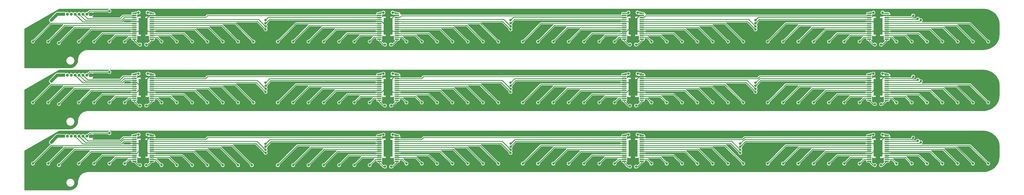
<source format=gbl>
G04 #@! TF.GenerationSoftware,KiCad,Pcbnew,(5.1.10)-1*
G04 #@! TF.CreationDate,2021-09-09T13:00:48-04:00*
G04 #@! TF.ProjectId,LED Wheel,4c454420-5768-4656-956c-2e6b69636164,rev?*
G04 #@! TF.SameCoordinates,Original*
G04 #@! TF.FileFunction,Copper,L2,Bot*
G04 #@! TF.FilePolarity,Positive*
%FSLAX46Y46*%
G04 Gerber Fmt 4.6, Leading zero omitted, Abs format (unit mm)*
G04 Created by KiCad (PCBNEW (5.1.10)-1) date 2021-09-09 13:00:48*
%MOMM*%
%LPD*%
G01*
G04 APERTURE LIST*
G04 #@! TA.AperFunction,SMDPad,CuDef*
%ADD10R,2.850000X5.400000*%
G04 #@! TD*
G04 #@! TA.AperFunction,ComponentPad*
%ADD11O,1.000000X1.000000*%
G04 #@! TD*
G04 #@! TA.AperFunction,ComponentPad*
%ADD12R,1.000000X1.000000*%
G04 #@! TD*
G04 #@! TA.AperFunction,ViaPad*
%ADD13C,0.800000*%
G04 #@! TD*
G04 #@! TA.AperFunction,Conductor*
%ADD14C,1.000000*%
G04 #@! TD*
G04 #@! TA.AperFunction,Conductor*
%ADD15C,0.250000*%
G04 #@! TD*
G04 #@! TA.AperFunction,Conductor*
%ADD16C,0.200000*%
G04 #@! TD*
G04 #@! TA.AperFunction,Conductor*
%ADD17C,0.100000*%
G04 #@! TD*
G04 APERTURE END LIST*
D10*
X85500000Y-113500000D03*
G04 #@! TA.AperFunction,SMDPad,CuDef*
G36*
G01*
X83375000Y-109175000D02*
X83375000Y-109375000D01*
G75*
G02*
X83275000Y-109475000I-100000J0D01*
G01*
X82000000Y-109475000D01*
G75*
G02*
X81900000Y-109375000I0J100000D01*
G01*
X81900000Y-109175000D01*
G75*
G02*
X82000000Y-109075000I100000J0D01*
G01*
X83275000Y-109075000D01*
G75*
G02*
X83375000Y-109175000I0J-100000D01*
G01*
G37*
G04 #@! TD.AperFunction*
G04 #@! TA.AperFunction,SMDPad,CuDef*
G36*
G01*
X83375000Y-109825000D02*
X83375000Y-110025000D01*
G75*
G02*
X83275000Y-110125000I-100000J0D01*
G01*
X82000000Y-110125000D01*
G75*
G02*
X81900000Y-110025000I0J100000D01*
G01*
X81900000Y-109825000D01*
G75*
G02*
X82000000Y-109725000I100000J0D01*
G01*
X83275000Y-109725000D01*
G75*
G02*
X83375000Y-109825000I0J-100000D01*
G01*
G37*
G04 #@! TD.AperFunction*
G04 #@! TA.AperFunction,SMDPad,CuDef*
G36*
G01*
X83375000Y-110475000D02*
X83375000Y-110675000D01*
G75*
G02*
X83275000Y-110775000I-100000J0D01*
G01*
X82000000Y-110775000D01*
G75*
G02*
X81900000Y-110675000I0J100000D01*
G01*
X81900000Y-110475000D01*
G75*
G02*
X82000000Y-110375000I100000J0D01*
G01*
X83275000Y-110375000D01*
G75*
G02*
X83375000Y-110475000I0J-100000D01*
G01*
G37*
G04 #@! TD.AperFunction*
G04 #@! TA.AperFunction,SMDPad,CuDef*
G36*
G01*
X83375000Y-111125000D02*
X83375000Y-111325000D01*
G75*
G02*
X83275000Y-111425000I-100000J0D01*
G01*
X82000000Y-111425000D01*
G75*
G02*
X81900000Y-111325000I0J100000D01*
G01*
X81900000Y-111125000D01*
G75*
G02*
X82000000Y-111025000I100000J0D01*
G01*
X83275000Y-111025000D01*
G75*
G02*
X83375000Y-111125000I0J-100000D01*
G01*
G37*
G04 #@! TD.AperFunction*
G04 #@! TA.AperFunction,SMDPad,CuDef*
G36*
G01*
X83375000Y-111775000D02*
X83375000Y-111975000D01*
G75*
G02*
X83275000Y-112075000I-100000J0D01*
G01*
X82000000Y-112075000D01*
G75*
G02*
X81900000Y-111975000I0J100000D01*
G01*
X81900000Y-111775000D01*
G75*
G02*
X82000000Y-111675000I100000J0D01*
G01*
X83275000Y-111675000D01*
G75*
G02*
X83375000Y-111775000I0J-100000D01*
G01*
G37*
G04 #@! TD.AperFunction*
G04 #@! TA.AperFunction,SMDPad,CuDef*
G36*
G01*
X83375000Y-112425000D02*
X83375000Y-112625000D01*
G75*
G02*
X83275000Y-112725000I-100000J0D01*
G01*
X82000000Y-112725000D01*
G75*
G02*
X81900000Y-112625000I0J100000D01*
G01*
X81900000Y-112425000D01*
G75*
G02*
X82000000Y-112325000I100000J0D01*
G01*
X83275000Y-112325000D01*
G75*
G02*
X83375000Y-112425000I0J-100000D01*
G01*
G37*
G04 #@! TD.AperFunction*
G04 #@! TA.AperFunction,SMDPad,CuDef*
G36*
G01*
X83375000Y-113075000D02*
X83375000Y-113275000D01*
G75*
G02*
X83275000Y-113375000I-100000J0D01*
G01*
X82000000Y-113375000D01*
G75*
G02*
X81900000Y-113275000I0J100000D01*
G01*
X81900000Y-113075000D01*
G75*
G02*
X82000000Y-112975000I100000J0D01*
G01*
X83275000Y-112975000D01*
G75*
G02*
X83375000Y-113075000I0J-100000D01*
G01*
G37*
G04 #@! TD.AperFunction*
G04 #@! TA.AperFunction,SMDPad,CuDef*
G36*
G01*
X83375000Y-113725000D02*
X83375000Y-113925000D01*
G75*
G02*
X83275000Y-114025000I-100000J0D01*
G01*
X82000000Y-114025000D01*
G75*
G02*
X81900000Y-113925000I0J100000D01*
G01*
X81900000Y-113725000D01*
G75*
G02*
X82000000Y-113625000I100000J0D01*
G01*
X83275000Y-113625000D01*
G75*
G02*
X83375000Y-113725000I0J-100000D01*
G01*
G37*
G04 #@! TD.AperFunction*
G04 #@! TA.AperFunction,SMDPad,CuDef*
G36*
G01*
X83375000Y-114375000D02*
X83375000Y-114575000D01*
G75*
G02*
X83275000Y-114675000I-100000J0D01*
G01*
X82000000Y-114675000D01*
G75*
G02*
X81900000Y-114575000I0J100000D01*
G01*
X81900000Y-114375000D01*
G75*
G02*
X82000000Y-114275000I100000J0D01*
G01*
X83275000Y-114275000D01*
G75*
G02*
X83375000Y-114375000I0J-100000D01*
G01*
G37*
G04 #@! TD.AperFunction*
G04 #@! TA.AperFunction,SMDPad,CuDef*
G36*
G01*
X83375000Y-115025000D02*
X83375000Y-115225000D01*
G75*
G02*
X83275000Y-115325000I-100000J0D01*
G01*
X82000000Y-115325000D01*
G75*
G02*
X81900000Y-115225000I0J100000D01*
G01*
X81900000Y-115025000D01*
G75*
G02*
X82000000Y-114925000I100000J0D01*
G01*
X83275000Y-114925000D01*
G75*
G02*
X83375000Y-115025000I0J-100000D01*
G01*
G37*
G04 #@! TD.AperFunction*
G04 #@! TA.AperFunction,SMDPad,CuDef*
G36*
G01*
X83375000Y-115675000D02*
X83375000Y-115875000D01*
G75*
G02*
X83275000Y-115975000I-100000J0D01*
G01*
X82000000Y-115975000D01*
G75*
G02*
X81900000Y-115875000I0J100000D01*
G01*
X81900000Y-115675000D01*
G75*
G02*
X82000000Y-115575000I100000J0D01*
G01*
X83275000Y-115575000D01*
G75*
G02*
X83375000Y-115675000I0J-100000D01*
G01*
G37*
G04 #@! TD.AperFunction*
G04 #@! TA.AperFunction,SMDPad,CuDef*
G36*
G01*
X83375000Y-116325000D02*
X83375000Y-116525000D01*
G75*
G02*
X83275000Y-116625000I-100000J0D01*
G01*
X82000000Y-116625000D01*
G75*
G02*
X81900000Y-116525000I0J100000D01*
G01*
X81900000Y-116325000D01*
G75*
G02*
X82000000Y-116225000I100000J0D01*
G01*
X83275000Y-116225000D01*
G75*
G02*
X83375000Y-116325000I0J-100000D01*
G01*
G37*
G04 #@! TD.AperFunction*
G04 #@! TA.AperFunction,SMDPad,CuDef*
G36*
G01*
X83375000Y-116975000D02*
X83375000Y-117175000D01*
G75*
G02*
X83275000Y-117275000I-100000J0D01*
G01*
X82000000Y-117275000D01*
G75*
G02*
X81900000Y-117175000I0J100000D01*
G01*
X81900000Y-116975000D01*
G75*
G02*
X82000000Y-116875000I100000J0D01*
G01*
X83275000Y-116875000D01*
G75*
G02*
X83375000Y-116975000I0J-100000D01*
G01*
G37*
G04 #@! TD.AperFunction*
G04 #@! TA.AperFunction,SMDPad,CuDef*
G36*
G01*
X83375000Y-117625000D02*
X83375000Y-117825000D01*
G75*
G02*
X83275000Y-117925000I-100000J0D01*
G01*
X82000000Y-117925000D01*
G75*
G02*
X81900000Y-117825000I0J100000D01*
G01*
X81900000Y-117625000D01*
G75*
G02*
X82000000Y-117525000I100000J0D01*
G01*
X83275000Y-117525000D01*
G75*
G02*
X83375000Y-117625000I0J-100000D01*
G01*
G37*
G04 #@! TD.AperFunction*
G04 #@! TA.AperFunction,SMDPad,CuDef*
G36*
G01*
X89100000Y-117625000D02*
X89100000Y-117825000D01*
G75*
G02*
X89000000Y-117925000I-100000J0D01*
G01*
X87725000Y-117925000D01*
G75*
G02*
X87625000Y-117825000I0J100000D01*
G01*
X87625000Y-117625000D01*
G75*
G02*
X87725000Y-117525000I100000J0D01*
G01*
X89000000Y-117525000D01*
G75*
G02*
X89100000Y-117625000I0J-100000D01*
G01*
G37*
G04 #@! TD.AperFunction*
G04 #@! TA.AperFunction,SMDPad,CuDef*
G36*
G01*
X89100000Y-116975000D02*
X89100000Y-117175000D01*
G75*
G02*
X89000000Y-117275000I-100000J0D01*
G01*
X87725000Y-117275000D01*
G75*
G02*
X87625000Y-117175000I0J100000D01*
G01*
X87625000Y-116975000D01*
G75*
G02*
X87725000Y-116875000I100000J0D01*
G01*
X89000000Y-116875000D01*
G75*
G02*
X89100000Y-116975000I0J-100000D01*
G01*
G37*
G04 #@! TD.AperFunction*
G04 #@! TA.AperFunction,SMDPad,CuDef*
G36*
G01*
X89100000Y-116325000D02*
X89100000Y-116525000D01*
G75*
G02*
X89000000Y-116625000I-100000J0D01*
G01*
X87725000Y-116625000D01*
G75*
G02*
X87625000Y-116525000I0J100000D01*
G01*
X87625000Y-116325000D01*
G75*
G02*
X87725000Y-116225000I100000J0D01*
G01*
X89000000Y-116225000D01*
G75*
G02*
X89100000Y-116325000I0J-100000D01*
G01*
G37*
G04 #@! TD.AperFunction*
G04 #@! TA.AperFunction,SMDPad,CuDef*
G36*
G01*
X89100000Y-115675000D02*
X89100000Y-115875000D01*
G75*
G02*
X89000000Y-115975000I-100000J0D01*
G01*
X87725000Y-115975000D01*
G75*
G02*
X87625000Y-115875000I0J100000D01*
G01*
X87625000Y-115675000D01*
G75*
G02*
X87725000Y-115575000I100000J0D01*
G01*
X89000000Y-115575000D01*
G75*
G02*
X89100000Y-115675000I0J-100000D01*
G01*
G37*
G04 #@! TD.AperFunction*
G04 #@! TA.AperFunction,SMDPad,CuDef*
G36*
G01*
X89100000Y-115025000D02*
X89100000Y-115225000D01*
G75*
G02*
X89000000Y-115325000I-100000J0D01*
G01*
X87725000Y-115325000D01*
G75*
G02*
X87625000Y-115225000I0J100000D01*
G01*
X87625000Y-115025000D01*
G75*
G02*
X87725000Y-114925000I100000J0D01*
G01*
X89000000Y-114925000D01*
G75*
G02*
X89100000Y-115025000I0J-100000D01*
G01*
G37*
G04 #@! TD.AperFunction*
G04 #@! TA.AperFunction,SMDPad,CuDef*
G36*
G01*
X89100000Y-114375000D02*
X89100000Y-114575000D01*
G75*
G02*
X89000000Y-114675000I-100000J0D01*
G01*
X87725000Y-114675000D01*
G75*
G02*
X87625000Y-114575000I0J100000D01*
G01*
X87625000Y-114375000D01*
G75*
G02*
X87725000Y-114275000I100000J0D01*
G01*
X89000000Y-114275000D01*
G75*
G02*
X89100000Y-114375000I0J-100000D01*
G01*
G37*
G04 #@! TD.AperFunction*
G04 #@! TA.AperFunction,SMDPad,CuDef*
G36*
G01*
X89100000Y-113725000D02*
X89100000Y-113925000D01*
G75*
G02*
X89000000Y-114025000I-100000J0D01*
G01*
X87725000Y-114025000D01*
G75*
G02*
X87625000Y-113925000I0J100000D01*
G01*
X87625000Y-113725000D01*
G75*
G02*
X87725000Y-113625000I100000J0D01*
G01*
X89000000Y-113625000D01*
G75*
G02*
X89100000Y-113725000I0J-100000D01*
G01*
G37*
G04 #@! TD.AperFunction*
G04 #@! TA.AperFunction,SMDPad,CuDef*
G36*
G01*
X89100000Y-113075000D02*
X89100000Y-113275000D01*
G75*
G02*
X89000000Y-113375000I-100000J0D01*
G01*
X87725000Y-113375000D01*
G75*
G02*
X87625000Y-113275000I0J100000D01*
G01*
X87625000Y-113075000D01*
G75*
G02*
X87725000Y-112975000I100000J0D01*
G01*
X89000000Y-112975000D01*
G75*
G02*
X89100000Y-113075000I0J-100000D01*
G01*
G37*
G04 #@! TD.AperFunction*
G04 #@! TA.AperFunction,SMDPad,CuDef*
G36*
G01*
X89100000Y-112425000D02*
X89100000Y-112625000D01*
G75*
G02*
X89000000Y-112725000I-100000J0D01*
G01*
X87725000Y-112725000D01*
G75*
G02*
X87625000Y-112625000I0J100000D01*
G01*
X87625000Y-112425000D01*
G75*
G02*
X87725000Y-112325000I100000J0D01*
G01*
X89000000Y-112325000D01*
G75*
G02*
X89100000Y-112425000I0J-100000D01*
G01*
G37*
G04 #@! TD.AperFunction*
G04 #@! TA.AperFunction,SMDPad,CuDef*
G36*
G01*
X89100000Y-111775000D02*
X89100000Y-111975000D01*
G75*
G02*
X89000000Y-112075000I-100000J0D01*
G01*
X87725000Y-112075000D01*
G75*
G02*
X87625000Y-111975000I0J100000D01*
G01*
X87625000Y-111775000D01*
G75*
G02*
X87725000Y-111675000I100000J0D01*
G01*
X89000000Y-111675000D01*
G75*
G02*
X89100000Y-111775000I0J-100000D01*
G01*
G37*
G04 #@! TD.AperFunction*
G04 #@! TA.AperFunction,SMDPad,CuDef*
G36*
G01*
X89100000Y-111125000D02*
X89100000Y-111325000D01*
G75*
G02*
X89000000Y-111425000I-100000J0D01*
G01*
X87725000Y-111425000D01*
G75*
G02*
X87625000Y-111325000I0J100000D01*
G01*
X87625000Y-111125000D01*
G75*
G02*
X87725000Y-111025000I100000J0D01*
G01*
X89000000Y-111025000D01*
G75*
G02*
X89100000Y-111125000I0J-100000D01*
G01*
G37*
G04 #@! TD.AperFunction*
G04 #@! TA.AperFunction,SMDPad,CuDef*
G36*
G01*
X89100000Y-110475000D02*
X89100000Y-110675000D01*
G75*
G02*
X89000000Y-110775000I-100000J0D01*
G01*
X87725000Y-110775000D01*
G75*
G02*
X87625000Y-110675000I0J100000D01*
G01*
X87625000Y-110475000D01*
G75*
G02*
X87725000Y-110375000I100000J0D01*
G01*
X89000000Y-110375000D01*
G75*
G02*
X89100000Y-110475000I0J-100000D01*
G01*
G37*
G04 #@! TD.AperFunction*
G04 #@! TA.AperFunction,SMDPad,CuDef*
G36*
G01*
X89100000Y-109825000D02*
X89100000Y-110025000D01*
G75*
G02*
X89000000Y-110125000I-100000J0D01*
G01*
X87725000Y-110125000D01*
G75*
G02*
X87625000Y-110025000I0J100000D01*
G01*
X87625000Y-109825000D01*
G75*
G02*
X87725000Y-109725000I100000J0D01*
G01*
X89000000Y-109725000D01*
G75*
G02*
X89100000Y-109825000I0J-100000D01*
G01*
G37*
G04 #@! TD.AperFunction*
G04 #@! TA.AperFunction,SMDPad,CuDef*
G36*
G01*
X89100000Y-109175000D02*
X89100000Y-109375000D01*
G75*
G02*
X89000000Y-109475000I-100000J0D01*
G01*
X87725000Y-109475000D01*
G75*
G02*
X87625000Y-109375000I0J100000D01*
G01*
X87625000Y-109175000D01*
G75*
G02*
X87725000Y-109075000I100000J0D01*
G01*
X89000000Y-109075000D01*
G75*
G02*
X89100000Y-109175000I0J-100000D01*
G01*
G37*
G04 #@! TD.AperFunction*
X245500000Y-113500000D03*
G04 #@! TA.AperFunction,SMDPad,CuDef*
G36*
G01*
X243375000Y-109175000D02*
X243375000Y-109375000D01*
G75*
G02*
X243275000Y-109475000I-100000J0D01*
G01*
X242000000Y-109475000D01*
G75*
G02*
X241900000Y-109375000I0J100000D01*
G01*
X241900000Y-109175000D01*
G75*
G02*
X242000000Y-109075000I100000J0D01*
G01*
X243275000Y-109075000D01*
G75*
G02*
X243375000Y-109175000I0J-100000D01*
G01*
G37*
G04 #@! TD.AperFunction*
G04 #@! TA.AperFunction,SMDPad,CuDef*
G36*
G01*
X243375000Y-109825000D02*
X243375000Y-110025000D01*
G75*
G02*
X243275000Y-110125000I-100000J0D01*
G01*
X242000000Y-110125000D01*
G75*
G02*
X241900000Y-110025000I0J100000D01*
G01*
X241900000Y-109825000D01*
G75*
G02*
X242000000Y-109725000I100000J0D01*
G01*
X243275000Y-109725000D01*
G75*
G02*
X243375000Y-109825000I0J-100000D01*
G01*
G37*
G04 #@! TD.AperFunction*
G04 #@! TA.AperFunction,SMDPad,CuDef*
G36*
G01*
X243375000Y-110475000D02*
X243375000Y-110675000D01*
G75*
G02*
X243275000Y-110775000I-100000J0D01*
G01*
X242000000Y-110775000D01*
G75*
G02*
X241900000Y-110675000I0J100000D01*
G01*
X241900000Y-110475000D01*
G75*
G02*
X242000000Y-110375000I100000J0D01*
G01*
X243275000Y-110375000D01*
G75*
G02*
X243375000Y-110475000I0J-100000D01*
G01*
G37*
G04 #@! TD.AperFunction*
G04 #@! TA.AperFunction,SMDPad,CuDef*
G36*
G01*
X243375000Y-111125000D02*
X243375000Y-111325000D01*
G75*
G02*
X243275000Y-111425000I-100000J0D01*
G01*
X242000000Y-111425000D01*
G75*
G02*
X241900000Y-111325000I0J100000D01*
G01*
X241900000Y-111125000D01*
G75*
G02*
X242000000Y-111025000I100000J0D01*
G01*
X243275000Y-111025000D01*
G75*
G02*
X243375000Y-111125000I0J-100000D01*
G01*
G37*
G04 #@! TD.AperFunction*
G04 #@! TA.AperFunction,SMDPad,CuDef*
G36*
G01*
X243375000Y-111775000D02*
X243375000Y-111975000D01*
G75*
G02*
X243275000Y-112075000I-100000J0D01*
G01*
X242000000Y-112075000D01*
G75*
G02*
X241900000Y-111975000I0J100000D01*
G01*
X241900000Y-111775000D01*
G75*
G02*
X242000000Y-111675000I100000J0D01*
G01*
X243275000Y-111675000D01*
G75*
G02*
X243375000Y-111775000I0J-100000D01*
G01*
G37*
G04 #@! TD.AperFunction*
G04 #@! TA.AperFunction,SMDPad,CuDef*
G36*
G01*
X243375000Y-112425000D02*
X243375000Y-112625000D01*
G75*
G02*
X243275000Y-112725000I-100000J0D01*
G01*
X242000000Y-112725000D01*
G75*
G02*
X241900000Y-112625000I0J100000D01*
G01*
X241900000Y-112425000D01*
G75*
G02*
X242000000Y-112325000I100000J0D01*
G01*
X243275000Y-112325000D01*
G75*
G02*
X243375000Y-112425000I0J-100000D01*
G01*
G37*
G04 #@! TD.AperFunction*
G04 #@! TA.AperFunction,SMDPad,CuDef*
G36*
G01*
X243375000Y-113075000D02*
X243375000Y-113275000D01*
G75*
G02*
X243275000Y-113375000I-100000J0D01*
G01*
X242000000Y-113375000D01*
G75*
G02*
X241900000Y-113275000I0J100000D01*
G01*
X241900000Y-113075000D01*
G75*
G02*
X242000000Y-112975000I100000J0D01*
G01*
X243275000Y-112975000D01*
G75*
G02*
X243375000Y-113075000I0J-100000D01*
G01*
G37*
G04 #@! TD.AperFunction*
G04 #@! TA.AperFunction,SMDPad,CuDef*
G36*
G01*
X243375000Y-113725000D02*
X243375000Y-113925000D01*
G75*
G02*
X243275000Y-114025000I-100000J0D01*
G01*
X242000000Y-114025000D01*
G75*
G02*
X241900000Y-113925000I0J100000D01*
G01*
X241900000Y-113725000D01*
G75*
G02*
X242000000Y-113625000I100000J0D01*
G01*
X243275000Y-113625000D01*
G75*
G02*
X243375000Y-113725000I0J-100000D01*
G01*
G37*
G04 #@! TD.AperFunction*
G04 #@! TA.AperFunction,SMDPad,CuDef*
G36*
G01*
X243375000Y-114375000D02*
X243375000Y-114575000D01*
G75*
G02*
X243275000Y-114675000I-100000J0D01*
G01*
X242000000Y-114675000D01*
G75*
G02*
X241900000Y-114575000I0J100000D01*
G01*
X241900000Y-114375000D01*
G75*
G02*
X242000000Y-114275000I100000J0D01*
G01*
X243275000Y-114275000D01*
G75*
G02*
X243375000Y-114375000I0J-100000D01*
G01*
G37*
G04 #@! TD.AperFunction*
G04 #@! TA.AperFunction,SMDPad,CuDef*
G36*
G01*
X243375000Y-115025000D02*
X243375000Y-115225000D01*
G75*
G02*
X243275000Y-115325000I-100000J0D01*
G01*
X242000000Y-115325000D01*
G75*
G02*
X241900000Y-115225000I0J100000D01*
G01*
X241900000Y-115025000D01*
G75*
G02*
X242000000Y-114925000I100000J0D01*
G01*
X243275000Y-114925000D01*
G75*
G02*
X243375000Y-115025000I0J-100000D01*
G01*
G37*
G04 #@! TD.AperFunction*
G04 #@! TA.AperFunction,SMDPad,CuDef*
G36*
G01*
X243375000Y-115675000D02*
X243375000Y-115875000D01*
G75*
G02*
X243275000Y-115975000I-100000J0D01*
G01*
X242000000Y-115975000D01*
G75*
G02*
X241900000Y-115875000I0J100000D01*
G01*
X241900000Y-115675000D01*
G75*
G02*
X242000000Y-115575000I100000J0D01*
G01*
X243275000Y-115575000D01*
G75*
G02*
X243375000Y-115675000I0J-100000D01*
G01*
G37*
G04 #@! TD.AperFunction*
G04 #@! TA.AperFunction,SMDPad,CuDef*
G36*
G01*
X243375000Y-116325000D02*
X243375000Y-116525000D01*
G75*
G02*
X243275000Y-116625000I-100000J0D01*
G01*
X242000000Y-116625000D01*
G75*
G02*
X241900000Y-116525000I0J100000D01*
G01*
X241900000Y-116325000D01*
G75*
G02*
X242000000Y-116225000I100000J0D01*
G01*
X243275000Y-116225000D01*
G75*
G02*
X243375000Y-116325000I0J-100000D01*
G01*
G37*
G04 #@! TD.AperFunction*
G04 #@! TA.AperFunction,SMDPad,CuDef*
G36*
G01*
X243375000Y-116975000D02*
X243375000Y-117175000D01*
G75*
G02*
X243275000Y-117275000I-100000J0D01*
G01*
X242000000Y-117275000D01*
G75*
G02*
X241900000Y-117175000I0J100000D01*
G01*
X241900000Y-116975000D01*
G75*
G02*
X242000000Y-116875000I100000J0D01*
G01*
X243275000Y-116875000D01*
G75*
G02*
X243375000Y-116975000I0J-100000D01*
G01*
G37*
G04 #@! TD.AperFunction*
G04 #@! TA.AperFunction,SMDPad,CuDef*
G36*
G01*
X243375000Y-117625000D02*
X243375000Y-117825000D01*
G75*
G02*
X243275000Y-117925000I-100000J0D01*
G01*
X242000000Y-117925000D01*
G75*
G02*
X241900000Y-117825000I0J100000D01*
G01*
X241900000Y-117625000D01*
G75*
G02*
X242000000Y-117525000I100000J0D01*
G01*
X243275000Y-117525000D01*
G75*
G02*
X243375000Y-117625000I0J-100000D01*
G01*
G37*
G04 #@! TD.AperFunction*
G04 #@! TA.AperFunction,SMDPad,CuDef*
G36*
G01*
X249100000Y-117625000D02*
X249100000Y-117825000D01*
G75*
G02*
X249000000Y-117925000I-100000J0D01*
G01*
X247725000Y-117925000D01*
G75*
G02*
X247625000Y-117825000I0J100000D01*
G01*
X247625000Y-117625000D01*
G75*
G02*
X247725000Y-117525000I100000J0D01*
G01*
X249000000Y-117525000D01*
G75*
G02*
X249100000Y-117625000I0J-100000D01*
G01*
G37*
G04 #@! TD.AperFunction*
G04 #@! TA.AperFunction,SMDPad,CuDef*
G36*
G01*
X249100000Y-116975000D02*
X249100000Y-117175000D01*
G75*
G02*
X249000000Y-117275000I-100000J0D01*
G01*
X247725000Y-117275000D01*
G75*
G02*
X247625000Y-117175000I0J100000D01*
G01*
X247625000Y-116975000D01*
G75*
G02*
X247725000Y-116875000I100000J0D01*
G01*
X249000000Y-116875000D01*
G75*
G02*
X249100000Y-116975000I0J-100000D01*
G01*
G37*
G04 #@! TD.AperFunction*
G04 #@! TA.AperFunction,SMDPad,CuDef*
G36*
G01*
X249100000Y-116325000D02*
X249100000Y-116525000D01*
G75*
G02*
X249000000Y-116625000I-100000J0D01*
G01*
X247725000Y-116625000D01*
G75*
G02*
X247625000Y-116525000I0J100000D01*
G01*
X247625000Y-116325000D01*
G75*
G02*
X247725000Y-116225000I100000J0D01*
G01*
X249000000Y-116225000D01*
G75*
G02*
X249100000Y-116325000I0J-100000D01*
G01*
G37*
G04 #@! TD.AperFunction*
G04 #@! TA.AperFunction,SMDPad,CuDef*
G36*
G01*
X249100000Y-115675000D02*
X249100000Y-115875000D01*
G75*
G02*
X249000000Y-115975000I-100000J0D01*
G01*
X247725000Y-115975000D01*
G75*
G02*
X247625000Y-115875000I0J100000D01*
G01*
X247625000Y-115675000D01*
G75*
G02*
X247725000Y-115575000I100000J0D01*
G01*
X249000000Y-115575000D01*
G75*
G02*
X249100000Y-115675000I0J-100000D01*
G01*
G37*
G04 #@! TD.AperFunction*
G04 #@! TA.AperFunction,SMDPad,CuDef*
G36*
G01*
X249100000Y-115025000D02*
X249100000Y-115225000D01*
G75*
G02*
X249000000Y-115325000I-100000J0D01*
G01*
X247725000Y-115325000D01*
G75*
G02*
X247625000Y-115225000I0J100000D01*
G01*
X247625000Y-115025000D01*
G75*
G02*
X247725000Y-114925000I100000J0D01*
G01*
X249000000Y-114925000D01*
G75*
G02*
X249100000Y-115025000I0J-100000D01*
G01*
G37*
G04 #@! TD.AperFunction*
G04 #@! TA.AperFunction,SMDPad,CuDef*
G36*
G01*
X249100000Y-114375000D02*
X249100000Y-114575000D01*
G75*
G02*
X249000000Y-114675000I-100000J0D01*
G01*
X247725000Y-114675000D01*
G75*
G02*
X247625000Y-114575000I0J100000D01*
G01*
X247625000Y-114375000D01*
G75*
G02*
X247725000Y-114275000I100000J0D01*
G01*
X249000000Y-114275000D01*
G75*
G02*
X249100000Y-114375000I0J-100000D01*
G01*
G37*
G04 #@! TD.AperFunction*
G04 #@! TA.AperFunction,SMDPad,CuDef*
G36*
G01*
X249100000Y-113725000D02*
X249100000Y-113925000D01*
G75*
G02*
X249000000Y-114025000I-100000J0D01*
G01*
X247725000Y-114025000D01*
G75*
G02*
X247625000Y-113925000I0J100000D01*
G01*
X247625000Y-113725000D01*
G75*
G02*
X247725000Y-113625000I100000J0D01*
G01*
X249000000Y-113625000D01*
G75*
G02*
X249100000Y-113725000I0J-100000D01*
G01*
G37*
G04 #@! TD.AperFunction*
G04 #@! TA.AperFunction,SMDPad,CuDef*
G36*
G01*
X249100000Y-113075000D02*
X249100000Y-113275000D01*
G75*
G02*
X249000000Y-113375000I-100000J0D01*
G01*
X247725000Y-113375000D01*
G75*
G02*
X247625000Y-113275000I0J100000D01*
G01*
X247625000Y-113075000D01*
G75*
G02*
X247725000Y-112975000I100000J0D01*
G01*
X249000000Y-112975000D01*
G75*
G02*
X249100000Y-113075000I0J-100000D01*
G01*
G37*
G04 #@! TD.AperFunction*
G04 #@! TA.AperFunction,SMDPad,CuDef*
G36*
G01*
X249100000Y-112425000D02*
X249100000Y-112625000D01*
G75*
G02*
X249000000Y-112725000I-100000J0D01*
G01*
X247725000Y-112725000D01*
G75*
G02*
X247625000Y-112625000I0J100000D01*
G01*
X247625000Y-112425000D01*
G75*
G02*
X247725000Y-112325000I100000J0D01*
G01*
X249000000Y-112325000D01*
G75*
G02*
X249100000Y-112425000I0J-100000D01*
G01*
G37*
G04 #@! TD.AperFunction*
G04 #@! TA.AperFunction,SMDPad,CuDef*
G36*
G01*
X249100000Y-111775000D02*
X249100000Y-111975000D01*
G75*
G02*
X249000000Y-112075000I-100000J0D01*
G01*
X247725000Y-112075000D01*
G75*
G02*
X247625000Y-111975000I0J100000D01*
G01*
X247625000Y-111775000D01*
G75*
G02*
X247725000Y-111675000I100000J0D01*
G01*
X249000000Y-111675000D01*
G75*
G02*
X249100000Y-111775000I0J-100000D01*
G01*
G37*
G04 #@! TD.AperFunction*
G04 #@! TA.AperFunction,SMDPad,CuDef*
G36*
G01*
X249100000Y-111125000D02*
X249100000Y-111325000D01*
G75*
G02*
X249000000Y-111425000I-100000J0D01*
G01*
X247725000Y-111425000D01*
G75*
G02*
X247625000Y-111325000I0J100000D01*
G01*
X247625000Y-111125000D01*
G75*
G02*
X247725000Y-111025000I100000J0D01*
G01*
X249000000Y-111025000D01*
G75*
G02*
X249100000Y-111125000I0J-100000D01*
G01*
G37*
G04 #@! TD.AperFunction*
G04 #@! TA.AperFunction,SMDPad,CuDef*
G36*
G01*
X249100000Y-110475000D02*
X249100000Y-110675000D01*
G75*
G02*
X249000000Y-110775000I-100000J0D01*
G01*
X247725000Y-110775000D01*
G75*
G02*
X247625000Y-110675000I0J100000D01*
G01*
X247625000Y-110475000D01*
G75*
G02*
X247725000Y-110375000I100000J0D01*
G01*
X249000000Y-110375000D01*
G75*
G02*
X249100000Y-110475000I0J-100000D01*
G01*
G37*
G04 #@! TD.AperFunction*
G04 #@! TA.AperFunction,SMDPad,CuDef*
G36*
G01*
X249100000Y-109825000D02*
X249100000Y-110025000D01*
G75*
G02*
X249000000Y-110125000I-100000J0D01*
G01*
X247725000Y-110125000D01*
G75*
G02*
X247625000Y-110025000I0J100000D01*
G01*
X247625000Y-109825000D01*
G75*
G02*
X247725000Y-109725000I100000J0D01*
G01*
X249000000Y-109725000D01*
G75*
G02*
X249100000Y-109825000I0J-100000D01*
G01*
G37*
G04 #@! TD.AperFunction*
G04 #@! TA.AperFunction,SMDPad,CuDef*
G36*
G01*
X249100000Y-109175000D02*
X249100000Y-109375000D01*
G75*
G02*
X249000000Y-109475000I-100000J0D01*
G01*
X247725000Y-109475000D01*
G75*
G02*
X247625000Y-109375000I0J100000D01*
G01*
X247625000Y-109175000D01*
G75*
G02*
X247725000Y-109075000I100000J0D01*
G01*
X249000000Y-109075000D01*
G75*
G02*
X249100000Y-109175000I0J-100000D01*
G01*
G37*
G04 #@! TD.AperFunction*
X165500000Y-113500000D03*
G04 #@! TA.AperFunction,SMDPad,CuDef*
G36*
G01*
X163375000Y-109175000D02*
X163375000Y-109375000D01*
G75*
G02*
X163275000Y-109475000I-100000J0D01*
G01*
X162000000Y-109475000D01*
G75*
G02*
X161900000Y-109375000I0J100000D01*
G01*
X161900000Y-109175000D01*
G75*
G02*
X162000000Y-109075000I100000J0D01*
G01*
X163275000Y-109075000D01*
G75*
G02*
X163375000Y-109175000I0J-100000D01*
G01*
G37*
G04 #@! TD.AperFunction*
G04 #@! TA.AperFunction,SMDPad,CuDef*
G36*
G01*
X163375000Y-109825000D02*
X163375000Y-110025000D01*
G75*
G02*
X163275000Y-110125000I-100000J0D01*
G01*
X162000000Y-110125000D01*
G75*
G02*
X161900000Y-110025000I0J100000D01*
G01*
X161900000Y-109825000D01*
G75*
G02*
X162000000Y-109725000I100000J0D01*
G01*
X163275000Y-109725000D01*
G75*
G02*
X163375000Y-109825000I0J-100000D01*
G01*
G37*
G04 #@! TD.AperFunction*
G04 #@! TA.AperFunction,SMDPad,CuDef*
G36*
G01*
X163375000Y-110475000D02*
X163375000Y-110675000D01*
G75*
G02*
X163275000Y-110775000I-100000J0D01*
G01*
X162000000Y-110775000D01*
G75*
G02*
X161900000Y-110675000I0J100000D01*
G01*
X161900000Y-110475000D01*
G75*
G02*
X162000000Y-110375000I100000J0D01*
G01*
X163275000Y-110375000D01*
G75*
G02*
X163375000Y-110475000I0J-100000D01*
G01*
G37*
G04 #@! TD.AperFunction*
G04 #@! TA.AperFunction,SMDPad,CuDef*
G36*
G01*
X163375000Y-111125000D02*
X163375000Y-111325000D01*
G75*
G02*
X163275000Y-111425000I-100000J0D01*
G01*
X162000000Y-111425000D01*
G75*
G02*
X161900000Y-111325000I0J100000D01*
G01*
X161900000Y-111125000D01*
G75*
G02*
X162000000Y-111025000I100000J0D01*
G01*
X163275000Y-111025000D01*
G75*
G02*
X163375000Y-111125000I0J-100000D01*
G01*
G37*
G04 #@! TD.AperFunction*
G04 #@! TA.AperFunction,SMDPad,CuDef*
G36*
G01*
X163375000Y-111775000D02*
X163375000Y-111975000D01*
G75*
G02*
X163275000Y-112075000I-100000J0D01*
G01*
X162000000Y-112075000D01*
G75*
G02*
X161900000Y-111975000I0J100000D01*
G01*
X161900000Y-111775000D01*
G75*
G02*
X162000000Y-111675000I100000J0D01*
G01*
X163275000Y-111675000D01*
G75*
G02*
X163375000Y-111775000I0J-100000D01*
G01*
G37*
G04 #@! TD.AperFunction*
G04 #@! TA.AperFunction,SMDPad,CuDef*
G36*
G01*
X163375000Y-112425000D02*
X163375000Y-112625000D01*
G75*
G02*
X163275000Y-112725000I-100000J0D01*
G01*
X162000000Y-112725000D01*
G75*
G02*
X161900000Y-112625000I0J100000D01*
G01*
X161900000Y-112425000D01*
G75*
G02*
X162000000Y-112325000I100000J0D01*
G01*
X163275000Y-112325000D01*
G75*
G02*
X163375000Y-112425000I0J-100000D01*
G01*
G37*
G04 #@! TD.AperFunction*
G04 #@! TA.AperFunction,SMDPad,CuDef*
G36*
G01*
X163375000Y-113075000D02*
X163375000Y-113275000D01*
G75*
G02*
X163275000Y-113375000I-100000J0D01*
G01*
X162000000Y-113375000D01*
G75*
G02*
X161900000Y-113275000I0J100000D01*
G01*
X161900000Y-113075000D01*
G75*
G02*
X162000000Y-112975000I100000J0D01*
G01*
X163275000Y-112975000D01*
G75*
G02*
X163375000Y-113075000I0J-100000D01*
G01*
G37*
G04 #@! TD.AperFunction*
G04 #@! TA.AperFunction,SMDPad,CuDef*
G36*
G01*
X163375000Y-113725000D02*
X163375000Y-113925000D01*
G75*
G02*
X163275000Y-114025000I-100000J0D01*
G01*
X162000000Y-114025000D01*
G75*
G02*
X161900000Y-113925000I0J100000D01*
G01*
X161900000Y-113725000D01*
G75*
G02*
X162000000Y-113625000I100000J0D01*
G01*
X163275000Y-113625000D01*
G75*
G02*
X163375000Y-113725000I0J-100000D01*
G01*
G37*
G04 #@! TD.AperFunction*
G04 #@! TA.AperFunction,SMDPad,CuDef*
G36*
G01*
X163375000Y-114375000D02*
X163375000Y-114575000D01*
G75*
G02*
X163275000Y-114675000I-100000J0D01*
G01*
X162000000Y-114675000D01*
G75*
G02*
X161900000Y-114575000I0J100000D01*
G01*
X161900000Y-114375000D01*
G75*
G02*
X162000000Y-114275000I100000J0D01*
G01*
X163275000Y-114275000D01*
G75*
G02*
X163375000Y-114375000I0J-100000D01*
G01*
G37*
G04 #@! TD.AperFunction*
G04 #@! TA.AperFunction,SMDPad,CuDef*
G36*
G01*
X163375000Y-115025000D02*
X163375000Y-115225000D01*
G75*
G02*
X163275000Y-115325000I-100000J0D01*
G01*
X162000000Y-115325000D01*
G75*
G02*
X161900000Y-115225000I0J100000D01*
G01*
X161900000Y-115025000D01*
G75*
G02*
X162000000Y-114925000I100000J0D01*
G01*
X163275000Y-114925000D01*
G75*
G02*
X163375000Y-115025000I0J-100000D01*
G01*
G37*
G04 #@! TD.AperFunction*
G04 #@! TA.AperFunction,SMDPad,CuDef*
G36*
G01*
X163375000Y-115675000D02*
X163375000Y-115875000D01*
G75*
G02*
X163275000Y-115975000I-100000J0D01*
G01*
X162000000Y-115975000D01*
G75*
G02*
X161900000Y-115875000I0J100000D01*
G01*
X161900000Y-115675000D01*
G75*
G02*
X162000000Y-115575000I100000J0D01*
G01*
X163275000Y-115575000D01*
G75*
G02*
X163375000Y-115675000I0J-100000D01*
G01*
G37*
G04 #@! TD.AperFunction*
G04 #@! TA.AperFunction,SMDPad,CuDef*
G36*
G01*
X163375000Y-116325000D02*
X163375000Y-116525000D01*
G75*
G02*
X163275000Y-116625000I-100000J0D01*
G01*
X162000000Y-116625000D01*
G75*
G02*
X161900000Y-116525000I0J100000D01*
G01*
X161900000Y-116325000D01*
G75*
G02*
X162000000Y-116225000I100000J0D01*
G01*
X163275000Y-116225000D01*
G75*
G02*
X163375000Y-116325000I0J-100000D01*
G01*
G37*
G04 #@! TD.AperFunction*
G04 #@! TA.AperFunction,SMDPad,CuDef*
G36*
G01*
X163375000Y-116975000D02*
X163375000Y-117175000D01*
G75*
G02*
X163275000Y-117275000I-100000J0D01*
G01*
X162000000Y-117275000D01*
G75*
G02*
X161900000Y-117175000I0J100000D01*
G01*
X161900000Y-116975000D01*
G75*
G02*
X162000000Y-116875000I100000J0D01*
G01*
X163275000Y-116875000D01*
G75*
G02*
X163375000Y-116975000I0J-100000D01*
G01*
G37*
G04 #@! TD.AperFunction*
G04 #@! TA.AperFunction,SMDPad,CuDef*
G36*
G01*
X163375000Y-117625000D02*
X163375000Y-117825000D01*
G75*
G02*
X163275000Y-117925000I-100000J0D01*
G01*
X162000000Y-117925000D01*
G75*
G02*
X161900000Y-117825000I0J100000D01*
G01*
X161900000Y-117625000D01*
G75*
G02*
X162000000Y-117525000I100000J0D01*
G01*
X163275000Y-117525000D01*
G75*
G02*
X163375000Y-117625000I0J-100000D01*
G01*
G37*
G04 #@! TD.AperFunction*
G04 #@! TA.AperFunction,SMDPad,CuDef*
G36*
G01*
X169100000Y-117625000D02*
X169100000Y-117825000D01*
G75*
G02*
X169000000Y-117925000I-100000J0D01*
G01*
X167725000Y-117925000D01*
G75*
G02*
X167625000Y-117825000I0J100000D01*
G01*
X167625000Y-117625000D01*
G75*
G02*
X167725000Y-117525000I100000J0D01*
G01*
X169000000Y-117525000D01*
G75*
G02*
X169100000Y-117625000I0J-100000D01*
G01*
G37*
G04 #@! TD.AperFunction*
G04 #@! TA.AperFunction,SMDPad,CuDef*
G36*
G01*
X169100000Y-116975000D02*
X169100000Y-117175000D01*
G75*
G02*
X169000000Y-117275000I-100000J0D01*
G01*
X167725000Y-117275000D01*
G75*
G02*
X167625000Y-117175000I0J100000D01*
G01*
X167625000Y-116975000D01*
G75*
G02*
X167725000Y-116875000I100000J0D01*
G01*
X169000000Y-116875000D01*
G75*
G02*
X169100000Y-116975000I0J-100000D01*
G01*
G37*
G04 #@! TD.AperFunction*
G04 #@! TA.AperFunction,SMDPad,CuDef*
G36*
G01*
X169100000Y-116325000D02*
X169100000Y-116525000D01*
G75*
G02*
X169000000Y-116625000I-100000J0D01*
G01*
X167725000Y-116625000D01*
G75*
G02*
X167625000Y-116525000I0J100000D01*
G01*
X167625000Y-116325000D01*
G75*
G02*
X167725000Y-116225000I100000J0D01*
G01*
X169000000Y-116225000D01*
G75*
G02*
X169100000Y-116325000I0J-100000D01*
G01*
G37*
G04 #@! TD.AperFunction*
G04 #@! TA.AperFunction,SMDPad,CuDef*
G36*
G01*
X169100000Y-115675000D02*
X169100000Y-115875000D01*
G75*
G02*
X169000000Y-115975000I-100000J0D01*
G01*
X167725000Y-115975000D01*
G75*
G02*
X167625000Y-115875000I0J100000D01*
G01*
X167625000Y-115675000D01*
G75*
G02*
X167725000Y-115575000I100000J0D01*
G01*
X169000000Y-115575000D01*
G75*
G02*
X169100000Y-115675000I0J-100000D01*
G01*
G37*
G04 #@! TD.AperFunction*
G04 #@! TA.AperFunction,SMDPad,CuDef*
G36*
G01*
X169100000Y-115025000D02*
X169100000Y-115225000D01*
G75*
G02*
X169000000Y-115325000I-100000J0D01*
G01*
X167725000Y-115325000D01*
G75*
G02*
X167625000Y-115225000I0J100000D01*
G01*
X167625000Y-115025000D01*
G75*
G02*
X167725000Y-114925000I100000J0D01*
G01*
X169000000Y-114925000D01*
G75*
G02*
X169100000Y-115025000I0J-100000D01*
G01*
G37*
G04 #@! TD.AperFunction*
G04 #@! TA.AperFunction,SMDPad,CuDef*
G36*
G01*
X169100000Y-114375000D02*
X169100000Y-114575000D01*
G75*
G02*
X169000000Y-114675000I-100000J0D01*
G01*
X167725000Y-114675000D01*
G75*
G02*
X167625000Y-114575000I0J100000D01*
G01*
X167625000Y-114375000D01*
G75*
G02*
X167725000Y-114275000I100000J0D01*
G01*
X169000000Y-114275000D01*
G75*
G02*
X169100000Y-114375000I0J-100000D01*
G01*
G37*
G04 #@! TD.AperFunction*
G04 #@! TA.AperFunction,SMDPad,CuDef*
G36*
G01*
X169100000Y-113725000D02*
X169100000Y-113925000D01*
G75*
G02*
X169000000Y-114025000I-100000J0D01*
G01*
X167725000Y-114025000D01*
G75*
G02*
X167625000Y-113925000I0J100000D01*
G01*
X167625000Y-113725000D01*
G75*
G02*
X167725000Y-113625000I100000J0D01*
G01*
X169000000Y-113625000D01*
G75*
G02*
X169100000Y-113725000I0J-100000D01*
G01*
G37*
G04 #@! TD.AperFunction*
G04 #@! TA.AperFunction,SMDPad,CuDef*
G36*
G01*
X169100000Y-113075000D02*
X169100000Y-113275000D01*
G75*
G02*
X169000000Y-113375000I-100000J0D01*
G01*
X167725000Y-113375000D01*
G75*
G02*
X167625000Y-113275000I0J100000D01*
G01*
X167625000Y-113075000D01*
G75*
G02*
X167725000Y-112975000I100000J0D01*
G01*
X169000000Y-112975000D01*
G75*
G02*
X169100000Y-113075000I0J-100000D01*
G01*
G37*
G04 #@! TD.AperFunction*
G04 #@! TA.AperFunction,SMDPad,CuDef*
G36*
G01*
X169100000Y-112425000D02*
X169100000Y-112625000D01*
G75*
G02*
X169000000Y-112725000I-100000J0D01*
G01*
X167725000Y-112725000D01*
G75*
G02*
X167625000Y-112625000I0J100000D01*
G01*
X167625000Y-112425000D01*
G75*
G02*
X167725000Y-112325000I100000J0D01*
G01*
X169000000Y-112325000D01*
G75*
G02*
X169100000Y-112425000I0J-100000D01*
G01*
G37*
G04 #@! TD.AperFunction*
G04 #@! TA.AperFunction,SMDPad,CuDef*
G36*
G01*
X169100000Y-111775000D02*
X169100000Y-111975000D01*
G75*
G02*
X169000000Y-112075000I-100000J0D01*
G01*
X167725000Y-112075000D01*
G75*
G02*
X167625000Y-111975000I0J100000D01*
G01*
X167625000Y-111775000D01*
G75*
G02*
X167725000Y-111675000I100000J0D01*
G01*
X169000000Y-111675000D01*
G75*
G02*
X169100000Y-111775000I0J-100000D01*
G01*
G37*
G04 #@! TD.AperFunction*
G04 #@! TA.AperFunction,SMDPad,CuDef*
G36*
G01*
X169100000Y-111125000D02*
X169100000Y-111325000D01*
G75*
G02*
X169000000Y-111425000I-100000J0D01*
G01*
X167725000Y-111425000D01*
G75*
G02*
X167625000Y-111325000I0J100000D01*
G01*
X167625000Y-111125000D01*
G75*
G02*
X167725000Y-111025000I100000J0D01*
G01*
X169000000Y-111025000D01*
G75*
G02*
X169100000Y-111125000I0J-100000D01*
G01*
G37*
G04 #@! TD.AperFunction*
G04 #@! TA.AperFunction,SMDPad,CuDef*
G36*
G01*
X169100000Y-110475000D02*
X169100000Y-110675000D01*
G75*
G02*
X169000000Y-110775000I-100000J0D01*
G01*
X167725000Y-110775000D01*
G75*
G02*
X167625000Y-110675000I0J100000D01*
G01*
X167625000Y-110475000D01*
G75*
G02*
X167725000Y-110375000I100000J0D01*
G01*
X169000000Y-110375000D01*
G75*
G02*
X169100000Y-110475000I0J-100000D01*
G01*
G37*
G04 #@! TD.AperFunction*
G04 #@! TA.AperFunction,SMDPad,CuDef*
G36*
G01*
X169100000Y-109825000D02*
X169100000Y-110025000D01*
G75*
G02*
X169000000Y-110125000I-100000J0D01*
G01*
X167725000Y-110125000D01*
G75*
G02*
X167625000Y-110025000I0J100000D01*
G01*
X167625000Y-109825000D01*
G75*
G02*
X167725000Y-109725000I100000J0D01*
G01*
X169000000Y-109725000D01*
G75*
G02*
X169100000Y-109825000I0J-100000D01*
G01*
G37*
G04 #@! TD.AperFunction*
G04 #@! TA.AperFunction,SMDPad,CuDef*
G36*
G01*
X169100000Y-109175000D02*
X169100000Y-109375000D01*
G75*
G02*
X169000000Y-109475000I-100000J0D01*
G01*
X167725000Y-109475000D01*
G75*
G02*
X167625000Y-109375000I0J100000D01*
G01*
X167625000Y-109175000D01*
G75*
G02*
X167725000Y-109075000I100000J0D01*
G01*
X169000000Y-109075000D01*
G75*
G02*
X169100000Y-109175000I0J-100000D01*
G01*
G37*
G04 #@! TD.AperFunction*
X325500000Y-113500000D03*
G04 #@! TA.AperFunction,SMDPad,CuDef*
G36*
G01*
X323375000Y-109175000D02*
X323375000Y-109375000D01*
G75*
G02*
X323275000Y-109475000I-100000J0D01*
G01*
X322000000Y-109475000D01*
G75*
G02*
X321900000Y-109375000I0J100000D01*
G01*
X321900000Y-109175000D01*
G75*
G02*
X322000000Y-109075000I100000J0D01*
G01*
X323275000Y-109075000D01*
G75*
G02*
X323375000Y-109175000I0J-100000D01*
G01*
G37*
G04 #@! TD.AperFunction*
G04 #@! TA.AperFunction,SMDPad,CuDef*
G36*
G01*
X323375000Y-109825000D02*
X323375000Y-110025000D01*
G75*
G02*
X323275000Y-110125000I-100000J0D01*
G01*
X322000000Y-110125000D01*
G75*
G02*
X321900000Y-110025000I0J100000D01*
G01*
X321900000Y-109825000D01*
G75*
G02*
X322000000Y-109725000I100000J0D01*
G01*
X323275000Y-109725000D01*
G75*
G02*
X323375000Y-109825000I0J-100000D01*
G01*
G37*
G04 #@! TD.AperFunction*
G04 #@! TA.AperFunction,SMDPad,CuDef*
G36*
G01*
X323375000Y-110475000D02*
X323375000Y-110675000D01*
G75*
G02*
X323275000Y-110775000I-100000J0D01*
G01*
X322000000Y-110775000D01*
G75*
G02*
X321900000Y-110675000I0J100000D01*
G01*
X321900000Y-110475000D01*
G75*
G02*
X322000000Y-110375000I100000J0D01*
G01*
X323275000Y-110375000D01*
G75*
G02*
X323375000Y-110475000I0J-100000D01*
G01*
G37*
G04 #@! TD.AperFunction*
G04 #@! TA.AperFunction,SMDPad,CuDef*
G36*
G01*
X323375000Y-111125000D02*
X323375000Y-111325000D01*
G75*
G02*
X323275000Y-111425000I-100000J0D01*
G01*
X322000000Y-111425000D01*
G75*
G02*
X321900000Y-111325000I0J100000D01*
G01*
X321900000Y-111125000D01*
G75*
G02*
X322000000Y-111025000I100000J0D01*
G01*
X323275000Y-111025000D01*
G75*
G02*
X323375000Y-111125000I0J-100000D01*
G01*
G37*
G04 #@! TD.AperFunction*
G04 #@! TA.AperFunction,SMDPad,CuDef*
G36*
G01*
X323375000Y-111775000D02*
X323375000Y-111975000D01*
G75*
G02*
X323275000Y-112075000I-100000J0D01*
G01*
X322000000Y-112075000D01*
G75*
G02*
X321900000Y-111975000I0J100000D01*
G01*
X321900000Y-111775000D01*
G75*
G02*
X322000000Y-111675000I100000J0D01*
G01*
X323275000Y-111675000D01*
G75*
G02*
X323375000Y-111775000I0J-100000D01*
G01*
G37*
G04 #@! TD.AperFunction*
G04 #@! TA.AperFunction,SMDPad,CuDef*
G36*
G01*
X323375000Y-112425000D02*
X323375000Y-112625000D01*
G75*
G02*
X323275000Y-112725000I-100000J0D01*
G01*
X322000000Y-112725000D01*
G75*
G02*
X321900000Y-112625000I0J100000D01*
G01*
X321900000Y-112425000D01*
G75*
G02*
X322000000Y-112325000I100000J0D01*
G01*
X323275000Y-112325000D01*
G75*
G02*
X323375000Y-112425000I0J-100000D01*
G01*
G37*
G04 #@! TD.AperFunction*
G04 #@! TA.AperFunction,SMDPad,CuDef*
G36*
G01*
X323375000Y-113075000D02*
X323375000Y-113275000D01*
G75*
G02*
X323275000Y-113375000I-100000J0D01*
G01*
X322000000Y-113375000D01*
G75*
G02*
X321900000Y-113275000I0J100000D01*
G01*
X321900000Y-113075000D01*
G75*
G02*
X322000000Y-112975000I100000J0D01*
G01*
X323275000Y-112975000D01*
G75*
G02*
X323375000Y-113075000I0J-100000D01*
G01*
G37*
G04 #@! TD.AperFunction*
G04 #@! TA.AperFunction,SMDPad,CuDef*
G36*
G01*
X323375000Y-113725000D02*
X323375000Y-113925000D01*
G75*
G02*
X323275000Y-114025000I-100000J0D01*
G01*
X322000000Y-114025000D01*
G75*
G02*
X321900000Y-113925000I0J100000D01*
G01*
X321900000Y-113725000D01*
G75*
G02*
X322000000Y-113625000I100000J0D01*
G01*
X323275000Y-113625000D01*
G75*
G02*
X323375000Y-113725000I0J-100000D01*
G01*
G37*
G04 #@! TD.AperFunction*
G04 #@! TA.AperFunction,SMDPad,CuDef*
G36*
G01*
X323375000Y-114375000D02*
X323375000Y-114575000D01*
G75*
G02*
X323275000Y-114675000I-100000J0D01*
G01*
X322000000Y-114675000D01*
G75*
G02*
X321900000Y-114575000I0J100000D01*
G01*
X321900000Y-114375000D01*
G75*
G02*
X322000000Y-114275000I100000J0D01*
G01*
X323275000Y-114275000D01*
G75*
G02*
X323375000Y-114375000I0J-100000D01*
G01*
G37*
G04 #@! TD.AperFunction*
G04 #@! TA.AperFunction,SMDPad,CuDef*
G36*
G01*
X323375000Y-115025000D02*
X323375000Y-115225000D01*
G75*
G02*
X323275000Y-115325000I-100000J0D01*
G01*
X322000000Y-115325000D01*
G75*
G02*
X321900000Y-115225000I0J100000D01*
G01*
X321900000Y-115025000D01*
G75*
G02*
X322000000Y-114925000I100000J0D01*
G01*
X323275000Y-114925000D01*
G75*
G02*
X323375000Y-115025000I0J-100000D01*
G01*
G37*
G04 #@! TD.AperFunction*
G04 #@! TA.AperFunction,SMDPad,CuDef*
G36*
G01*
X323375000Y-115675000D02*
X323375000Y-115875000D01*
G75*
G02*
X323275000Y-115975000I-100000J0D01*
G01*
X322000000Y-115975000D01*
G75*
G02*
X321900000Y-115875000I0J100000D01*
G01*
X321900000Y-115675000D01*
G75*
G02*
X322000000Y-115575000I100000J0D01*
G01*
X323275000Y-115575000D01*
G75*
G02*
X323375000Y-115675000I0J-100000D01*
G01*
G37*
G04 #@! TD.AperFunction*
G04 #@! TA.AperFunction,SMDPad,CuDef*
G36*
G01*
X323375000Y-116325000D02*
X323375000Y-116525000D01*
G75*
G02*
X323275000Y-116625000I-100000J0D01*
G01*
X322000000Y-116625000D01*
G75*
G02*
X321900000Y-116525000I0J100000D01*
G01*
X321900000Y-116325000D01*
G75*
G02*
X322000000Y-116225000I100000J0D01*
G01*
X323275000Y-116225000D01*
G75*
G02*
X323375000Y-116325000I0J-100000D01*
G01*
G37*
G04 #@! TD.AperFunction*
G04 #@! TA.AperFunction,SMDPad,CuDef*
G36*
G01*
X323375000Y-116975000D02*
X323375000Y-117175000D01*
G75*
G02*
X323275000Y-117275000I-100000J0D01*
G01*
X322000000Y-117275000D01*
G75*
G02*
X321900000Y-117175000I0J100000D01*
G01*
X321900000Y-116975000D01*
G75*
G02*
X322000000Y-116875000I100000J0D01*
G01*
X323275000Y-116875000D01*
G75*
G02*
X323375000Y-116975000I0J-100000D01*
G01*
G37*
G04 #@! TD.AperFunction*
G04 #@! TA.AperFunction,SMDPad,CuDef*
G36*
G01*
X323375000Y-117625000D02*
X323375000Y-117825000D01*
G75*
G02*
X323275000Y-117925000I-100000J0D01*
G01*
X322000000Y-117925000D01*
G75*
G02*
X321900000Y-117825000I0J100000D01*
G01*
X321900000Y-117625000D01*
G75*
G02*
X322000000Y-117525000I100000J0D01*
G01*
X323275000Y-117525000D01*
G75*
G02*
X323375000Y-117625000I0J-100000D01*
G01*
G37*
G04 #@! TD.AperFunction*
G04 #@! TA.AperFunction,SMDPad,CuDef*
G36*
G01*
X329100000Y-117625000D02*
X329100000Y-117825000D01*
G75*
G02*
X329000000Y-117925000I-100000J0D01*
G01*
X327725000Y-117925000D01*
G75*
G02*
X327625000Y-117825000I0J100000D01*
G01*
X327625000Y-117625000D01*
G75*
G02*
X327725000Y-117525000I100000J0D01*
G01*
X329000000Y-117525000D01*
G75*
G02*
X329100000Y-117625000I0J-100000D01*
G01*
G37*
G04 #@! TD.AperFunction*
G04 #@! TA.AperFunction,SMDPad,CuDef*
G36*
G01*
X329100000Y-116975000D02*
X329100000Y-117175000D01*
G75*
G02*
X329000000Y-117275000I-100000J0D01*
G01*
X327725000Y-117275000D01*
G75*
G02*
X327625000Y-117175000I0J100000D01*
G01*
X327625000Y-116975000D01*
G75*
G02*
X327725000Y-116875000I100000J0D01*
G01*
X329000000Y-116875000D01*
G75*
G02*
X329100000Y-116975000I0J-100000D01*
G01*
G37*
G04 #@! TD.AperFunction*
G04 #@! TA.AperFunction,SMDPad,CuDef*
G36*
G01*
X329100000Y-116325000D02*
X329100000Y-116525000D01*
G75*
G02*
X329000000Y-116625000I-100000J0D01*
G01*
X327725000Y-116625000D01*
G75*
G02*
X327625000Y-116525000I0J100000D01*
G01*
X327625000Y-116325000D01*
G75*
G02*
X327725000Y-116225000I100000J0D01*
G01*
X329000000Y-116225000D01*
G75*
G02*
X329100000Y-116325000I0J-100000D01*
G01*
G37*
G04 #@! TD.AperFunction*
G04 #@! TA.AperFunction,SMDPad,CuDef*
G36*
G01*
X329100000Y-115675000D02*
X329100000Y-115875000D01*
G75*
G02*
X329000000Y-115975000I-100000J0D01*
G01*
X327725000Y-115975000D01*
G75*
G02*
X327625000Y-115875000I0J100000D01*
G01*
X327625000Y-115675000D01*
G75*
G02*
X327725000Y-115575000I100000J0D01*
G01*
X329000000Y-115575000D01*
G75*
G02*
X329100000Y-115675000I0J-100000D01*
G01*
G37*
G04 #@! TD.AperFunction*
G04 #@! TA.AperFunction,SMDPad,CuDef*
G36*
G01*
X329100000Y-115025000D02*
X329100000Y-115225000D01*
G75*
G02*
X329000000Y-115325000I-100000J0D01*
G01*
X327725000Y-115325000D01*
G75*
G02*
X327625000Y-115225000I0J100000D01*
G01*
X327625000Y-115025000D01*
G75*
G02*
X327725000Y-114925000I100000J0D01*
G01*
X329000000Y-114925000D01*
G75*
G02*
X329100000Y-115025000I0J-100000D01*
G01*
G37*
G04 #@! TD.AperFunction*
G04 #@! TA.AperFunction,SMDPad,CuDef*
G36*
G01*
X329100000Y-114375000D02*
X329100000Y-114575000D01*
G75*
G02*
X329000000Y-114675000I-100000J0D01*
G01*
X327725000Y-114675000D01*
G75*
G02*
X327625000Y-114575000I0J100000D01*
G01*
X327625000Y-114375000D01*
G75*
G02*
X327725000Y-114275000I100000J0D01*
G01*
X329000000Y-114275000D01*
G75*
G02*
X329100000Y-114375000I0J-100000D01*
G01*
G37*
G04 #@! TD.AperFunction*
G04 #@! TA.AperFunction,SMDPad,CuDef*
G36*
G01*
X329100000Y-113725000D02*
X329100000Y-113925000D01*
G75*
G02*
X329000000Y-114025000I-100000J0D01*
G01*
X327725000Y-114025000D01*
G75*
G02*
X327625000Y-113925000I0J100000D01*
G01*
X327625000Y-113725000D01*
G75*
G02*
X327725000Y-113625000I100000J0D01*
G01*
X329000000Y-113625000D01*
G75*
G02*
X329100000Y-113725000I0J-100000D01*
G01*
G37*
G04 #@! TD.AperFunction*
G04 #@! TA.AperFunction,SMDPad,CuDef*
G36*
G01*
X329100000Y-113075000D02*
X329100000Y-113275000D01*
G75*
G02*
X329000000Y-113375000I-100000J0D01*
G01*
X327725000Y-113375000D01*
G75*
G02*
X327625000Y-113275000I0J100000D01*
G01*
X327625000Y-113075000D01*
G75*
G02*
X327725000Y-112975000I100000J0D01*
G01*
X329000000Y-112975000D01*
G75*
G02*
X329100000Y-113075000I0J-100000D01*
G01*
G37*
G04 #@! TD.AperFunction*
G04 #@! TA.AperFunction,SMDPad,CuDef*
G36*
G01*
X329100000Y-112425000D02*
X329100000Y-112625000D01*
G75*
G02*
X329000000Y-112725000I-100000J0D01*
G01*
X327725000Y-112725000D01*
G75*
G02*
X327625000Y-112625000I0J100000D01*
G01*
X327625000Y-112425000D01*
G75*
G02*
X327725000Y-112325000I100000J0D01*
G01*
X329000000Y-112325000D01*
G75*
G02*
X329100000Y-112425000I0J-100000D01*
G01*
G37*
G04 #@! TD.AperFunction*
G04 #@! TA.AperFunction,SMDPad,CuDef*
G36*
G01*
X329100000Y-111775000D02*
X329100000Y-111975000D01*
G75*
G02*
X329000000Y-112075000I-100000J0D01*
G01*
X327725000Y-112075000D01*
G75*
G02*
X327625000Y-111975000I0J100000D01*
G01*
X327625000Y-111775000D01*
G75*
G02*
X327725000Y-111675000I100000J0D01*
G01*
X329000000Y-111675000D01*
G75*
G02*
X329100000Y-111775000I0J-100000D01*
G01*
G37*
G04 #@! TD.AperFunction*
G04 #@! TA.AperFunction,SMDPad,CuDef*
G36*
G01*
X329100000Y-111125000D02*
X329100000Y-111325000D01*
G75*
G02*
X329000000Y-111425000I-100000J0D01*
G01*
X327725000Y-111425000D01*
G75*
G02*
X327625000Y-111325000I0J100000D01*
G01*
X327625000Y-111125000D01*
G75*
G02*
X327725000Y-111025000I100000J0D01*
G01*
X329000000Y-111025000D01*
G75*
G02*
X329100000Y-111125000I0J-100000D01*
G01*
G37*
G04 #@! TD.AperFunction*
G04 #@! TA.AperFunction,SMDPad,CuDef*
G36*
G01*
X329100000Y-110475000D02*
X329100000Y-110675000D01*
G75*
G02*
X329000000Y-110775000I-100000J0D01*
G01*
X327725000Y-110775000D01*
G75*
G02*
X327625000Y-110675000I0J100000D01*
G01*
X327625000Y-110475000D01*
G75*
G02*
X327725000Y-110375000I100000J0D01*
G01*
X329000000Y-110375000D01*
G75*
G02*
X329100000Y-110475000I0J-100000D01*
G01*
G37*
G04 #@! TD.AperFunction*
G04 #@! TA.AperFunction,SMDPad,CuDef*
G36*
G01*
X329100000Y-109825000D02*
X329100000Y-110025000D01*
G75*
G02*
X329000000Y-110125000I-100000J0D01*
G01*
X327725000Y-110125000D01*
G75*
G02*
X327625000Y-110025000I0J100000D01*
G01*
X327625000Y-109825000D01*
G75*
G02*
X327725000Y-109725000I100000J0D01*
G01*
X329000000Y-109725000D01*
G75*
G02*
X329100000Y-109825000I0J-100000D01*
G01*
G37*
G04 #@! TD.AperFunction*
G04 #@! TA.AperFunction,SMDPad,CuDef*
G36*
G01*
X329100000Y-109175000D02*
X329100000Y-109375000D01*
G75*
G02*
X329000000Y-109475000I-100000J0D01*
G01*
X327725000Y-109475000D01*
G75*
G02*
X327625000Y-109375000I0J100000D01*
G01*
X327625000Y-109175000D01*
G75*
G02*
X327725000Y-109075000I100000J0D01*
G01*
X329000000Y-109075000D01*
G75*
G02*
X329100000Y-109175000I0J-100000D01*
G01*
G37*
G04 #@! TD.AperFunction*
X85500000Y-153500000D03*
G04 #@! TA.AperFunction,SMDPad,CuDef*
G36*
G01*
X83375000Y-149175000D02*
X83375000Y-149375000D01*
G75*
G02*
X83275000Y-149475000I-100000J0D01*
G01*
X82000000Y-149475000D01*
G75*
G02*
X81900000Y-149375000I0J100000D01*
G01*
X81900000Y-149175000D01*
G75*
G02*
X82000000Y-149075000I100000J0D01*
G01*
X83275000Y-149075000D01*
G75*
G02*
X83375000Y-149175000I0J-100000D01*
G01*
G37*
G04 #@! TD.AperFunction*
G04 #@! TA.AperFunction,SMDPad,CuDef*
G36*
G01*
X83375000Y-149825000D02*
X83375000Y-150025000D01*
G75*
G02*
X83275000Y-150125000I-100000J0D01*
G01*
X82000000Y-150125000D01*
G75*
G02*
X81900000Y-150025000I0J100000D01*
G01*
X81900000Y-149825000D01*
G75*
G02*
X82000000Y-149725000I100000J0D01*
G01*
X83275000Y-149725000D01*
G75*
G02*
X83375000Y-149825000I0J-100000D01*
G01*
G37*
G04 #@! TD.AperFunction*
G04 #@! TA.AperFunction,SMDPad,CuDef*
G36*
G01*
X83375000Y-150475000D02*
X83375000Y-150675000D01*
G75*
G02*
X83275000Y-150775000I-100000J0D01*
G01*
X82000000Y-150775000D01*
G75*
G02*
X81900000Y-150675000I0J100000D01*
G01*
X81900000Y-150475000D01*
G75*
G02*
X82000000Y-150375000I100000J0D01*
G01*
X83275000Y-150375000D01*
G75*
G02*
X83375000Y-150475000I0J-100000D01*
G01*
G37*
G04 #@! TD.AperFunction*
G04 #@! TA.AperFunction,SMDPad,CuDef*
G36*
G01*
X83375000Y-151125000D02*
X83375000Y-151325000D01*
G75*
G02*
X83275000Y-151425000I-100000J0D01*
G01*
X82000000Y-151425000D01*
G75*
G02*
X81900000Y-151325000I0J100000D01*
G01*
X81900000Y-151125000D01*
G75*
G02*
X82000000Y-151025000I100000J0D01*
G01*
X83275000Y-151025000D01*
G75*
G02*
X83375000Y-151125000I0J-100000D01*
G01*
G37*
G04 #@! TD.AperFunction*
G04 #@! TA.AperFunction,SMDPad,CuDef*
G36*
G01*
X83375000Y-151775000D02*
X83375000Y-151975000D01*
G75*
G02*
X83275000Y-152075000I-100000J0D01*
G01*
X82000000Y-152075000D01*
G75*
G02*
X81900000Y-151975000I0J100000D01*
G01*
X81900000Y-151775000D01*
G75*
G02*
X82000000Y-151675000I100000J0D01*
G01*
X83275000Y-151675000D01*
G75*
G02*
X83375000Y-151775000I0J-100000D01*
G01*
G37*
G04 #@! TD.AperFunction*
G04 #@! TA.AperFunction,SMDPad,CuDef*
G36*
G01*
X83375000Y-152425000D02*
X83375000Y-152625000D01*
G75*
G02*
X83275000Y-152725000I-100000J0D01*
G01*
X82000000Y-152725000D01*
G75*
G02*
X81900000Y-152625000I0J100000D01*
G01*
X81900000Y-152425000D01*
G75*
G02*
X82000000Y-152325000I100000J0D01*
G01*
X83275000Y-152325000D01*
G75*
G02*
X83375000Y-152425000I0J-100000D01*
G01*
G37*
G04 #@! TD.AperFunction*
G04 #@! TA.AperFunction,SMDPad,CuDef*
G36*
G01*
X83375000Y-153075000D02*
X83375000Y-153275000D01*
G75*
G02*
X83275000Y-153375000I-100000J0D01*
G01*
X82000000Y-153375000D01*
G75*
G02*
X81900000Y-153275000I0J100000D01*
G01*
X81900000Y-153075000D01*
G75*
G02*
X82000000Y-152975000I100000J0D01*
G01*
X83275000Y-152975000D01*
G75*
G02*
X83375000Y-153075000I0J-100000D01*
G01*
G37*
G04 #@! TD.AperFunction*
G04 #@! TA.AperFunction,SMDPad,CuDef*
G36*
G01*
X83375000Y-153725000D02*
X83375000Y-153925000D01*
G75*
G02*
X83275000Y-154025000I-100000J0D01*
G01*
X82000000Y-154025000D01*
G75*
G02*
X81900000Y-153925000I0J100000D01*
G01*
X81900000Y-153725000D01*
G75*
G02*
X82000000Y-153625000I100000J0D01*
G01*
X83275000Y-153625000D01*
G75*
G02*
X83375000Y-153725000I0J-100000D01*
G01*
G37*
G04 #@! TD.AperFunction*
G04 #@! TA.AperFunction,SMDPad,CuDef*
G36*
G01*
X83375000Y-154375000D02*
X83375000Y-154575000D01*
G75*
G02*
X83275000Y-154675000I-100000J0D01*
G01*
X82000000Y-154675000D01*
G75*
G02*
X81900000Y-154575000I0J100000D01*
G01*
X81900000Y-154375000D01*
G75*
G02*
X82000000Y-154275000I100000J0D01*
G01*
X83275000Y-154275000D01*
G75*
G02*
X83375000Y-154375000I0J-100000D01*
G01*
G37*
G04 #@! TD.AperFunction*
G04 #@! TA.AperFunction,SMDPad,CuDef*
G36*
G01*
X83375000Y-155025000D02*
X83375000Y-155225000D01*
G75*
G02*
X83275000Y-155325000I-100000J0D01*
G01*
X82000000Y-155325000D01*
G75*
G02*
X81900000Y-155225000I0J100000D01*
G01*
X81900000Y-155025000D01*
G75*
G02*
X82000000Y-154925000I100000J0D01*
G01*
X83275000Y-154925000D01*
G75*
G02*
X83375000Y-155025000I0J-100000D01*
G01*
G37*
G04 #@! TD.AperFunction*
G04 #@! TA.AperFunction,SMDPad,CuDef*
G36*
G01*
X83375000Y-155675000D02*
X83375000Y-155875000D01*
G75*
G02*
X83275000Y-155975000I-100000J0D01*
G01*
X82000000Y-155975000D01*
G75*
G02*
X81900000Y-155875000I0J100000D01*
G01*
X81900000Y-155675000D01*
G75*
G02*
X82000000Y-155575000I100000J0D01*
G01*
X83275000Y-155575000D01*
G75*
G02*
X83375000Y-155675000I0J-100000D01*
G01*
G37*
G04 #@! TD.AperFunction*
G04 #@! TA.AperFunction,SMDPad,CuDef*
G36*
G01*
X83375000Y-156325000D02*
X83375000Y-156525000D01*
G75*
G02*
X83275000Y-156625000I-100000J0D01*
G01*
X82000000Y-156625000D01*
G75*
G02*
X81900000Y-156525000I0J100000D01*
G01*
X81900000Y-156325000D01*
G75*
G02*
X82000000Y-156225000I100000J0D01*
G01*
X83275000Y-156225000D01*
G75*
G02*
X83375000Y-156325000I0J-100000D01*
G01*
G37*
G04 #@! TD.AperFunction*
G04 #@! TA.AperFunction,SMDPad,CuDef*
G36*
G01*
X83375000Y-156975000D02*
X83375000Y-157175000D01*
G75*
G02*
X83275000Y-157275000I-100000J0D01*
G01*
X82000000Y-157275000D01*
G75*
G02*
X81900000Y-157175000I0J100000D01*
G01*
X81900000Y-156975000D01*
G75*
G02*
X82000000Y-156875000I100000J0D01*
G01*
X83275000Y-156875000D01*
G75*
G02*
X83375000Y-156975000I0J-100000D01*
G01*
G37*
G04 #@! TD.AperFunction*
G04 #@! TA.AperFunction,SMDPad,CuDef*
G36*
G01*
X83375000Y-157625000D02*
X83375000Y-157825000D01*
G75*
G02*
X83275000Y-157925000I-100000J0D01*
G01*
X82000000Y-157925000D01*
G75*
G02*
X81900000Y-157825000I0J100000D01*
G01*
X81900000Y-157625000D01*
G75*
G02*
X82000000Y-157525000I100000J0D01*
G01*
X83275000Y-157525000D01*
G75*
G02*
X83375000Y-157625000I0J-100000D01*
G01*
G37*
G04 #@! TD.AperFunction*
G04 #@! TA.AperFunction,SMDPad,CuDef*
G36*
G01*
X89100000Y-157625000D02*
X89100000Y-157825000D01*
G75*
G02*
X89000000Y-157925000I-100000J0D01*
G01*
X87725000Y-157925000D01*
G75*
G02*
X87625000Y-157825000I0J100000D01*
G01*
X87625000Y-157625000D01*
G75*
G02*
X87725000Y-157525000I100000J0D01*
G01*
X89000000Y-157525000D01*
G75*
G02*
X89100000Y-157625000I0J-100000D01*
G01*
G37*
G04 #@! TD.AperFunction*
G04 #@! TA.AperFunction,SMDPad,CuDef*
G36*
G01*
X89100000Y-156975000D02*
X89100000Y-157175000D01*
G75*
G02*
X89000000Y-157275000I-100000J0D01*
G01*
X87725000Y-157275000D01*
G75*
G02*
X87625000Y-157175000I0J100000D01*
G01*
X87625000Y-156975000D01*
G75*
G02*
X87725000Y-156875000I100000J0D01*
G01*
X89000000Y-156875000D01*
G75*
G02*
X89100000Y-156975000I0J-100000D01*
G01*
G37*
G04 #@! TD.AperFunction*
G04 #@! TA.AperFunction,SMDPad,CuDef*
G36*
G01*
X89100000Y-156325000D02*
X89100000Y-156525000D01*
G75*
G02*
X89000000Y-156625000I-100000J0D01*
G01*
X87725000Y-156625000D01*
G75*
G02*
X87625000Y-156525000I0J100000D01*
G01*
X87625000Y-156325000D01*
G75*
G02*
X87725000Y-156225000I100000J0D01*
G01*
X89000000Y-156225000D01*
G75*
G02*
X89100000Y-156325000I0J-100000D01*
G01*
G37*
G04 #@! TD.AperFunction*
G04 #@! TA.AperFunction,SMDPad,CuDef*
G36*
G01*
X89100000Y-155675000D02*
X89100000Y-155875000D01*
G75*
G02*
X89000000Y-155975000I-100000J0D01*
G01*
X87725000Y-155975000D01*
G75*
G02*
X87625000Y-155875000I0J100000D01*
G01*
X87625000Y-155675000D01*
G75*
G02*
X87725000Y-155575000I100000J0D01*
G01*
X89000000Y-155575000D01*
G75*
G02*
X89100000Y-155675000I0J-100000D01*
G01*
G37*
G04 #@! TD.AperFunction*
G04 #@! TA.AperFunction,SMDPad,CuDef*
G36*
G01*
X89100000Y-155025000D02*
X89100000Y-155225000D01*
G75*
G02*
X89000000Y-155325000I-100000J0D01*
G01*
X87725000Y-155325000D01*
G75*
G02*
X87625000Y-155225000I0J100000D01*
G01*
X87625000Y-155025000D01*
G75*
G02*
X87725000Y-154925000I100000J0D01*
G01*
X89000000Y-154925000D01*
G75*
G02*
X89100000Y-155025000I0J-100000D01*
G01*
G37*
G04 #@! TD.AperFunction*
G04 #@! TA.AperFunction,SMDPad,CuDef*
G36*
G01*
X89100000Y-154375000D02*
X89100000Y-154575000D01*
G75*
G02*
X89000000Y-154675000I-100000J0D01*
G01*
X87725000Y-154675000D01*
G75*
G02*
X87625000Y-154575000I0J100000D01*
G01*
X87625000Y-154375000D01*
G75*
G02*
X87725000Y-154275000I100000J0D01*
G01*
X89000000Y-154275000D01*
G75*
G02*
X89100000Y-154375000I0J-100000D01*
G01*
G37*
G04 #@! TD.AperFunction*
G04 #@! TA.AperFunction,SMDPad,CuDef*
G36*
G01*
X89100000Y-153725000D02*
X89100000Y-153925000D01*
G75*
G02*
X89000000Y-154025000I-100000J0D01*
G01*
X87725000Y-154025000D01*
G75*
G02*
X87625000Y-153925000I0J100000D01*
G01*
X87625000Y-153725000D01*
G75*
G02*
X87725000Y-153625000I100000J0D01*
G01*
X89000000Y-153625000D01*
G75*
G02*
X89100000Y-153725000I0J-100000D01*
G01*
G37*
G04 #@! TD.AperFunction*
G04 #@! TA.AperFunction,SMDPad,CuDef*
G36*
G01*
X89100000Y-153075000D02*
X89100000Y-153275000D01*
G75*
G02*
X89000000Y-153375000I-100000J0D01*
G01*
X87725000Y-153375000D01*
G75*
G02*
X87625000Y-153275000I0J100000D01*
G01*
X87625000Y-153075000D01*
G75*
G02*
X87725000Y-152975000I100000J0D01*
G01*
X89000000Y-152975000D01*
G75*
G02*
X89100000Y-153075000I0J-100000D01*
G01*
G37*
G04 #@! TD.AperFunction*
G04 #@! TA.AperFunction,SMDPad,CuDef*
G36*
G01*
X89100000Y-152425000D02*
X89100000Y-152625000D01*
G75*
G02*
X89000000Y-152725000I-100000J0D01*
G01*
X87725000Y-152725000D01*
G75*
G02*
X87625000Y-152625000I0J100000D01*
G01*
X87625000Y-152425000D01*
G75*
G02*
X87725000Y-152325000I100000J0D01*
G01*
X89000000Y-152325000D01*
G75*
G02*
X89100000Y-152425000I0J-100000D01*
G01*
G37*
G04 #@! TD.AperFunction*
G04 #@! TA.AperFunction,SMDPad,CuDef*
G36*
G01*
X89100000Y-151775000D02*
X89100000Y-151975000D01*
G75*
G02*
X89000000Y-152075000I-100000J0D01*
G01*
X87725000Y-152075000D01*
G75*
G02*
X87625000Y-151975000I0J100000D01*
G01*
X87625000Y-151775000D01*
G75*
G02*
X87725000Y-151675000I100000J0D01*
G01*
X89000000Y-151675000D01*
G75*
G02*
X89100000Y-151775000I0J-100000D01*
G01*
G37*
G04 #@! TD.AperFunction*
G04 #@! TA.AperFunction,SMDPad,CuDef*
G36*
G01*
X89100000Y-151125000D02*
X89100000Y-151325000D01*
G75*
G02*
X89000000Y-151425000I-100000J0D01*
G01*
X87725000Y-151425000D01*
G75*
G02*
X87625000Y-151325000I0J100000D01*
G01*
X87625000Y-151125000D01*
G75*
G02*
X87725000Y-151025000I100000J0D01*
G01*
X89000000Y-151025000D01*
G75*
G02*
X89100000Y-151125000I0J-100000D01*
G01*
G37*
G04 #@! TD.AperFunction*
G04 #@! TA.AperFunction,SMDPad,CuDef*
G36*
G01*
X89100000Y-150475000D02*
X89100000Y-150675000D01*
G75*
G02*
X89000000Y-150775000I-100000J0D01*
G01*
X87725000Y-150775000D01*
G75*
G02*
X87625000Y-150675000I0J100000D01*
G01*
X87625000Y-150475000D01*
G75*
G02*
X87725000Y-150375000I100000J0D01*
G01*
X89000000Y-150375000D01*
G75*
G02*
X89100000Y-150475000I0J-100000D01*
G01*
G37*
G04 #@! TD.AperFunction*
G04 #@! TA.AperFunction,SMDPad,CuDef*
G36*
G01*
X89100000Y-149825000D02*
X89100000Y-150025000D01*
G75*
G02*
X89000000Y-150125000I-100000J0D01*
G01*
X87725000Y-150125000D01*
G75*
G02*
X87625000Y-150025000I0J100000D01*
G01*
X87625000Y-149825000D01*
G75*
G02*
X87725000Y-149725000I100000J0D01*
G01*
X89000000Y-149725000D01*
G75*
G02*
X89100000Y-149825000I0J-100000D01*
G01*
G37*
G04 #@! TD.AperFunction*
G04 #@! TA.AperFunction,SMDPad,CuDef*
G36*
G01*
X89100000Y-149175000D02*
X89100000Y-149375000D01*
G75*
G02*
X89000000Y-149475000I-100000J0D01*
G01*
X87725000Y-149475000D01*
G75*
G02*
X87625000Y-149375000I0J100000D01*
G01*
X87625000Y-149175000D01*
G75*
G02*
X87725000Y-149075000I100000J0D01*
G01*
X89000000Y-149075000D01*
G75*
G02*
X89100000Y-149175000I0J-100000D01*
G01*
G37*
G04 #@! TD.AperFunction*
X245500000Y-153500000D03*
G04 #@! TA.AperFunction,SMDPad,CuDef*
G36*
G01*
X243375000Y-149175000D02*
X243375000Y-149375000D01*
G75*
G02*
X243275000Y-149475000I-100000J0D01*
G01*
X242000000Y-149475000D01*
G75*
G02*
X241900000Y-149375000I0J100000D01*
G01*
X241900000Y-149175000D01*
G75*
G02*
X242000000Y-149075000I100000J0D01*
G01*
X243275000Y-149075000D01*
G75*
G02*
X243375000Y-149175000I0J-100000D01*
G01*
G37*
G04 #@! TD.AperFunction*
G04 #@! TA.AperFunction,SMDPad,CuDef*
G36*
G01*
X243375000Y-149825000D02*
X243375000Y-150025000D01*
G75*
G02*
X243275000Y-150125000I-100000J0D01*
G01*
X242000000Y-150125000D01*
G75*
G02*
X241900000Y-150025000I0J100000D01*
G01*
X241900000Y-149825000D01*
G75*
G02*
X242000000Y-149725000I100000J0D01*
G01*
X243275000Y-149725000D01*
G75*
G02*
X243375000Y-149825000I0J-100000D01*
G01*
G37*
G04 #@! TD.AperFunction*
G04 #@! TA.AperFunction,SMDPad,CuDef*
G36*
G01*
X243375000Y-150475000D02*
X243375000Y-150675000D01*
G75*
G02*
X243275000Y-150775000I-100000J0D01*
G01*
X242000000Y-150775000D01*
G75*
G02*
X241900000Y-150675000I0J100000D01*
G01*
X241900000Y-150475000D01*
G75*
G02*
X242000000Y-150375000I100000J0D01*
G01*
X243275000Y-150375000D01*
G75*
G02*
X243375000Y-150475000I0J-100000D01*
G01*
G37*
G04 #@! TD.AperFunction*
G04 #@! TA.AperFunction,SMDPad,CuDef*
G36*
G01*
X243375000Y-151125000D02*
X243375000Y-151325000D01*
G75*
G02*
X243275000Y-151425000I-100000J0D01*
G01*
X242000000Y-151425000D01*
G75*
G02*
X241900000Y-151325000I0J100000D01*
G01*
X241900000Y-151125000D01*
G75*
G02*
X242000000Y-151025000I100000J0D01*
G01*
X243275000Y-151025000D01*
G75*
G02*
X243375000Y-151125000I0J-100000D01*
G01*
G37*
G04 #@! TD.AperFunction*
G04 #@! TA.AperFunction,SMDPad,CuDef*
G36*
G01*
X243375000Y-151775000D02*
X243375000Y-151975000D01*
G75*
G02*
X243275000Y-152075000I-100000J0D01*
G01*
X242000000Y-152075000D01*
G75*
G02*
X241900000Y-151975000I0J100000D01*
G01*
X241900000Y-151775000D01*
G75*
G02*
X242000000Y-151675000I100000J0D01*
G01*
X243275000Y-151675000D01*
G75*
G02*
X243375000Y-151775000I0J-100000D01*
G01*
G37*
G04 #@! TD.AperFunction*
G04 #@! TA.AperFunction,SMDPad,CuDef*
G36*
G01*
X243375000Y-152425000D02*
X243375000Y-152625000D01*
G75*
G02*
X243275000Y-152725000I-100000J0D01*
G01*
X242000000Y-152725000D01*
G75*
G02*
X241900000Y-152625000I0J100000D01*
G01*
X241900000Y-152425000D01*
G75*
G02*
X242000000Y-152325000I100000J0D01*
G01*
X243275000Y-152325000D01*
G75*
G02*
X243375000Y-152425000I0J-100000D01*
G01*
G37*
G04 #@! TD.AperFunction*
G04 #@! TA.AperFunction,SMDPad,CuDef*
G36*
G01*
X243375000Y-153075000D02*
X243375000Y-153275000D01*
G75*
G02*
X243275000Y-153375000I-100000J0D01*
G01*
X242000000Y-153375000D01*
G75*
G02*
X241900000Y-153275000I0J100000D01*
G01*
X241900000Y-153075000D01*
G75*
G02*
X242000000Y-152975000I100000J0D01*
G01*
X243275000Y-152975000D01*
G75*
G02*
X243375000Y-153075000I0J-100000D01*
G01*
G37*
G04 #@! TD.AperFunction*
G04 #@! TA.AperFunction,SMDPad,CuDef*
G36*
G01*
X243375000Y-153725000D02*
X243375000Y-153925000D01*
G75*
G02*
X243275000Y-154025000I-100000J0D01*
G01*
X242000000Y-154025000D01*
G75*
G02*
X241900000Y-153925000I0J100000D01*
G01*
X241900000Y-153725000D01*
G75*
G02*
X242000000Y-153625000I100000J0D01*
G01*
X243275000Y-153625000D01*
G75*
G02*
X243375000Y-153725000I0J-100000D01*
G01*
G37*
G04 #@! TD.AperFunction*
G04 #@! TA.AperFunction,SMDPad,CuDef*
G36*
G01*
X243375000Y-154375000D02*
X243375000Y-154575000D01*
G75*
G02*
X243275000Y-154675000I-100000J0D01*
G01*
X242000000Y-154675000D01*
G75*
G02*
X241900000Y-154575000I0J100000D01*
G01*
X241900000Y-154375000D01*
G75*
G02*
X242000000Y-154275000I100000J0D01*
G01*
X243275000Y-154275000D01*
G75*
G02*
X243375000Y-154375000I0J-100000D01*
G01*
G37*
G04 #@! TD.AperFunction*
G04 #@! TA.AperFunction,SMDPad,CuDef*
G36*
G01*
X243375000Y-155025000D02*
X243375000Y-155225000D01*
G75*
G02*
X243275000Y-155325000I-100000J0D01*
G01*
X242000000Y-155325000D01*
G75*
G02*
X241900000Y-155225000I0J100000D01*
G01*
X241900000Y-155025000D01*
G75*
G02*
X242000000Y-154925000I100000J0D01*
G01*
X243275000Y-154925000D01*
G75*
G02*
X243375000Y-155025000I0J-100000D01*
G01*
G37*
G04 #@! TD.AperFunction*
G04 #@! TA.AperFunction,SMDPad,CuDef*
G36*
G01*
X243375000Y-155675000D02*
X243375000Y-155875000D01*
G75*
G02*
X243275000Y-155975000I-100000J0D01*
G01*
X242000000Y-155975000D01*
G75*
G02*
X241900000Y-155875000I0J100000D01*
G01*
X241900000Y-155675000D01*
G75*
G02*
X242000000Y-155575000I100000J0D01*
G01*
X243275000Y-155575000D01*
G75*
G02*
X243375000Y-155675000I0J-100000D01*
G01*
G37*
G04 #@! TD.AperFunction*
G04 #@! TA.AperFunction,SMDPad,CuDef*
G36*
G01*
X243375000Y-156325000D02*
X243375000Y-156525000D01*
G75*
G02*
X243275000Y-156625000I-100000J0D01*
G01*
X242000000Y-156625000D01*
G75*
G02*
X241900000Y-156525000I0J100000D01*
G01*
X241900000Y-156325000D01*
G75*
G02*
X242000000Y-156225000I100000J0D01*
G01*
X243275000Y-156225000D01*
G75*
G02*
X243375000Y-156325000I0J-100000D01*
G01*
G37*
G04 #@! TD.AperFunction*
G04 #@! TA.AperFunction,SMDPad,CuDef*
G36*
G01*
X243375000Y-156975000D02*
X243375000Y-157175000D01*
G75*
G02*
X243275000Y-157275000I-100000J0D01*
G01*
X242000000Y-157275000D01*
G75*
G02*
X241900000Y-157175000I0J100000D01*
G01*
X241900000Y-156975000D01*
G75*
G02*
X242000000Y-156875000I100000J0D01*
G01*
X243275000Y-156875000D01*
G75*
G02*
X243375000Y-156975000I0J-100000D01*
G01*
G37*
G04 #@! TD.AperFunction*
G04 #@! TA.AperFunction,SMDPad,CuDef*
G36*
G01*
X243375000Y-157625000D02*
X243375000Y-157825000D01*
G75*
G02*
X243275000Y-157925000I-100000J0D01*
G01*
X242000000Y-157925000D01*
G75*
G02*
X241900000Y-157825000I0J100000D01*
G01*
X241900000Y-157625000D01*
G75*
G02*
X242000000Y-157525000I100000J0D01*
G01*
X243275000Y-157525000D01*
G75*
G02*
X243375000Y-157625000I0J-100000D01*
G01*
G37*
G04 #@! TD.AperFunction*
G04 #@! TA.AperFunction,SMDPad,CuDef*
G36*
G01*
X249100000Y-157625000D02*
X249100000Y-157825000D01*
G75*
G02*
X249000000Y-157925000I-100000J0D01*
G01*
X247725000Y-157925000D01*
G75*
G02*
X247625000Y-157825000I0J100000D01*
G01*
X247625000Y-157625000D01*
G75*
G02*
X247725000Y-157525000I100000J0D01*
G01*
X249000000Y-157525000D01*
G75*
G02*
X249100000Y-157625000I0J-100000D01*
G01*
G37*
G04 #@! TD.AperFunction*
G04 #@! TA.AperFunction,SMDPad,CuDef*
G36*
G01*
X249100000Y-156975000D02*
X249100000Y-157175000D01*
G75*
G02*
X249000000Y-157275000I-100000J0D01*
G01*
X247725000Y-157275000D01*
G75*
G02*
X247625000Y-157175000I0J100000D01*
G01*
X247625000Y-156975000D01*
G75*
G02*
X247725000Y-156875000I100000J0D01*
G01*
X249000000Y-156875000D01*
G75*
G02*
X249100000Y-156975000I0J-100000D01*
G01*
G37*
G04 #@! TD.AperFunction*
G04 #@! TA.AperFunction,SMDPad,CuDef*
G36*
G01*
X249100000Y-156325000D02*
X249100000Y-156525000D01*
G75*
G02*
X249000000Y-156625000I-100000J0D01*
G01*
X247725000Y-156625000D01*
G75*
G02*
X247625000Y-156525000I0J100000D01*
G01*
X247625000Y-156325000D01*
G75*
G02*
X247725000Y-156225000I100000J0D01*
G01*
X249000000Y-156225000D01*
G75*
G02*
X249100000Y-156325000I0J-100000D01*
G01*
G37*
G04 #@! TD.AperFunction*
G04 #@! TA.AperFunction,SMDPad,CuDef*
G36*
G01*
X249100000Y-155675000D02*
X249100000Y-155875000D01*
G75*
G02*
X249000000Y-155975000I-100000J0D01*
G01*
X247725000Y-155975000D01*
G75*
G02*
X247625000Y-155875000I0J100000D01*
G01*
X247625000Y-155675000D01*
G75*
G02*
X247725000Y-155575000I100000J0D01*
G01*
X249000000Y-155575000D01*
G75*
G02*
X249100000Y-155675000I0J-100000D01*
G01*
G37*
G04 #@! TD.AperFunction*
G04 #@! TA.AperFunction,SMDPad,CuDef*
G36*
G01*
X249100000Y-155025000D02*
X249100000Y-155225000D01*
G75*
G02*
X249000000Y-155325000I-100000J0D01*
G01*
X247725000Y-155325000D01*
G75*
G02*
X247625000Y-155225000I0J100000D01*
G01*
X247625000Y-155025000D01*
G75*
G02*
X247725000Y-154925000I100000J0D01*
G01*
X249000000Y-154925000D01*
G75*
G02*
X249100000Y-155025000I0J-100000D01*
G01*
G37*
G04 #@! TD.AperFunction*
G04 #@! TA.AperFunction,SMDPad,CuDef*
G36*
G01*
X249100000Y-154375000D02*
X249100000Y-154575000D01*
G75*
G02*
X249000000Y-154675000I-100000J0D01*
G01*
X247725000Y-154675000D01*
G75*
G02*
X247625000Y-154575000I0J100000D01*
G01*
X247625000Y-154375000D01*
G75*
G02*
X247725000Y-154275000I100000J0D01*
G01*
X249000000Y-154275000D01*
G75*
G02*
X249100000Y-154375000I0J-100000D01*
G01*
G37*
G04 #@! TD.AperFunction*
G04 #@! TA.AperFunction,SMDPad,CuDef*
G36*
G01*
X249100000Y-153725000D02*
X249100000Y-153925000D01*
G75*
G02*
X249000000Y-154025000I-100000J0D01*
G01*
X247725000Y-154025000D01*
G75*
G02*
X247625000Y-153925000I0J100000D01*
G01*
X247625000Y-153725000D01*
G75*
G02*
X247725000Y-153625000I100000J0D01*
G01*
X249000000Y-153625000D01*
G75*
G02*
X249100000Y-153725000I0J-100000D01*
G01*
G37*
G04 #@! TD.AperFunction*
G04 #@! TA.AperFunction,SMDPad,CuDef*
G36*
G01*
X249100000Y-153075000D02*
X249100000Y-153275000D01*
G75*
G02*
X249000000Y-153375000I-100000J0D01*
G01*
X247725000Y-153375000D01*
G75*
G02*
X247625000Y-153275000I0J100000D01*
G01*
X247625000Y-153075000D01*
G75*
G02*
X247725000Y-152975000I100000J0D01*
G01*
X249000000Y-152975000D01*
G75*
G02*
X249100000Y-153075000I0J-100000D01*
G01*
G37*
G04 #@! TD.AperFunction*
G04 #@! TA.AperFunction,SMDPad,CuDef*
G36*
G01*
X249100000Y-152425000D02*
X249100000Y-152625000D01*
G75*
G02*
X249000000Y-152725000I-100000J0D01*
G01*
X247725000Y-152725000D01*
G75*
G02*
X247625000Y-152625000I0J100000D01*
G01*
X247625000Y-152425000D01*
G75*
G02*
X247725000Y-152325000I100000J0D01*
G01*
X249000000Y-152325000D01*
G75*
G02*
X249100000Y-152425000I0J-100000D01*
G01*
G37*
G04 #@! TD.AperFunction*
G04 #@! TA.AperFunction,SMDPad,CuDef*
G36*
G01*
X249100000Y-151775000D02*
X249100000Y-151975000D01*
G75*
G02*
X249000000Y-152075000I-100000J0D01*
G01*
X247725000Y-152075000D01*
G75*
G02*
X247625000Y-151975000I0J100000D01*
G01*
X247625000Y-151775000D01*
G75*
G02*
X247725000Y-151675000I100000J0D01*
G01*
X249000000Y-151675000D01*
G75*
G02*
X249100000Y-151775000I0J-100000D01*
G01*
G37*
G04 #@! TD.AperFunction*
G04 #@! TA.AperFunction,SMDPad,CuDef*
G36*
G01*
X249100000Y-151125000D02*
X249100000Y-151325000D01*
G75*
G02*
X249000000Y-151425000I-100000J0D01*
G01*
X247725000Y-151425000D01*
G75*
G02*
X247625000Y-151325000I0J100000D01*
G01*
X247625000Y-151125000D01*
G75*
G02*
X247725000Y-151025000I100000J0D01*
G01*
X249000000Y-151025000D01*
G75*
G02*
X249100000Y-151125000I0J-100000D01*
G01*
G37*
G04 #@! TD.AperFunction*
G04 #@! TA.AperFunction,SMDPad,CuDef*
G36*
G01*
X249100000Y-150475000D02*
X249100000Y-150675000D01*
G75*
G02*
X249000000Y-150775000I-100000J0D01*
G01*
X247725000Y-150775000D01*
G75*
G02*
X247625000Y-150675000I0J100000D01*
G01*
X247625000Y-150475000D01*
G75*
G02*
X247725000Y-150375000I100000J0D01*
G01*
X249000000Y-150375000D01*
G75*
G02*
X249100000Y-150475000I0J-100000D01*
G01*
G37*
G04 #@! TD.AperFunction*
G04 #@! TA.AperFunction,SMDPad,CuDef*
G36*
G01*
X249100000Y-149825000D02*
X249100000Y-150025000D01*
G75*
G02*
X249000000Y-150125000I-100000J0D01*
G01*
X247725000Y-150125000D01*
G75*
G02*
X247625000Y-150025000I0J100000D01*
G01*
X247625000Y-149825000D01*
G75*
G02*
X247725000Y-149725000I100000J0D01*
G01*
X249000000Y-149725000D01*
G75*
G02*
X249100000Y-149825000I0J-100000D01*
G01*
G37*
G04 #@! TD.AperFunction*
G04 #@! TA.AperFunction,SMDPad,CuDef*
G36*
G01*
X249100000Y-149175000D02*
X249100000Y-149375000D01*
G75*
G02*
X249000000Y-149475000I-100000J0D01*
G01*
X247725000Y-149475000D01*
G75*
G02*
X247625000Y-149375000I0J100000D01*
G01*
X247625000Y-149175000D01*
G75*
G02*
X247725000Y-149075000I100000J0D01*
G01*
X249000000Y-149075000D01*
G75*
G02*
X249100000Y-149175000I0J-100000D01*
G01*
G37*
G04 #@! TD.AperFunction*
X165500000Y-153500000D03*
G04 #@! TA.AperFunction,SMDPad,CuDef*
G36*
G01*
X163375000Y-149175000D02*
X163375000Y-149375000D01*
G75*
G02*
X163275000Y-149475000I-100000J0D01*
G01*
X162000000Y-149475000D01*
G75*
G02*
X161900000Y-149375000I0J100000D01*
G01*
X161900000Y-149175000D01*
G75*
G02*
X162000000Y-149075000I100000J0D01*
G01*
X163275000Y-149075000D01*
G75*
G02*
X163375000Y-149175000I0J-100000D01*
G01*
G37*
G04 #@! TD.AperFunction*
G04 #@! TA.AperFunction,SMDPad,CuDef*
G36*
G01*
X163375000Y-149825000D02*
X163375000Y-150025000D01*
G75*
G02*
X163275000Y-150125000I-100000J0D01*
G01*
X162000000Y-150125000D01*
G75*
G02*
X161900000Y-150025000I0J100000D01*
G01*
X161900000Y-149825000D01*
G75*
G02*
X162000000Y-149725000I100000J0D01*
G01*
X163275000Y-149725000D01*
G75*
G02*
X163375000Y-149825000I0J-100000D01*
G01*
G37*
G04 #@! TD.AperFunction*
G04 #@! TA.AperFunction,SMDPad,CuDef*
G36*
G01*
X163375000Y-150475000D02*
X163375000Y-150675000D01*
G75*
G02*
X163275000Y-150775000I-100000J0D01*
G01*
X162000000Y-150775000D01*
G75*
G02*
X161900000Y-150675000I0J100000D01*
G01*
X161900000Y-150475000D01*
G75*
G02*
X162000000Y-150375000I100000J0D01*
G01*
X163275000Y-150375000D01*
G75*
G02*
X163375000Y-150475000I0J-100000D01*
G01*
G37*
G04 #@! TD.AperFunction*
G04 #@! TA.AperFunction,SMDPad,CuDef*
G36*
G01*
X163375000Y-151125000D02*
X163375000Y-151325000D01*
G75*
G02*
X163275000Y-151425000I-100000J0D01*
G01*
X162000000Y-151425000D01*
G75*
G02*
X161900000Y-151325000I0J100000D01*
G01*
X161900000Y-151125000D01*
G75*
G02*
X162000000Y-151025000I100000J0D01*
G01*
X163275000Y-151025000D01*
G75*
G02*
X163375000Y-151125000I0J-100000D01*
G01*
G37*
G04 #@! TD.AperFunction*
G04 #@! TA.AperFunction,SMDPad,CuDef*
G36*
G01*
X163375000Y-151775000D02*
X163375000Y-151975000D01*
G75*
G02*
X163275000Y-152075000I-100000J0D01*
G01*
X162000000Y-152075000D01*
G75*
G02*
X161900000Y-151975000I0J100000D01*
G01*
X161900000Y-151775000D01*
G75*
G02*
X162000000Y-151675000I100000J0D01*
G01*
X163275000Y-151675000D01*
G75*
G02*
X163375000Y-151775000I0J-100000D01*
G01*
G37*
G04 #@! TD.AperFunction*
G04 #@! TA.AperFunction,SMDPad,CuDef*
G36*
G01*
X163375000Y-152425000D02*
X163375000Y-152625000D01*
G75*
G02*
X163275000Y-152725000I-100000J0D01*
G01*
X162000000Y-152725000D01*
G75*
G02*
X161900000Y-152625000I0J100000D01*
G01*
X161900000Y-152425000D01*
G75*
G02*
X162000000Y-152325000I100000J0D01*
G01*
X163275000Y-152325000D01*
G75*
G02*
X163375000Y-152425000I0J-100000D01*
G01*
G37*
G04 #@! TD.AperFunction*
G04 #@! TA.AperFunction,SMDPad,CuDef*
G36*
G01*
X163375000Y-153075000D02*
X163375000Y-153275000D01*
G75*
G02*
X163275000Y-153375000I-100000J0D01*
G01*
X162000000Y-153375000D01*
G75*
G02*
X161900000Y-153275000I0J100000D01*
G01*
X161900000Y-153075000D01*
G75*
G02*
X162000000Y-152975000I100000J0D01*
G01*
X163275000Y-152975000D01*
G75*
G02*
X163375000Y-153075000I0J-100000D01*
G01*
G37*
G04 #@! TD.AperFunction*
G04 #@! TA.AperFunction,SMDPad,CuDef*
G36*
G01*
X163375000Y-153725000D02*
X163375000Y-153925000D01*
G75*
G02*
X163275000Y-154025000I-100000J0D01*
G01*
X162000000Y-154025000D01*
G75*
G02*
X161900000Y-153925000I0J100000D01*
G01*
X161900000Y-153725000D01*
G75*
G02*
X162000000Y-153625000I100000J0D01*
G01*
X163275000Y-153625000D01*
G75*
G02*
X163375000Y-153725000I0J-100000D01*
G01*
G37*
G04 #@! TD.AperFunction*
G04 #@! TA.AperFunction,SMDPad,CuDef*
G36*
G01*
X163375000Y-154375000D02*
X163375000Y-154575000D01*
G75*
G02*
X163275000Y-154675000I-100000J0D01*
G01*
X162000000Y-154675000D01*
G75*
G02*
X161900000Y-154575000I0J100000D01*
G01*
X161900000Y-154375000D01*
G75*
G02*
X162000000Y-154275000I100000J0D01*
G01*
X163275000Y-154275000D01*
G75*
G02*
X163375000Y-154375000I0J-100000D01*
G01*
G37*
G04 #@! TD.AperFunction*
G04 #@! TA.AperFunction,SMDPad,CuDef*
G36*
G01*
X163375000Y-155025000D02*
X163375000Y-155225000D01*
G75*
G02*
X163275000Y-155325000I-100000J0D01*
G01*
X162000000Y-155325000D01*
G75*
G02*
X161900000Y-155225000I0J100000D01*
G01*
X161900000Y-155025000D01*
G75*
G02*
X162000000Y-154925000I100000J0D01*
G01*
X163275000Y-154925000D01*
G75*
G02*
X163375000Y-155025000I0J-100000D01*
G01*
G37*
G04 #@! TD.AperFunction*
G04 #@! TA.AperFunction,SMDPad,CuDef*
G36*
G01*
X163375000Y-155675000D02*
X163375000Y-155875000D01*
G75*
G02*
X163275000Y-155975000I-100000J0D01*
G01*
X162000000Y-155975000D01*
G75*
G02*
X161900000Y-155875000I0J100000D01*
G01*
X161900000Y-155675000D01*
G75*
G02*
X162000000Y-155575000I100000J0D01*
G01*
X163275000Y-155575000D01*
G75*
G02*
X163375000Y-155675000I0J-100000D01*
G01*
G37*
G04 #@! TD.AperFunction*
G04 #@! TA.AperFunction,SMDPad,CuDef*
G36*
G01*
X163375000Y-156325000D02*
X163375000Y-156525000D01*
G75*
G02*
X163275000Y-156625000I-100000J0D01*
G01*
X162000000Y-156625000D01*
G75*
G02*
X161900000Y-156525000I0J100000D01*
G01*
X161900000Y-156325000D01*
G75*
G02*
X162000000Y-156225000I100000J0D01*
G01*
X163275000Y-156225000D01*
G75*
G02*
X163375000Y-156325000I0J-100000D01*
G01*
G37*
G04 #@! TD.AperFunction*
G04 #@! TA.AperFunction,SMDPad,CuDef*
G36*
G01*
X163375000Y-156975000D02*
X163375000Y-157175000D01*
G75*
G02*
X163275000Y-157275000I-100000J0D01*
G01*
X162000000Y-157275000D01*
G75*
G02*
X161900000Y-157175000I0J100000D01*
G01*
X161900000Y-156975000D01*
G75*
G02*
X162000000Y-156875000I100000J0D01*
G01*
X163275000Y-156875000D01*
G75*
G02*
X163375000Y-156975000I0J-100000D01*
G01*
G37*
G04 #@! TD.AperFunction*
G04 #@! TA.AperFunction,SMDPad,CuDef*
G36*
G01*
X163375000Y-157625000D02*
X163375000Y-157825000D01*
G75*
G02*
X163275000Y-157925000I-100000J0D01*
G01*
X162000000Y-157925000D01*
G75*
G02*
X161900000Y-157825000I0J100000D01*
G01*
X161900000Y-157625000D01*
G75*
G02*
X162000000Y-157525000I100000J0D01*
G01*
X163275000Y-157525000D01*
G75*
G02*
X163375000Y-157625000I0J-100000D01*
G01*
G37*
G04 #@! TD.AperFunction*
G04 #@! TA.AperFunction,SMDPad,CuDef*
G36*
G01*
X169100000Y-157625000D02*
X169100000Y-157825000D01*
G75*
G02*
X169000000Y-157925000I-100000J0D01*
G01*
X167725000Y-157925000D01*
G75*
G02*
X167625000Y-157825000I0J100000D01*
G01*
X167625000Y-157625000D01*
G75*
G02*
X167725000Y-157525000I100000J0D01*
G01*
X169000000Y-157525000D01*
G75*
G02*
X169100000Y-157625000I0J-100000D01*
G01*
G37*
G04 #@! TD.AperFunction*
G04 #@! TA.AperFunction,SMDPad,CuDef*
G36*
G01*
X169100000Y-156975000D02*
X169100000Y-157175000D01*
G75*
G02*
X169000000Y-157275000I-100000J0D01*
G01*
X167725000Y-157275000D01*
G75*
G02*
X167625000Y-157175000I0J100000D01*
G01*
X167625000Y-156975000D01*
G75*
G02*
X167725000Y-156875000I100000J0D01*
G01*
X169000000Y-156875000D01*
G75*
G02*
X169100000Y-156975000I0J-100000D01*
G01*
G37*
G04 #@! TD.AperFunction*
G04 #@! TA.AperFunction,SMDPad,CuDef*
G36*
G01*
X169100000Y-156325000D02*
X169100000Y-156525000D01*
G75*
G02*
X169000000Y-156625000I-100000J0D01*
G01*
X167725000Y-156625000D01*
G75*
G02*
X167625000Y-156525000I0J100000D01*
G01*
X167625000Y-156325000D01*
G75*
G02*
X167725000Y-156225000I100000J0D01*
G01*
X169000000Y-156225000D01*
G75*
G02*
X169100000Y-156325000I0J-100000D01*
G01*
G37*
G04 #@! TD.AperFunction*
G04 #@! TA.AperFunction,SMDPad,CuDef*
G36*
G01*
X169100000Y-155675000D02*
X169100000Y-155875000D01*
G75*
G02*
X169000000Y-155975000I-100000J0D01*
G01*
X167725000Y-155975000D01*
G75*
G02*
X167625000Y-155875000I0J100000D01*
G01*
X167625000Y-155675000D01*
G75*
G02*
X167725000Y-155575000I100000J0D01*
G01*
X169000000Y-155575000D01*
G75*
G02*
X169100000Y-155675000I0J-100000D01*
G01*
G37*
G04 #@! TD.AperFunction*
G04 #@! TA.AperFunction,SMDPad,CuDef*
G36*
G01*
X169100000Y-155025000D02*
X169100000Y-155225000D01*
G75*
G02*
X169000000Y-155325000I-100000J0D01*
G01*
X167725000Y-155325000D01*
G75*
G02*
X167625000Y-155225000I0J100000D01*
G01*
X167625000Y-155025000D01*
G75*
G02*
X167725000Y-154925000I100000J0D01*
G01*
X169000000Y-154925000D01*
G75*
G02*
X169100000Y-155025000I0J-100000D01*
G01*
G37*
G04 #@! TD.AperFunction*
G04 #@! TA.AperFunction,SMDPad,CuDef*
G36*
G01*
X169100000Y-154375000D02*
X169100000Y-154575000D01*
G75*
G02*
X169000000Y-154675000I-100000J0D01*
G01*
X167725000Y-154675000D01*
G75*
G02*
X167625000Y-154575000I0J100000D01*
G01*
X167625000Y-154375000D01*
G75*
G02*
X167725000Y-154275000I100000J0D01*
G01*
X169000000Y-154275000D01*
G75*
G02*
X169100000Y-154375000I0J-100000D01*
G01*
G37*
G04 #@! TD.AperFunction*
G04 #@! TA.AperFunction,SMDPad,CuDef*
G36*
G01*
X169100000Y-153725000D02*
X169100000Y-153925000D01*
G75*
G02*
X169000000Y-154025000I-100000J0D01*
G01*
X167725000Y-154025000D01*
G75*
G02*
X167625000Y-153925000I0J100000D01*
G01*
X167625000Y-153725000D01*
G75*
G02*
X167725000Y-153625000I100000J0D01*
G01*
X169000000Y-153625000D01*
G75*
G02*
X169100000Y-153725000I0J-100000D01*
G01*
G37*
G04 #@! TD.AperFunction*
G04 #@! TA.AperFunction,SMDPad,CuDef*
G36*
G01*
X169100000Y-153075000D02*
X169100000Y-153275000D01*
G75*
G02*
X169000000Y-153375000I-100000J0D01*
G01*
X167725000Y-153375000D01*
G75*
G02*
X167625000Y-153275000I0J100000D01*
G01*
X167625000Y-153075000D01*
G75*
G02*
X167725000Y-152975000I100000J0D01*
G01*
X169000000Y-152975000D01*
G75*
G02*
X169100000Y-153075000I0J-100000D01*
G01*
G37*
G04 #@! TD.AperFunction*
G04 #@! TA.AperFunction,SMDPad,CuDef*
G36*
G01*
X169100000Y-152425000D02*
X169100000Y-152625000D01*
G75*
G02*
X169000000Y-152725000I-100000J0D01*
G01*
X167725000Y-152725000D01*
G75*
G02*
X167625000Y-152625000I0J100000D01*
G01*
X167625000Y-152425000D01*
G75*
G02*
X167725000Y-152325000I100000J0D01*
G01*
X169000000Y-152325000D01*
G75*
G02*
X169100000Y-152425000I0J-100000D01*
G01*
G37*
G04 #@! TD.AperFunction*
G04 #@! TA.AperFunction,SMDPad,CuDef*
G36*
G01*
X169100000Y-151775000D02*
X169100000Y-151975000D01*
G75*
G02*
X169000000Y-152075000I-100000J0D01*
G01*
X167725000Y-152075000D01*
G75*
G02*
X167625000Y-151975000I0J100000D01*
G01*
X167625000Y-151775000D01*
G75*
G02*
X167725000Y-151675000I100000J0D01*
G01*
X169000000Y-151675000D01*
G75*
G02*
X169100000Y-151775000I0J-100000D01*
G01*
G37*
G04 #@! TD.AperFunction*
G04 #@! TA.AperFunction,SMDPad,CuDef*
G36*
G01*
X169100000Y-151125000D02*
X169100000Y-151325000D01*
G75*
G02*
X169000000Y-151425000I-100000J0D01*
G01*
X167725000Y-151425000D01*
G75*
G02*
X167625000Y-151325000I0J100000D01*
G01*
X167625000Y-151125000D01*
G75*
G02*
X167725000Y-151025000I100000J0D01*
G01*
X169000000Y-151025000D01*
G75*
G02*
X169100000Y-151125000I0J-100000D01*
G01*
G37*
G04 #@! TD.AperFunction*
G04 #@! TA.AperFunction,SMDPad,CuDef*
G36*
G01*
X169100000Y-150475000D02*
X169100000Y-150675000D01*
G75*
G02*
X169000000Y-150775000I-100000J0D01*
G01*
X167725000Y-150775000D01*
G75*
G02*
X167625000Y-150675000I0J100000D01*
G01*
X167625000Y-150475000D01*
G75*
G02*
X167725000Y-150375000I100000J0D01*
G01*
X169000000Y-150375000D01*
G75*
G02*
X169100000Y-150475000I0J-100000D01*
G01*
G37*
G04 #@! TD.AperFunction*
G04 #@! TA.AperFunction,SMDPad,CuDef*
G36*
G01*
X169100000Y-149825000D02*
X169100000Y-150025000D01*
G75*
G02*
X169000000Y-150125000I-100000J0D01*
G01*
X167725000Y-150125000D01*
G75*
G02*
X167625000Y-150025000I0J100000D01*
G01*
X167625000Y-149825000D01*
G75*
G02*
X167725000Y-149725000I100000J0D01*
G01*
X169000000Y-149725000D01*
G75*
G02*
X169100000Y-149825000I0J-100000D01*
G01*
G37*
G04 #@! TD.AperFunction*
G04 #@! TA.AperFunction,SMDPad,CuDef*
G36*
G01*
X169100000Y-149175000D02*
X169100000Y-149375000D01*
G75*
G02*
X169000000Y-149475000I-100000J0D01*
G01*
X167725000Y-149475000D01*
G75*
G02*
X167625000Y-149375000I0J100000D01*
G01*
X167625000Y-149175000D01*
G75*
G02*
X167725000Y-149075000I100000J0D01*
G01*
X169000000Y-149075000D01*
G75*
G02*
X169100000Y-149175000I0J-100000D01*
G01*
G37*
G04 #@! TD.AperFunction*
X325500000Y-153500000D03*
G04 #@! TA.AperFunction,SMDPad,CuDef*
G36*
G01*
X323375000Y-149175000D02*
X323375000Y-149375000D01*
G75*
G02*
X323275000Y-149475000I-100000J0D01*
G01*
X322000000Y-149475000D01*
G75*
G02*
X321900000Y-149375000I0J100000D01*
G01*
X321900000Y-149175000D01*
G75*
G02*
X322000000Y-149075000I100000J0D01*
G01*
X323275000Y-149075000D01*
G75*
G02*
X323375000Y-149175000I0J-100000D01*
G01*
G37*
G04 #@! TD.AperFunction*
G04 #@! TA.AperFunction,SMDPad,CuDef*
G36*
G01*
X323375000Y-149825000D02*
X323375000Y-150025000D01*
G75*
G02*
X323275000Y-150125000I-100000J0D01*
G01*
X322000000Y-150125000D01*
G75*
G02*
X321900000Y-150025000I0J100000D01*
G01*
X321900000Y-149825000D01*
G75*
G02*
X322000000Y-149725000I100000J0D01*
G01*
X323275000Y-149725000D01*
G75*
G02*
X323375000Y-149825000I0J-100000D01*
G01*
G37*
G04 #@! TD.AperFunction*
G04 #@! TA.AperFunction,SMDPad,CuDef*
G36*
G01*
X323375000Y-150475000D02*
X323375000Y-150675000D01*
G75*
G02*
X323275000Y-150775000I-100000J0D01*
G01*
X322000000Y-150775000D01*
G75*
G02*
X321900000Y-150675000I0J100000D01*
G01*
X321900000Y-150475000D01*
G75*
G02*
X322000000Y-150375000I100000J0D01*
G01*
X323275000Y-150375000D01*
G75*
G02*
X323375000Y-150475000I0J-100000D01*
G01*
G37*
G04 #@! TD.AperFunction*
G04 #@! TA.AperFunction,SMDPad,CuDef*
G36*
G01*
X323375000Y-151125000D02*
X323375000Y-151325000D01*
G75*
G02*
X323275000Y-151425000I-100000J0D01*
G01*
X322000000Y-151425000D01*
G75*
G02*
X321900000Y-151325000I0J100000D01*
G01*
X321900000Y-151125000D01*
G75*
G02*
X322000000Y-151025000I100000J0D01*
G01*
X323275000Y-151025000D01*
G75*
G02*
X323375000Y-151125000I0J-100000D01*
G01*
G37*
G04 #@! TD.AperFunction*
G04 #@! TA.AperFunction,SMDPad,CuDef*
G36*
G01*
X323375000Y-151775000D02*
X323375000Y-151975000D01*
G75*
G02*
X323275000Y-152075000I-100000J0D01*
G01*
X322000000Y-152075000D01*
G75*
G02*
X321900000Y-151975000I0J100000D01*
G01*
X321900000Y-151775000D01*
G75*
G02*
X322000000Y-151675000I100000J0D01*
G01*
X323275000Y-151675000D01*
G75*
G02*
X323375000Y-151775000I0J-100000D01*
G01*
G37*
G04 #@! TD.AperFunction*
G04 #@! TA.AperFunction,SMDPad,CuDef*
G36*
G01*
X323375000Y-152425000D02*
X323375000Y-152625000D01*
G75*
G02*
X323275000Y-152725000I-100000J0D01*
G01*
X322000000Y-152725000D01*
G75*
G02*
X321900000Y-152625000I0J100000D01*
G01*
X321900000Y-152425000D01*
G75*
G02*
X322000000Y-152325000I100000J0D01*
G01*
X323275000Y-152325000D01*
G75*
G02*
X323375000Y-152425000I0J-100000D01*
G01*
G37*
G04 #@! TD.AperFunction*
G04 #@! TA.AperFunction,SMDPad,CuDef*
G36*
G01*
X323375000Y-153075000D02*
X323375000Y-153275000D01*
G75*
G02*
X323275000Y-153375000I-100000J0D01*
G01*
X322000000Y-153375000D01*
G75*
G02*
X321900000Y-153275000I0J100000D01*
G01*
X321900000Y-153075000D01*
G75*
G02*
X322000000Y-152975000I100000J0D01*
G01*
X323275000Y-152975000D01*
G75*
G02*
X323375000Y-153075000I0J-100000D01*
G01*
G37*
G04 #@! TD.AperFunction*
G04 #@! TA.AperFunction,SMDPad,CuDef*
G36*
G01*
X323375000Y-153725000D02*
X323375000Y-153925000D01*
G75*
G02*
X323275000Y-154025000I-100000J0D01*
G01*
X322000000Y-154025000D01*
G75*
G02*
X321900000Y-153925000I0J100000D01*
G01*
X321900000Y-153725000D01*
G75*
G02*
X322000000Y-153625000I100000J0D01*
G01*
X323275000Y-153625000D01*
G75*
G02*
X323375000Y-153725000I0J-100000D01*
G01*
G37*
G04 #@! TD.AperFunction*
G04 #@! TA.AperFunction,SMDPad,CuDef*
G36*
G01*
X323375000Y-154375000D02*
X323375000Y-154575000D01*
G75*
G02*
X323275000Y-154675000I-100000J0D01*
G01*
X322000000Y-154675000D01*
G75*
G02*
X321900000Y-154575000I0J100000D01*
G01*
X321900000Y-154375000D01*
G75*
G02*
X322000000Y-154275000I100000J0D01*
G01*
X323275000Y-154275000D01*
G75*
G02*
X323375000Y-154375000I0J-100000D01*
G01*
G37*
G04 #@! TD.AperFunction*
G04 #@! TA.AperFunction,SMDPad,CuDef*
G36*
G01*
X323375000Y-155025000D02*
X323375000Y-155225000D01*
G75*
G02*
X323275000Y-155325000I-100000J0D01*
G01*
X322000000Y-155325000D01*
G75*
G02*
X321900000Y-155225000I0J100000D01*
G01*
X321900000Y-155025000D01*
G75*
G02*
X322000000Y-154925000I100000J0D01*
G01*
X323275000Y-154925000D01*
G75*
G02*
X323375000Y-155025000I0J-100000D01*
G01*
G37*
G04 #@! TD.AperFunction*
G04 #@! TA.AperFunction,SMDPad,CuDef*
G36*
G01*
X323375000Y-155675000D02*
X323375000Y-155875000D01*
G75*
G02*
X323275000Y-155975000I-100000J0D01*
G01*
X322000000Y-155975000D01*
G75*
G02*
X321900000Y-155875000I0J100000D01*
G01*
X321900000Y-155675000D01*
G75*
G02*
X322000000Y-155575000I100000J0D01*
G01*
X323275000Y-155575000D01*
G75*
G02*
X323375000Y-155675000I0J-100000D01*
G01*
G37*
G04 #@! TD.AperFunction*
G04 #@! TA.AperFunction,SMDPad,CuDef*
G36*
G01*
X323375000Y-156325000D02*
X323375000Y-156525000D01*
G75*
G02*
X323275000Y-156625000I-100000J0D01*
G01*
X322000000Y-156625000D01*
G75*
G02*
X321900000Y-156525000I0J100000D01*
G01*
X321900000Y-156325000D01*
G75*
G02*
X322000000Y-156225000I100000J0D01*
G01*
X323275000Y-156225000D01*
G75*
G02*
X323375000Y-156325000I0J-100000D01*
G01*
G37*
G04 #@! TD.AperFunction*
G04 #@! TA.AperFunction,SMDPad,CuDef*
G36*
G01*
X323375000Y-156975000D02*
X323375000Y-157175000D01*
G75*
G02*
X323275000Y-157275000I-100000J0D01*
G01*
X322000000Y-157275000D01*
G75*
G02*
X321900000Y-157175000I0J100000D01*
G01*
X321900000Y-156975000D01*
G75*
G02*
X322000000Y-156875000I100000J0D01*
G01*
X323275000Y-156875000D01*
G75*
G02*
X323375000Y-156975000I0J-100000D01*
G01*
G37*
G04 #@! TD.AperFunction*
G04 #@! TA.AperFunction,SMDPad,CuDef*
G36*
G01*
X323375000Y-157625000D02*
X323375000Y-157825000D01*
G75*
G02*
X323275000Y-157925000I-100000J0D01*
G01*
X322000000Y-157925000D01*
G75*
G02*
X321900000Y-157825000I0J100000D01*
G01*
X321900000Y-157625000D01*
G75*
G02*
X322000000Y-157525000I100000J0D01*
G01*
X323275000Y-157525000D01*
G75*
G02*
X323375000Y-157625000I0J-100000D01*
G01*
G37*
G04 #@! TD.AperFunction*
G04 #@! TA.AperFunction,SMDPad,CuDef*
G36*
G01*
X329100000Y-157625000D02*
X329100000Y-157825000D01*
G75*
G02*
X329000000Y-157925000I-100000J0D01*
G01*
X327725000Y-157925000D01*
G75*
G02*
X327625000Y-157825000I0J100000D01*
G01*
X327625000Y-157625000D01*
G75*
G02*
X327725000Y-157525000I100000J0D01*
G01*
X329000000Y-157525000D01*
G75*
G02*
X329100000Y-157625000I0J-100000D01*
G01*
G37*
G04 #@! TD.AperFunction*
G04 #@! TA.AperFunction,SMDPad,CuDef*
G36*
G01*
X329100000Y-156975000D02*
X329100000Y-157175000D01*
G75*
G02*
X329000000Y-157275000I-100000J0D01*
G01*
X327725000Y-157275000D01*
G75*
G02*
X327625000Y-157175000I0J100000D01*
G01*
X327625000Y-156975000D01*
G75*
G02*
X327725000Y-156875000I100000J0D01*
G01*
X329000000Y-156875000D01*
G75*
G02*
X329100000Y-156975000I0J-100000D01*
G01*
G37*
G04 #@! TD.AperFunction*
G04 #@! TA.AperFunction,SMDPad,CuDef*
G36*
G01*
X329100000Y-156325000D02*
X329100000Y-156525000D01*
G75*
G02*
X329000000Y-156625000I-100000J0D01*
G01*
X327725000Y-156625000D01*
G75*
G02*
X327625000Y-156525000I0J100000D01*
G01*
X327625000Y-156325000D01*
G75*
G02*
X327725000Y-156225000I100000J0D01*
G01*
X329000000Y-156225000D01*
G75*
G02*
X329100000Y-156325000I0J-100000D01*
G01*
G37*
G04 #@! TD.AperFunction*
G04 #@! TA.AperFunction,SMDPad,CuDef*
G36*
G01*
X329100000Y-155675000D02*
X329100000Y-155875000D01*
G75*
G02*
X329000000Y-155975000I-100000J0D01*
G01*
X327725000Y-155975000D01*
G75*
G02*
X327625000Y-155875000I0J100000D01*
G01*
X327625000Y-155675000D01*
G75*
G02*
X327725000Y-155575000I100000J0D01*
G01*
X329000000Y-155575000D01*
G75*
G02*
X329100000Y-155675000I0J-100000D01*
G01*
G37*
G04 #@! TD.AperFunction*
G04 #@! TA.AperFunction,SMDPad,CuDef*
G36*
G01*
X329100000Y-155025000D02*
X329100000Y-155225000D01*
G75*
G02*
X329000000Y-155325000I-100000J0D01*
G01*
X327725000Y-155325000D01*
G75*
G02*
X327625000Y-155225000I0J100000D01*
G01*
X327625000Y-155025000D01*
G75*
G02*
X327725000Y-154925000I100000J0D01*
G01*
X329000000Y-154925000D01*
G75*
G02*
X329100000Y-155025000I0J-100000D01*
G01*
G37*
G04 #@! TD.AperFunction*
G04 #@! TA.AperFunction,SMDPad,CuDef*
G36*
G01*
X329100000Y-154375000D02*
X329100000Y-154575000D01*
G75*
G02*
X329000000Y-154675000I-100000J0D01*
G01*
X327725000Y-154675000D01*
G75*
G02*
X327625000Y-154575000I0J100000D01*
G01*
X327625000Y-154375000D01*
G75*
G02*
X327725000Y-154275000I100000J0D01*
G01*
X329000000Y-154275000D01*
G75*
G02*
X329100000Y-154375000I0J-100000D01*
G01*
G37*
G04 #@! TD.AperFunction*
G04 #@! TA.AperFunction,SMDPad,CuDef*
G36*
G01*
X329100000Y-153725000D02*
X329100000Y-153925000D01*
G75*
G02*
X329000000Y-154025000I-100000J0D01*
G01*
X327725000Y-154025000D01*
G75*
G02*
X327625000Y-153925000I0J100000D01*
G01*
X327625000Y-153725000D01*
G75*
G02*
X327725000Y-153625000I100000J0D01*
G01*
X329000000Y-153625000D01*
G75*
G02*
X329100000Y-153725000I0J-100000D01*
G01*
G37*
G04 #@! TD.AperFunction*
G04 #@! TA.AperFunction,SMDPad,CuDef*
G36*
G01*
X329100000Y-153075000D02*
X329100000Y-153275000D01*
G75*
G02*
X329000000Y-153375000I-100000J0D01*
G01*
X327725000Y-153375000D01*
G75*
G02*
X327625000Y-153275000I0J100000D01*
G01*
X327625000Y-153075000D01*
G75*
G02*
X327725000Y-152975000I100000J0D01*
G01*
X329000000Y-152975000D01*
G75*
G02*
X329100000Y-153075000I0J-100000D01*
G01*
G37*
G04 #@! TD.AperFunction*
G04 #@! TA.AperFunction,SMDPad,CuDef*
G36*
G01*
X329100000Y-152425000D02*
X329100000Y-152625000D01*
G75*
G02*
X329000000Y-152725000I-100000J0D01*
G01*
X327725000Y-152725000D01*
G75*
G02*
X327625000Y-152625000I0J100000D01*
G01*
X327625000Y-152425000D01*
G75*
G02*
X327725000Y-152325000I100000J0D01*
G01*
X329000000Y-152325000D01*
G75*
G02*
X329100000Y-152425000I0J-100000D01*
G01*
G37*
G04 #@! TD.AperFunction*
G04 #@! TA.AperFunction,SMDPad,CuDef*
G36*
G01*
X329100000Y-151775000D02*
X329100000Y-151975000D01*
G75*
G02*
X329000000Y-152075000I-100000J0D01*
G01*
X327725000Y-152075000D01*
G75*
G02*
X327625000Y-151975000I0J100000D01*
G01*
X327625000Y-151775000D01*
G75*
G02*
X327725000Y-151675000I100000J0D01*
G01*
X329000000Y-151675000D01*
G75*
G02*
X329100000Y-151775000I0J-100000D01*
G01*
G37*
G04 #@! TD.AperFunction*
G04 #@! TA.AperFunction,SMDPad,CuDef*
G36*
G01*
X329100000Y-151125000D02*
X329100000Y-151325000D01*
G75*
G02*
X329000000Y-151425000I-100000J0D01*
G01*
X327725000Y-151425000D01*
G75*
G02*
X327625000Y-151325000I0J100000D01*
G01*
X327625000Y-151125000D01*
G75*
G02*
X327725000Y-151025000I100000J0D01*
G01*
X329000000Y-151025000D01*
G75*
G02*
X329100000Y-151125000I0J-100000D01*
G01*
G37*
G04 #@! TD.AperFunction*
G04 #@! TA.AperFunction,SMDPad,CuDef*
G36*
G01*
X329100000Y-150475000D02*
X329100000Y-150675000D01*
G75*
G02*
X329000000Y-150775000I-100000J0D01*
G01*
X327725000Y-150775000D01*
G75*
G02*
X327625000Y-150675000I0J100000D01*
G01*
X327625000Y-150475000D01*
G75*
G02*
X327725000Y-150375000I100000J0D01*
G01*
X329000000Y-150375000D01*
G75*
G02*
X329100000Y-150475000I0J-100000D01*
G01*
G37*
G04 #@! TD.AperFunction*
G04 #@! TA.AperFunction,SMDPad,CuDef*
G36*
G01*
X329100000Y-149825000D02*
X329100000Y-150025000D01*
G75*
G02*
X329000000Y-150125000I-100000J0D01*
G01*
X327725000Y-150125000D01*
G75*
G02*
X327625000Y-150025000I0J100000D01*
G01*
X327625000Y-149825000D01*
G75*
G02*
X327725000Y-149725000I100000J0D01*
G01*
X329000000Y-149725000D01*
G75*
G02*
X329100000Y-149825000I0J-100000D01*
G01*
G37*
G04 #@! TD.AperFunction*
G04 #@! TA.AperFunction,SMDPad,CuDef*
G36*
G01*
X329100000Y-149175000D02*
X329100000Y-149375000D01*
G75*
G02*
X329000000Y-149475000I-100000J0D01*
G01*
X327725000Y-149475000D01*
G75*
G02*
X327625000Y-149375000I0J100000D01*
G01*
X327625000Y-149175000D01*
G75*
G02*
X327725000Y-149075000I100000J0D01*
G01*
X329000000Y-149075000D01*
G75*
G02*
X329100000Y-149175000I0J-100000D01*
G01*
G37*
G04 #@! TD.AperFunction*
X85500000Y-133500000D03*
G04 #@! TA.AperFunction,SMDPad,CuDef*
G36*
G01*
X83375000Y-129175000D02*
X83375000Y-129375000D01*
G75*
G02*
X83275000Y-129475000I-100000J0D01*
G01*
X82000000Y-129475000D01*
G75*
G02*
X81900000Y-129375000I0J100000D01*
G01*
X81900000Y-129175000D01*
G75*
G02*
X82000000Y-129075000I100000J0D01*
G01*
X83275000Y-129075000D01*
G75*
G02*
X83375000Y-129175000I0J-100000D01*
G01*
G37*
G04 #@! TD.AperFunction*
G04 #@! TA.AperFunction,SMDPad,CuDef*
G36*
G01*
X83375000Y-129825000D02*
X83375000Y-130025000D01*
G75*
G02*
X83275000Y-130125000I-100000J0D01*
G01*
X82000000Y-130125000D01*
G75*
G02*
X81900000Y-130025000I0J100000D01*
G01*
X81900000Y-129825000D01*
G75*
G02*
X82000000Y-129725000I100000J0D01*
G01*
X83275000Y-129725000D01*
G75*
G02*
X83375000Y-129825000I0J-100000D01*
G01*
G37*
G04 #@! TD.AperFunction*
G04 #@! TA.AperFunction,SMDPad,CuDef*
G36*
G01*
X83375000Y-130475000D02*
X83375000Y-130675000D01*
G75*
G02*
X83275000Y-130775000I-100000J0D01*
G01*
X82000000Y-130775000D01*
G75*
G02*
X81900000Y-130675000I0J100000D01*
G01*
X81900000Y-130475000D01*
G75*
G02*
X82000000Y-130375000I100000J0D01*
G01*
X83275000Y-130375000D01*
G75*
G02*
X83375000Y-130475000I0J-100000D01*
G01*
G37*
G04 #@! TD.AperFunction*
G04 #@! TA.AperFunction,SMDPad,CuDef*
G36*
G01*
X83375000Y-131125000D02*
X83375000Y-131325000D01*
G75*
G02*
X83275000Y-131425000I-100000J0D01*
G01*
X82000000Y-131425000D01*
G75*
G02*
X81900000Y-131325000I0J100000D01*
G01*
X81900000Y-131125000D01*
G75*
G02*
X82000000Y-131025000I100000J0D01*
G01*
X83275000Y-131025000D01*
G75*
G02*
X83375000Y-131125000I0J-100000D01*
G01*
G37*
G04 #@! TD.AperFunction*
G04 #@! TA.AperFunction,SMDPad,CuDef*
G36*
G01*
X83375000Y-131775000D02*
X83375000Y-131975000D01*
G75*
G02*
X83275000Y-132075000I-100000J0D01*
G01*
X82000000Y-132075000D01*
G75*
G02*
X81900000Y-131975000I0J100000D01*
G01*
X81900000Y-131775000D01*
G75*
G02*
X82000000Y-131675000I100000J0D01*
G01*
X83275000Y-131675000D01*
G75*
G02*
X83375000Y-131775000I0J-100000D01*
G01*
G37*
G04 #@! TD.AperFunction*
G04 #@! TA.AperFunction,SMDPad,CuDef*
G36*
G01*
X83375000Y-132425000D02*
X83375000Y-132625000D01*
G75*
G02*
X83275000Y-132725000I-100000J0D01*
G01*
X82000000Y-132725000D01*
G75*
G02*
X81900000Y-132625000I0J100000D01*
G01*
X81900000Y-132425000D01*
G75*
G02*
X82000000Y-132325000I100000J0D01*
G01*
X83275000Y-132325000D01*
G75*
G02*
X83375000Y-132425000I0J-100000D01*
G01*
G37*
G04 #@! TD.AperFunction*
G04 #@! TA.AperFunction,SMDPad,CuDef*
G36*
G01*
X83375000Y-133075000D02*
X83375000Y-133275000D01*
G75*
G02*
X83275000Y-133375000I-100000J0D01*
G01*
X82000000Y-133375000D01*
G75*
G02*
X81900000Y-133275000I0J100000D01*
G01*
X81900000Y-133075000D01*
G75*
G02*
X82000000Y-132975000I100000J0D01*
G01*
X83275000Y-132975000D01*
G75*
G02*
X83375000Y-133075000I0J-100000D01*
G01*
G37*
G04 #@! TD.AperFunction*
G04 #@! TA.AperFunction,SMDPad,CuDef*
G36*
G01*
X83375000Y-133725000D02*
X83375000Y-133925000D01*
G75*
G02*
X83275000Y-134025000I-100000J0D01*
G01*
X82000000Y-134025000D01*
G75*
G02*
X81900000Y-133925000I0J100000D01*
G01*
X81900000Y-133725000D01*
G75*
G02*
X82000000Y-133625000I100000J0D01*
G01*
X83275000Y-133625000D01*
G75*
G02*
X83375000Y-133725000I0J-100000D01*
G01*
G37*
G04 #@! TD.AperFunction*
G04 #@! TA.AperFunction,SMDPad,CuDef*
G36*
G01*
X83375000Y-134375000D02*
X83375000Y-134575000D01*
G75*
G02*
X83275000Y-134675000I-100000J0D01*
G01*
X82000000Y-134675000D01*
G75*
G02*
X81900000Y-134575000I0J100000D01*
G01*
X81900000Y-134375000D01*
G75*
G02*
X82000000Y-134275000I100000J0D01*
G01*
X83275000Y-134275000D01*
G75*
G02*
X83375000Y-134375000I0J-100000D01*
G01*
G37*
G04 #@! TD.AperFunction*
G04 #@! TA.AperFunction,SMDPad,CuDef*
G36*
G01*
X83375000Y-135025000D02*
X83375000Y-135225000D01*
G75*
G02*
X83275000Y-135325000I-100000J0D01*
G01*
X82000000Y-135325000D01*
G75*
G02*
X81900000Y-135225000I0J100000D01*
G01*
X81900000Y-135025000D01*
G75*
G02*
X82000000Y-134925000I100000J0D01*
G01*
X83275000Y-134925000D01*
G75*
G02*
X83375000Y-135025000I0J-100000D01*
G01*
G37*
G04 #@! TD.AperFunction*
G04 #@! TA.AperFunction,SMDPad,CuDef*
G36*
G01*
X83375000Y-135675000D02*
X83375000Y-135875000D01*
G75*
G02*
X83275000Y-135975000I-100000J0D01*
G01*
X82000000Y-135975000D01*
G75*
G02*
X81900000Y-135875000I0J100000D01*
G01*
X81900000Y-135675000D01*
G75*
G02*
X82000000Y-135575000I100000J0D01*
G01*
X83275000Y-135575000D01*
G75*
G02*
X83375000Y-135675000I0J-100000D01*
G01*
G37*
G04 #@! TD.AperFunction*
G04 #@! TA.AperFunction,SMDPad,CuDef*
G36*
G01*
X83375000Y-136325000D02*
X83375000Y-136525000D01*
G75*
G02*
X83275000Y-136625000I-100000J0D01*
G01*
X82000000Y-136625000D01*
G75*
G02*
X81900000Y-136525000I0J100000D01*
G01*
X81900000Y-136325000D01*
G75*
G02*
X82000000Y-136225000I100000J0D01*
G01*
X83275000Y-136225000D01*
G75*
G02*
X83375000Y-136325000I0J-100000D01*
G01*
G37*
G04 #@! TD.AperFunction*
G04 #@! TA.AperFunction,SMDPad,CuDef*
G36*
G01*
X83375000Y-136975000D02*
X83375000Y-137175000D01*
G75*
G02*
X83275000Y-137275000I-100000J0D01*
G01*
X82000000Y-137275000D01*
G75*
G02*
X81900000Y-137175000I0J100000D01*
G01*
X81900000Y-136975000D01*
G75*
G02*
X82000000Y-136875000I100000J0D01*
G01*
X83275000Y-136875000D01*
G75*
G02*
X83375000Y-136975000I0J-100000D01*
G01*
G37*
G04 #@! TD.AperFunction*
G04 #@! TA.AperFunction,SMDPad,CuDef*
G36*
G01*
X83375000Y-137625000D02*
X83375000Y-137825000D01*
G75*
G02*
X83275000Y-137925000I-100000J0D01*
G01*
X82000000Y-137925000D01*
G75*
G02*
X81900000Y-137825000I0J100000D01*
G01*
X81900000Y-137625000D01*
G75*
G02*
X82000000Y-137525000I100000J0D01*
G01*
X83275000Y-137525000D01*
G75*
G02*
X83375000Y-137625000I0J-100000D01*
G01*
G37*
G04 #@! TD.AperFunction*
G04 #@! TA.AperFunction,SMDPad,CuDef*
G36*
G01*
X89100000Y-137625000D02*
X89100000Y-137825000D01*
G75*
G02*
X89000000Y-137925000I-100000J0D01*
G01*
X87725000Y-137925000D01*
G75*
G02*
X87625000Y-137825000I0J100000D01*
G01*
X87625000Y-137625000D01*
G75*
G02*
X87725000Y-137525000I100000J0D01*
G01*
X89000000Y-137525000D01*
G75*
G02*
X89100000Y-137625000I0J-100000D01*
G01*
G37*
G04 #@! TD.AperFunction*
G04 #@! TA.AperFunction,SMDPad,CuDef*
G36*
G01*
X89100000Y-136975000D02*
X89100000Y-137175000D01*
G75*
G02*
X89000000Y-137275000I-100000J0D01*
G01*
X87725000Y-137275000D01*
G75*
G02*
X87625000Y-137175000I0J100000D01*
G01*
X87625000Y-136975000D01*
G75*
G02*
X87725000Y-136875000I100000J0D01*
G01*
X89000000Y-136875000D01*
G75*
G02*
X89100000Y-136975000I0J-100000D01*
G01*
G37*
G04 #@! TD.AperFunction*
G04 #@! TA.AperFunction,SMDPad,CuDef*
G36*
G01*
X89100000Y-136325000D02*
X89100000Y-136525000D01*
G75*
G02*
X89000000Y-136625000I-100000J0D01*
G01*
X87725000Y-136625000D01*
G75*
G02*
X87625000Y-136525000I0J100000D01*
G01*
X87625000Y-136325000D01*
G75*
G02*
X87725000Y-136225000I100000J0D01*
G01*
X89000000Y-136225000D01*
G75*
G02*
X89100000Y-136325000I0J-100000D01*
G01*
G37*
G04 #@! TD.AperFunction*
G04 #@! TA.AperFunction,SMDPad,CuDef*
G36*
G01*
X89100000Y-135675000D02*
X89100000Y-135875000D01*
G75*
G02*
X89000000Y-135975000I-100000J0D01*
G01*
X87725000Y-135975000D01*
G75*
G02*
X87625000Y-135875000I0J100000D01*
G01*
X87625000Y-135675000D01*
G75*
G02*
X87725000Y-135575000I100000J0D01*
G01*
X89000000Y-135575000D01*
G75*
G02*
X89100000Y-135675000I0J-100000D01*
G01*
G37*
G04 #@! TD.AperFunction*
G04 #@! TA.AperFunction,SMDPad,CuDef*
G36*
G01*
X89100000Y-135025000D02*
X89100000Y-135225000D01*
G75*
G02*
X89000000Y-135325000I-100000J0D01*
G01*
X87725000Y-135325000D01*
G75*
G02*
X87625000Y-135225000I0J100000D01*
G01*
X87625000Y-135025000D01*
G75*
G02*
X87725000Y-134925000I100000J0D01*
G01*
X89000000Y-134925000D01*
G75*
G02*
X89100000Y-135025000I0J-100000D01*
G01*
G37*
G04 #@! TD.AperFunction*
G04 #@! TA.AperFunction,SMDPad,CuDef*
G36*
G01*
X89100000Y-134375000D02*
X89100000Y-134575000D01*
G75*
G02*
X89000000Y-134675000I-100000J0D01*
G01*
X87725000Y-134675000D01*
G75*
G02*
X87625000Y-134575000I0J100000D01*
G01*
X87625000Y-134375000D01*
G75*
G02*
X87725000Y-134275000I100000J0D01*
G01*
X89000000Y-134275000D01*
G75*
G02*
X89100000Y-134375000I0J-100000D01*
G01*
G37*
G04 #@! TD.AperFunction*
G04 #@! TA.AperFunction,SMDPad,CuDef*
G36*
G01*
X89100000Y-133725000D02*
X89100000Y-133925000D01*
G75*
G02*
X89000000Y-134025000I-100000J0D01*
G01*
X87725000Y-134025000D01*
G75*
G02*
X87625000Y-133925000I0J100000D01*
G01*
X87625000Y-133725000D01*
G75*
G02*
X87725000Y-133625000I100000J0D01*
G01*
X89000000Y-133625000D01*
G75*
G02*
X89100000Y-133725000I0J-100000D01*
G01*
G37*
G04 #@! TD.AperFunction*
G04 #@! TA.AperFunction,SMDPad,CuDef*
G36*
G01*
X89100000Y-133075000D02*
X89100000Y-133275000D01*
G75*
G02*
X89000000Y-133375000I-100000J0D01*
G01*
X87725000Y-133375000D01*
G75*
G02*
X87625000Y-133275000I0J100000D01*
G01*
X87625000Y-133075000D01*
G75*
G02*
X87725000Y-132975000I100000J0D01*
G01*
X89000000Y-132975000D01*
G75*
G02*
X89100000Y-133075000I0J-100000D01*
G01*
G37*
G04 #@! TD.AperFunction*
G04 #@! TA.AperFunction,SMDPad,CuDef*
G36*
G01*
X89100000Y-132425000D02*
X89100000Y-132625000D01*
G75*
G02*
X89000000Y-132725000I-100000J0D01*
G01*
X87725000Y-132725000D01*
G75*
G02*
X87625000Y-132625000I0J100000D01*
G01*
X87625000Y-132425000D01*
G75*
G02*
X87725000Y-132325000I100000J0D01*
G01*
X89000000Y-132325000D01*
G75*
G02*
X89100000Y-132425000I0J-100000D01*
G01*
G37*
G04 #@! TD.AperFunction*
G04 #@! TA.AperFunction,SMDPad,CuDef*
G36*
G01*
X89100000Y-131775000D02*
X89100000Y-131975000D01*
G75*
G02*
X89000000Y-132075000I-100000J0D01*
G01*
X87725000Y-132075000D01*
G75*
G02*
X87625000Y-131975000I0J100000D01*
G01*
X87625000Y-131775000D01*
G75*
G02*
X87725000Y-131675000I100000J0D01*
G01*
X89000000Y-131675000D01*
G75*
G02*
X89100000Y-131775000I0J-100000D01*
G01*
G37*
G04 #@! TD.AperFunction*
G04 #@! TA.AperFunction,SMDPad,CuDef*
G36*
G01*
X89100000Y-131125000D02*
X89100000Y-131325000D01*
G75*
G02*
X89000000Y-131425000I-100000J0D01*
G01*
X87725000Y-131425000D01*
G75*
G02*
X87625000Y-131325000I0J100000D01*
G01*
X87625000Y-131125000D01*
G75*
G02*
X87725000Y-131025000I100000J0D01*
G01*
X89000000Y-131025000D01*
G75*
G02*
X89100000Y-131125000I0J-100000D01*
G01*
G37*
G04 #@! TD.AperFunction*
G04 #@! TA.AperFunction,SMDPad,CuDef*
G36*
G01*
X89100000Y-130475000D02*
X89100000Y-130675000D01*
G75*
G02*
X89000000Y-130775000I-100000J0D01*
G01*
X87725000Y-130775000D01*
G75*
G02*
X87625000Y-130675000I0J100000D01*
G01*
X87625000Y-130475000D01*
G75*
G02*
X87725000Y-130375000I100000J0D01*
G01*
X89000000Y-130375000D01*
G75*
G02*
X89100000Y-130475000I0J-100000D01*
G01*
G37*
G04 #@! TD.AperFunction*
G04 #@! TA.AperFunction,SMDPad,CuDef*
G36*
G01*
X89100000Y-129825000D02*
X89100000Y-130025000D01*
G75*
G02*
X89000000Y-130125000I-100000J0D01*
G01*
X87725000Y-130125000D01*
G75*
G02*
X87625000Y-130025000I0J100000D01*
G01*
X87625000Y-129825000D01*
G75*
G02*
X87725000Y-129725000I100000J0D01*
G01*
X89000000Y-129725000D01*
G75*
G02*
X89100000Y-129825000I0J-100000D01*
G01*
G37*
G04 #@! TD.AperFunction*
G04 #@! TA.AperFunction,SMDPad,CuDef*
G36*
G01*
X89100000Y-129175000D02*
X89100000Y-129375000D01*
G75*
G02*
X89000000Y-129475000I-100000J0D01*
G01*
X87725000Y-129475000D01*
G75*
G02*
X87625000Y-129375000I0J100000D01*
G01*
X87625000Y-129175000D01*
G75*
G02*
X87725000Y-129075000I100000J0D01*
G01*
X89000000Y-129075000D01*
G75*
G02*
X89100000Y-129175000I0J-100000D01*
G01*
G37*
G04 #@! TD.AperFunction*
X245500000Y-133500000D03*
G04 #@! TA.AperFunction,SMDPad,CuDef*
G36*
G01*
X243375000Y-129175000D02*
X243375000Y-129375000D01*
G75*
G02*
X243275000Y-129475000I-100000J0D01*
G01*
X242000000Y-129475000D01*
G75*
G02*
X241900000Y-129375000I0J100000D01*
G01*
X241900000Y-129175000D01*
G75*
G02*
X242000000Y-129075000I100000J0D01*
G01*
X243275000Y-129075000D01*
G75*
G02*
X243375000Y-129175000I0J-100000D01*
G01*
G37*
G04 #@! TD.AperFunction*
G04 #@! TA.AperFunction,SMDPad,CuDef*
G36*
G01*
X243375000Y-129825000D02*
X243375000Y-130025000D01*
G75*
G02*
X243275000Y-130125000I-100000J0D01*
G01*
X242000000Y-130125000D01*
G75*
G02*
X241900000Y-130025000I0J100000D01*
G01*
X241900000Y-129825000D01*
G75*
G02*
X242000000Y-129725000I100000J0D01*
G01*
X243275000Y-129725000D01*
G75*
G02*
X243375000Y-129825000I0J-100000D01*
G01*
G37*
G04 #@! TD.AperFunction*
G04 #@! TA.AperFunction,SMDPad,CuDef*
G36*
G01*
X243375000Y-130475000D02*
X243375000Y-130675000D01*
G75*
G02*
X243275000Y-130775000I-100000J0D01*
G01*
X242000000Y-130775000D01*
G75*
G02*
X241900000Y-130675000I0J100000D01*
G01*
X241900000Y-130475000D01*
G75*
G02*
X242000000Y-130375000I100000J0D01*
G01*
X243275000Y-130375000D01*
G75*
G02*
X243375000Y-130475000I0J-100000D01*
G01*
G37*
G04 #@! TD.AperFunction*
G04 #@! TA.AperFunction,SMDPad,CuDef*
G36*
G01*
X243375000Y-131125000D02*
X243375000Y-131325000D01*
G75*
G02*
X243275000Y-131425000I-100000J0D01*
G01*
X242000000Y-131425000D01*
G75*
G02*
X241900000Y-131325000I0J100000D01*
G01*
X241900000Y-131125000D01*
G75*
G02*
X242000000Y-131025000I100000J0D01*
G01*
X243275000Y-131025000D01*
G75*
G02*
X243375000Y-131125000I0J-100000D01*
G01*
G37*
G04 #@! TD.AperFunction*
G04 #@! TA.AperFunction,SMDPad,CuDef*
G36*
G01*
X243375000Y-131775000D02*
X243375000Y-131975000D01*
G75*
G02*
X243275000Y-132075000I-100000J0D01*
G01*
X242000000Y-132075000D01*
G75*
G02*
X241900000Y-131975000I0J100000D01*
G01*
X241900000Y-131775000D01*
G75*
G02*
X242000000Y-131675000I100000J0D01*
G01*
X243275000Y-131675000D01*
G75*
G02*
X243375000Y-131775000I0J-100000D01*
G01*
G37*
G04 #@! TD.AperFunction*
G04 #@! TA.AperFunction,SMDPad,CuDef*
G36*
G01*
X243375000Y-132425000D02*
X243375000Y-132625000D01*
G75*
G02*
X243275000Y-132725000I-100000J0D01*
G01*
X242000000Y-132725000D01*
G75*
G02*
X241900000Y-132625000I0J100000D01*
G01*
X241900000Y-132425000D01*
G75*
G02*
X242000000Y-132325000I100000J0D01*
G01*
X243275000Y-132325000D01*
G75*
G02*
X243375000Y-132425000I0J-100000D01*
G01*
G37*
G04 #@! TD.AperFunction*
G04 #@! TA.AperFunction,SMDPad,CuDef*
G36*
G01*
X243375000Y-133075000D02*
X243375000Y-133275000D01*
G75*
G02*
X243275000Y-133375000I-100000J0D01*
G01*
X242000000Y-133375000D01*
G75*
G02*
X241900000Y-133275000I0J100000D01*
G01*
X241900000Y-133075000D01*
G75*
G02*
X242000000Y-132975000I100000J0D01*
G01*
X243275000Y-132975000D01*
G75*
G02*
X243375000Y-133075000I0J-100000D01*
G01*
G37*
G04 #@! TD.AperFunction*
G04 #@! TA.AperFunction,SMDPad,CuDef*
G36*
G01*
X243375000Y-133725000D02*
X243375000Y-133925000D01*
G75*
G02*
X243275000Y-134025000I-100000J0D01*
G01*
X242000000Y-134025000D01*
G75*
G02*
X241900000Y-133925000I0J100000D01*
G01*
X241900000Y-133725000D01*
G75*
G02*
X242000000Y-133625000I100000J0D01*
G01*
X243275000Y-133625000D01*
G75*
G02*
X243375000Y-133725000I0J-100000D01*
G01*
G37*
G04 #@! TD.AperFunction*
G04 #@! TA.AperFunction,SMDPad,CuDef*
G36*
G01*
X243375000Y-134375000D02*
X243375000Y-134575000D01*
G75*
G02*
X243275000Y-134675000I-100000J0D01*
G01*
X242000000Y-134675000D01*
G75*
G02*
X241900000Y-134575000I0J100000D01*
G01*
X241900000Y-134375000D01*
G75*
G02*
X242000000Y-134275000I100000J0D01*
G01*
X243275000Y-134275000D01*
G75*
G02*
X243375000Y-134375000I0J-100000D01*
G01*
G37*
G04 #@! TD.AperFunction*
G04 #@! TA.AperFunction,SMDPad,CuDef*
G36*
G01*
X243375000Y-135025000D02*
X243375000Y-135225000D01*
G75*
G02*
X243275000Y-135325000I-100000J0D01*
G01*
X242000000Y-135325000D01*
G75*
G02*
X241900000Y-135225000I0J100000D01*
G01*
X241900000Y-135025000D01*
G75*
G02*
X242000000Y-134925000I100000J0D01*
G01*
X243275000Y-134925000D01*
G75*
G02*
X243375000Y-135025000I0J-100000D01*
G01*
G37*
G04 #@! TD.AperFunction*
G04 #@! TA.AperFunction,SMDPad,CuDef*
G36*
G01*
X243375000Y-135675000D02*
X243375000Y-135875000D01*
G75*
G02*
X243275000Y-135975000I-100000J0D01*
G01*
X242000000Y-135975000D01*
G75*
G02*
X241900000Y-135875000I0J100000D01*
G01*
X241900000Y-135675000D01*
G75*
G02*
X242000000Y-135575000I100000J0D01*
G01*
X243275000Y-135575000D01*
G75*
G02*
X243375000Y-135675000I0J-100000D01*
G01*
G37*
G04 #@! TD.AperFunction*
G04 #@! TA.AperFunction,SMDPad,CuDef*
G36*
G01*
X243375000Y-136325000D02*
X243375000Y-136525000D01*
G75*
G02*
X243275000Y-136625000I-100000J0D01*
G01*
X242000000Y-136625000D01*
G75*
G02*
X241900000Y-136525000I0J100000D01*
G01*
X241900000Y-136325000D01*
G75*
G02*
X242000000Y-136225000I100000J0D01*
G01*
X243275000Y-136225000D01*
G75*
G02*
X243375000Y-136325000I0J-100000D01*
G01*
G37*
G04 #@! TD.AperFunction*
G04 #@! TA.AperFunction,SMDPad,CuDef*
G36*
G01*
X243375000Y-136975000D02*
X243375000Y-137175000D01*
G75*
G02*
X243275000Y-137275000I-100000J0D01*
G01*
X242000000Y-137275000D01*
G75*
G02*
X241900000Y-137175000I0J100000D01*
G01*
X241900000Y-136975000D01*
G75*
G02*
X242000000Y-136875000I100000J0D01*
G01*
X243275000Y-136875000D01*
G75*
G02*
X243375000Y-136975000I0J-100000D01*
G01*
G37*
G04 #@! TD.AperFunction*
G04 #@! TA.AperFunction,SMDPad,CuDef*
G36*
G01*
X243375000Y-137625000D02*
X243375000Y-137825000D01*
G75*
G02*
X243275000Y-137925000I-100000J0D01*
G01*
X242000000Y-137925000D01*
G75*
G02*
X241900000Y-137825000I0J100000D01*
G01*
X241900000Y-137625000D01*
G75*
G02*
X242000000Y-137525000I100000J0D01*
G01*
X243275000Y-137525000D01*
G75*
G02*
X243375000Y-137625000I0J-100000D01*
G01*
G37*
G04 #@! TD.AperFunction*
G04 #@! TA.AperFunction,SMDPad,CuDef*
G36*
G01*
X249100000Y-137625000D02*
X249100000Y-137825000D01*
G75*
G02*
X249000000Y-137925000I-100000J0D01*
G01*
X247725000Y-137925000D01*
G75*
G02*
X247625000Y-137825000I0J100000D01*
G01*
X247625000Y-137625000D01*
G75*
G02*
X247725000Y-137525000I100000J0D01*
G01*
X249000000Y-137525000D01*
G75*
G02*
X249100000Y-137625000I0J-100000D01*
G01*
G37*
G04 #@! TD.AperFunction*
G04 #@! TA.AperFunction,SMDPad,CuDef*
G36*
G01*
X249100000Y-136975000D02*
X249100000Y-137175000D01*
G75*
G02*
X249000000Y-137275000I-100000J0D01*
G01*
X247725000Y-137275000D01*
G75*
G02*
X247625000Y-137175000I0J100000D01*
G01*
X247625000Y-136975000D01*
G75*
G02*
X247725000Y-136875000I100000J0D01*
G01*
X249000000Y-136875000D01*
G75*
G02*
X249100000Y-136975000I0J-100000D01*
G01*
G37*
G04 #@! TD.AperFunction*
G04 #@! TA.AperFunction,SMDPad,CuDef*
G36*
G01*
X249100000Y-136325000D02*
X249100000Y-136525000D01*
G75*
G02*
X249000000Y-136625000I-100000J0D01*
G01*
X247725000Y-136625000D01*
G75*
G02*
X247625000Y-136525000I0J100000D01*
G01*
X247625000Y-136325000D01*
G75*
G02*
X247725000Y-136225000I100000J0D01*
G01*
X249000000Y-136225000D01*
G75*
G02*
X249100000Y-136325000I0J-100000D01*
G01*
G37*
G04 #@! TD.AperFunction*
G04 #@! TA.AperFunction,SMDPad,CuDef*
G36*
G01*
X249100000Y-135675000D02*
X249100000Y-135875000D01*
G75*
G02*
X249000000Y-135975000I-100000J0D01*
G01*
X247725000Y-135975000D01*
G75*
G02*
X247625000Y-135875000I0J100000D01*
G01*
X247625000Y-135675000D01*
G75*
G02*
X247725000Y-135575000I100000J0D01*
G01*
X249000000Y-135575000D01*
G75*
G02*
X249100000Y-135675000I0J-100000D01*
G01*
G37*
G04 #@! TD.AperFunction*
G04 #@! TA.AperFunction,SMDPad,CuDef*
G36*
G01*
X249100000Y-135025000D02*
X249100000Y-135225000D01*
G75*
G02*
X249000000Y-135325000I-100000J0D01*
G01*
X247725000Y-135325000D01*
G75*
G02*
X247625000Y-135225000I0J100000D01*
G01*
X247625000Y-135025000D01*
G75*
G02*
X247725000Y-134925000I100000J0D01*
G01*
X249000000Y-134925000D01*
G75*
G02*
X249100000Y-135025000I0J-100000D01*
G01*
G37*
G04 #@! TD.AperFunction*
G04 #@! TA.AperFunction,SMDPad,CuDef*
G36*
G01*
X249100000Y-134375000D02*
X249100000Y-134575000D01*
G75*
G02*
X249000000Y-134675000I-100000J0D01*
G01*
X247725000Y-134675000D01*
G75*
G02*
X247625000Y-134575000I0J100000D01*
G01*
X247625000Y-134375000D01*
G75*
G02*
X247725000Y-134275000I100000J0D01*
G01*
X249000000Y-134275000D01*
G75*
G02*
X249100000Y-134375000I0J-100000D01*
G01*
G37*
G04 #@! TD.AperFunction*
G04 #@! TA.AperFunction,SMDPad,CuDef*
G36*
G01*
X249100000Y-133725000D02*
X249100000Y-133925000D01*
G75*
G02*
X249000000Y-134025000I-100000J0D01*
G01*
X247725000Y-134025000D01*
G75*
G02*
X247625000Y-133925000I0J100000D01*
G01*
X247625000Y-133725000D01*
G75*
G02*
X247725000Y-133625000I100000J0D01*
G01*
X249000000Y-133625000D01*
G75*
G02*
X249100000Y-133725000I0J-100000D01*
G01*
G37*
G04 #@! TD.AperFunction*
G04 #@! TA.AperFunction,SMDPad,CuDef*
G36*
G01*
X249100000Y-133075000D02*
X249100000Y-133275000D01*
G75*
G02*
X249000000Y-133375000I-100000J0D01*
G01*
X247725000Y-133375000D01*
G75*
G02*
X247625000Y-133275000I0J100000D01*
G01*
X247625000Y-133075000D01*
G75*
G02*
X247725000Y-132975000I100000J0D01*
G01*
X249000000Y-132975000D01*
G75*
G02*
X249100000Y-133075000I0J-100000D01*
G01*
G37*
G04 #@! TD.AperFunction*
G04 #@! TA.AperFunction,SMDPad,CuDef*
G36*
G01*
X249100000Y-132425000D02*
X249100000Y-132625000D01*
G75*
G02*
X249000000Y-132725000I-100000J0D01*
G01*
X247725000Y-132725000D01*
G75*
G02*
X247625000Y-132625000I0J100000D01*
G01*
X247625000Y-132425000D01*
G75*
G02*
X247725000Y-132325000I100000J0D01*
G01*
X249000000Y-132325000D01*
G75*
G02*
X249100000Y-132425000I0J-100000D01*
G01*
G37*
G04 #@! TD.AperFunction*
G04 #@! TA.AperFunction,SMDPad,CuDef*
G36*
G01*
X249100000Y-131775000D02*
X249100000Y-131975000D01*
G75*
G02*
X249000000Y-132075000I-100000J0D01*
G01*
X247725000Y-132075000D01*
G75*
G02*
X247625000Y-131975000I0J100000D01*
G01*
X247625000Y-131775000D01*
G75*
G02*
X247725000Y-131675000I100000J0D01*
G01*
X249000000Y-131675000D01*
G75*
G02*
X249100000Y-131775000I0J-100000D01*
G01*
G37*
G04 #@! TD.AperFunction*
G04 #@! TA.AperFunction,SMDPad,CuDef*
G36*
G01*
X249100000Y-131125000D02*
X249100000Y-131325000D01*
G75*
G02*
X249000000Y-131425000I-100000J0D01*
G01*
X247725000Y-131425000D01*
G75*
G02*
X247625000Y-131325000I0J100000D01*
G01*
X247625000Y-131125000D01*
G75*
G02*
X247725000Y-131025000I100000J0D01*
G01*
X249000000Y-131025000D01*
G75*
G02*
X249100000Y-131125000I0J-100000D01*
G01*
G37*
G04 #@! TD.AperFunction*
G04 #@! TA.AperFunction,SMDPad,CuDef*
G36*
G01*
X249100000Y-130475000D02*
X249100000Y-130675000D01*
G75*
G02*
X249000000Y-130775000I-100000J0D01*
G01*
X247725000Y-130775000D01*
G75*
G02*
X247625000Y-130675000I0J100000D01*
G01*
X247625000Y-130475000D01*
G75*
G02*
X247725000Y-130375000I100000J0D01*
G01*
X249000000Y-130375000D01*
G75*
G02*
X249100000Y-130475000I0J-100000D01*
G01*
G37*
G04 #@! TD.AperFunction*
G04 #@! TA.AperFunction,SMDPad,CuDef*
G36*
G01*
X249100000Y-129825000D02*
X249100000Y-130025000D01*
G75*
G02*
X249000000Y-130125000I-100000J0D01*
G01*
X247725000Y-130125000D01*
G75*
G02*
X247625000Y-130025000I0J100000D01*
G01*
X247625000Y-129825000D01*
G75*
G02*
X247725000Y-129725000I100000J0D01*
G01*
X249000000Y-129725000D01*
G75*
G02*
X249100000Y-129825000I0J-100000D01*
G01*
G37*
G04 #@! TD.AperFunction*
G04 #@! TA.AperFunction,SMDPad,CuDef*
G36*
G01*
X249100000Y-129175000D02*
X249100000Y-129375000D01*
G75*
G02*
X249000000Y-129475000I-100000J0D01*
G01*
X247725000Y-129475000D01*
G75*
G02*
X247625000Y-129375000I0J100000D01*
G01*
X247625000Y-129175000D01*
G75*
G02*
X247725000Y-129075000I100000J0D01*
G01*
X249000000Y-129075000D01*
G75*
G02*
X249100000Y-129175000I0J-100000D01*
G01*
G37*
G04 #@! TD.AperFunction*
X165500000Y-133500000D03*
G04 #@! TA.AperFunction,SMDPad,CuDef*
G36*
G01*
X163375000Y-129175000D02*
X163375000Y-129375000D01*
G75*
G02*
X163275000Y-129475000I-100000J0D01*
G01*
X162000000Y-129475000D01*
G75*
G02*
X161900000Y-129375000I0J100000D01*
G01*
X161900000Y-129175000D01*
G75*
G02*
X162000000Y-129075000I100000J0D01*
G01*
X163275000Y-129075000D01*
G75*
G02*
X163375000Y-129175000I0J-100000D01*
G01*
G37*
G04 #@! TD.AperFunction*
G04 #@! TA.AperFunction,SMDPad,CuDef*
G36*
G01*
X163375000Y-129825000D02*
X163375000Y-130025000D01*
G75*
G02*
X163275000Y-130125000I-100000J0D01*
G01*
X162000000Y-130125000D01*
G75*
G02*
X161900000Y-130025000I0J100000D01*
G01*
X161900000Y-129825000D01*
G75*
G02*
X162000000Y-129725000I100000J0D01*
G01*
X163275000Y-129725000D01*
G75*
G02*
X163375000Y-129825000I0J-100000D01*
G01*
G37*
G04 #@! TD.AperFunction*
G04 #@! TA.AperFunction,SMDPad,CuDef*
G36*
G01*
X163375000Y-130475000D02*
X163375000Y-130675000D01*
G75*
G02*
X163275000Y-130775000I-100000J0D01*
G01*
X162000000Y-130775000D01*
G75*
G02*
X161900000Y-130675000I0J100000D01*
G01*
X161900000Y-130475000D01*
G75*
G02*
X162000000Y-130375000I100000J0D01*
G01*
X163275000Y-130375000D01*
G75*
G02*
X163375000Y-130475000I0J-100000D01*
G01*
G37*
G04 #@! TD.AperFunction*
G04 #@! TA.AperFunction,SMDPad,CuDef*
G36*
G01*
X163375000Y-131125000D02*
X163375000Y-131325000D01*
G75*
G02*
X163275000Y-131425000I-100000J0D01*
G01*
X162000000Y-131425000D01*
G75*
G02*
X161900000Y-131325000I0J100000D01*
G01*
X161900000Y-131125000D01*
G75*
G02*
X162000000Y-131025000I100000J0D01*
G01*
X163275000Y-131025000D01*
G75*
G02*
X163375000Y-131125000I0J-100000D01*
G01*
G37*
G04 #@! TD.AperFunction*
G04 #@! TA.AperFunction,SMDPad,CuDef*
G36*
G01*
X163375000Y-131775000D02*
X163375000Y-131975000D01*
G75*
G02*
X163275000Y-132075000I-100000J0D01*
G01*
X162000000Y-132075000D01*
G75*
G02*
X161900000Y-131975000I0J100000D01*
G01*
X161900000Y-131775000D01*
G75*
G02*
X162000000Y-131675000I100000J0D01*
G01*
X163275000Y-131675000D01*
G75*
G02*
X163375000Y-131775000I0J-100000D01*
G01*
G37*
G04 #@! TD.AperFunction*
G04 #@! TA.AperFunction,SMDPad,CuDef*
G36*
G01*
X163375000Y-132425000D02*
X163375000Y-132625000D01*
G75*
G02*
X163275000Y-132725000I-100000J0D01*
G01*
X162000000Y-132725000D01*
G75*
G02*
X161900000Y-132625000I0J100000D01*
G01*
X161900000Y-132425000D01*
G75*
G02*
X162000000Y-132325000I100000J0D01*
G01*
X163275000Y-132325000D01*
G75*
G02*
X163375000Y-132425000I0J-100000D01*
G01*
G37*
G04 #@! TD.AperFunction*
G04 #@! TA.AperFunction,SMDPad,CuDef*
G36*
G01*
X163375000Y-133075000D02*
X163375000Y-133275000D01*
G75*
G02*
X163275000Y-133375000I-100000J0D01*
G01*
X162000000Y-133375000D01*
G75*
G02*
X161900000Y-133275000I0J100000D01*
G01*
X161900000Y-133075000D01*
G75*
G02*
X162000000Y-132975000I100000J0D01*
G01*
X163275000Y-132975000D01*
G75*
G02*
X163375000Y-133075000I0J-100000D01*
G01*
G37*
G04 #@! TD.AperFunction*
G04 #@! TA.AperFunction,SMDPad,CuDef*
G36*
G01*
X163375000Y-133725000D02*
X163375000Y-133925000D01*
G75*
G02*
X163275000Y-134025000I-100000J0D01*
G01*
X162000000Y-134025000D01*
G75*
G02*
X161900000Y-133925000I0J100000D01*
G01*
X161900000Y-133725000D01*
G75*
G02*
X162000000Y-133625000I100000J0D01*
G01*
X163275000Y-133625000D01*
G75*
G02*
X163375000Y-133725000I0J-100000D01*
G01*
G37*
G04 #@! TD.AperFunction*
G04 #@! TA.AperFunction,SMDPad,CuDef*
G36*
G01*
X163375000Y-134375000D02*
X163375000Y-134575000D01*
G75*
G02*
X163275000Y-134675000I-100000J0D01*
G01*
X162000000Y-134675000D01*
G75*
G02*
X161900000Y-134575000I0J100000D01*
G01*
X161900000Y-134375000D01*
G75*
G02*
X162000000Y-134275000I100000J0D01*
G01*
X163275000Y-134275000D01*
G75*
G02*
X163375000Y-134375000I0J-100000D01*
G01*
G37*
G04 #@! TD.AperFunction*
G04 #@! TA.AperFunction,SMDPad,CuDef*
G36*
G01*
X163375000Y-135025000D02*
X163375000Y-135225000D01*
G75*
G02*
X163275000Y-135325000I-100000J0D01*
G01*
X162000000Y-135325000D01*
G75*
G02*
X161900000Y-135225000I0J100000D01*
G01*
X161900000Y-135025000D01*
G75*
G02*
X162000000Y-134925000I100000J0D01*
G01*
X163275000Y-134925000D01*
G75*
G02*
X163375000Y-135025000I0J-100000D01*
G01*
G37*
G04 #@! TD.AperFunction*
G04 #@! TA.AperFunction,SMDPad,CuDef*
G36*
G01*
X163375000Y-135675000D02*
X163375000Y-135875000D01*
G75*
G02*
X163275000Y-135975000I-100000J0D01*
G01*
X162000000Y-135975000D01*
G75*
G02*
X161900000Y-135875000I0J100000D01*
G01*
X161900000Y-135675000D01*
G75*
G02*
X162000000Y-135575000I100000J0D01*
G01*
X163275000Y-135575000D01*
G75*
G02*
X163375000Y-135675000I0J-100000D01*
G01*
G37*
G04 #@! TD.AperFunction*
G04 #@! TA.AperFunction,SMDPad,CuDef*
G36*
G01*
X163375000Y-136325000D02*
X163375000Y-136525000D01*
G75*
G02*
X163275000Y-136625000I-100000J0D01*
G01*
X162000000Y-136625000D01*
G75*
G02*
X161900000Y-136525000I0J100000D01*
G01*
X161900000Y-136325000D01*
G75*
G02*
X162000000Y-136225000I100000J0D01*
G01*
X163275000Y-136225000D01*
G75*
G02*
X163375000Y-136325000I0J-100000D01*
G01*
G37*
G04 #@! TD.AperFunction*
G04 #@! TA.AperFunction,SMDPad,CuDef*
G36*
G01*
X163375000Y-136975000D02*
X163375000Y-137175000D01*
G75*
G02*
X163275000Y-137275000I-100000J0D01*
G01*
X162000000Y-137275000D01*
G75*
G02*
X161900000Y-137175000I0J100000D01*
G01*
X161900000Y-136975000D01*
G75*
G02*
X162000000Y-136875000I100000J0D01*
G01*
X163275000Y-136875000D01*
G75*
G02*
X163375000Y-136975000I0J-100000D01*
G01*
G37*
G04 #@! TD.AperFunction*
G04 #@! TA.AperFunction,SMDPad,CuDef*
G36*
G01*
X163375000Y-137625000D02*
X163375000Y-137825000D01*
G75*
G02*
X163275000Y-137925000I-100000J0D01*
G01*
X162000000Y-137925000D01*
G75*
G02*
X161900000Y-137825000I0J100000D01*
G01*
X161900000Y-137625000D01*
G75*
G02*
X162000000Y-137525000I100000J0D01*
G01*
X163275000Y-137525000D01*
G75*
G02*
X163375000Y-137625000I0J-100000D01*
G01*
G37*
G04 #@! TD.AperFunction*
G04 #@! TA.AperFunction,SMDPad,CuDef*
G36*
G01*
X169100000Y-137625000D02*
X169100000Y-137825000D01*
G75*
G02*
X169000000Y-137925000I-100000J0D01*
G01*
X167725000Y-137925000D01*
G75*
G02*
X167625000Y-137825000I0J100000D01*
G01*
X167625000Y-137625000D01*
G75*
G02*
X167725000Y-137525000I100000J0D01*
G01*
X169000000Y-137525000D01*
G75*
G02*
X169100000Y-137625000I0J-100000D01*
G01*
G37*
G04 #@! TD.AperFunction*
G04 #@! TA.AperFunction,SMDPad,CuDef*
G36*
G01*
X169100000Y-136975000D02*
X169100000Y-137175000D01*
G75*
G02*
X169000000Y-137275000I-100000J0D01*
G01*
X167725000Y-137275000D01*
G75*
G02*
X167625000Y-137175000I0J100000D01*
G01*
X167625000Y-136975000D01*
G75*
G02*
X167725000Y-136875000I100000J0D01*
G01*
X169000000Y-136875000D01*
G75*
G02*
X169100000Y-136975000I0J-100000D01*
G01*
G37*
G04 #@! TD.AperFunction*
G04 #@! TA.AperFunction,SMDPad,CuDef*
G36*
G01*
X169100000Y-136325000D02*
X169100000Y-136525000D01*
G75*
G02*
X169000000Y-136625000I-100000J0D01*
G01*
X167725000Y-136625000D01*
G75*
G02*
X167625000Y-136525000I0J100000D01*
G01*
X167625000Y-136325000D01*
G75*
G02*
X167725000Y-136225000I100000J0D01*
G01*
X169000000Y-136225000D01*
G75*
G02*
X169100000Y-136325000I0J-100000D01*
G01*
G37*
G04 #@! TD.AperFunction*
G04 #@! TA.AperFunction,SMDPad,CuDef*
G36*
G01*
X169100000Y-135675000D02*
X169100000Y-135875000D01*
G75*
G02*
X169000000Y-135975000I-100000J0D01*
G01*
X167725000Y-135975000D01*
G75*
G02*
X167625000Y-135875000I0J100000D01*
G01*
X167625000Y-135675000D01*
G75*
G02*
X167725000Y-135575000I100000J0D01*
G01*
X169000000Y-135575000D01*
G75*
G02*
X169100000Y-135675000I0J-100000D01*
G01*
G37*
G04 #@! TD.AperFunction*
G04 #@! TA.AperFunction,SMDPad,CuDef*
G36*
G01*
X169100000Y-135025000D02*
X169100000Y-135225000D01*
G75*
G02*
X169000000Y-135325000I-100000J0D01*
G01*
X167725000Y-135325000D01*
G75*
G02*
X167625000Y-135225000I0J100000D01*
G01*
X167625000Y-135025000D01*
G75*
G02*
X167725000Y-134925000I100000J0D01*
G01*
X169000000Y-134925000D01*
G75*
G02*
X169100000Y-135025000I0J-100000D01*
G01*
G37*
G04 #@! TD.AperFunction*
G04 #@! TA.AperFunction,SMDPad,CuDef*
G36*
G01*
X169100000Y-134375000D02*
X169100000Y-134575000D01*
G75*
G02*
X169000000Y-134675000I-100000J0D01*
G01*
X167725000Y-134675000D01*
G75*
G02*
X167625000Y-134575000I0J100000D01*
G01*
X167625000Y-134375000D01*
G75*
G02*
X167725000Y-134275000I100000J0D01*
G01*
X169000000Y-134275000D01*
G75*
G02*
X169100000Y-134375000I0J-100000D01*
G01*
G37*
G04 #@! TD.AperFunction*
G04 #@! TA.AperFunction,SMDPad,CuDef*
G36*
G01*
X169100000Y-133725000D02*
X169100000Y-133925000D01*
G75*
G02*
X169000000Y-134025000I-100000J0D01*
G01*
X167725000Y-134025000D01*
G75*
G02*
X167625000Y-133925000I0J100000D01*
G01*
X167625000Y-133725000D01*
G75*
G02*
X167725000Y-133625000I100000J0D01*
G01*
X169000000Y-133625000D01*
G75*
G02*
X169100000Y-133725000I0J-100000D01*
G01*
G37*
G04 #@! TD.AperFunction*
G04 #@! TA.AperFunction,SMDPad,CuDef*
G36*
G01*
X169100000Y-133075000D02*
X169100000Y-133275000D01*
G75*
G02*
X169000000Y-133375000I-100000J0D01*
G01*
X167725000Y-133375000D01*
G75*
G02*
X167625000Y-133275000I0J100000D01*
G01*
X167625000Y-133075000D01*
G75*
G02*
X167725000Y-132975000I100000J0D01*
G01*
X169000000Y-132975000D01*
G75*
G02*
X169100000Y-133075000I0J-100000D01*
G01*
G37*
G04 #@! TD.AperFunction*
G04 #@! TA.AperFunction,SMDPad,CuDef*
G36*
G01*
X169100000Y-132425000D02*
X169100000Y-132625000D01*
G75*
G02*
X169000000Y-132725000I-100000J0D01*
G01*
X167725000Y-132725000D01*
G75*
G02*
X167625000Y-132625000I0J100000D01*
G01*
X167625000Y-132425000D01*
G75*
G02*
X167725000Y-132325000I100000J0D01*
G01*
X169000000Y-132325000D01*
G75*
G02*
X169100000Y-132425000I0J-100000D01*
G01*
G37*
G04 #@! TD.AperFunction*
G04 #@! TA.AperFunction,SMDPad,CuDef*
G36*
G01*
X169100000Y-131775000D02*
X169100000Y-131975000D01*
G75*
G02*
X169000000Y-132075000I-100000J0D01*
G01*
X167725000Y-132075000D01*
G75*
G02*
X167625000Y-131975000I0J100000D01*
G01*
X167625000Y-131775000D01*
G75*
G02*
X167725000Y-131675000I100000J0D01*
G01*
X169000000Y-131675000D01*
G75*
G02*
X169100000Y-131775000I0J-100000D01*
G01*
G37*
G04 #@! TD.AperFunction*
G04 #@! TA.AperFunction,SMDPad,CuDef*
G36*
G01*
X169100000Y-131125000D02*
X169100000Y-131325000D01*
G75*
G02*
X169000000Y-131425000I-100000J0D01*
G01*
X167725000Y-131425000D01*
G75*
G02*
X167625000Y-131325000I0J100000D01*
G01*
X167625000Y-131125000D01*
G75*
G02*
X167725000Y-131025000I100000J0D01*
G01*
X169000000Y-131025000D01*
G75*
G02*
X169100000Y-131125000I0J-100000D01*
G01*
G37*
G04 #@! TD.AperFunction*
G04 #@! TA.AperFunction,SMDPad,CuDef*
G36*
G01*
X169100000Y-130475000D02*
X169100000Y-130675000D01*
G75*
G02*
X169000000Y-130775000I-100000J0D01*
G01*
X167725000Y-130775000D01*
G75*
G02*
X167625000Y-130675000I0J100000D01*
G01*
X167625000Y-130475000D01*
G75*
G02*
X167725000Y-130375000I100000J0D01*
G01*
X169000000Y-130375000D01*
G75*
G02*
X169100000Y-130475000I0J-100000D01*
G01*
G37*
G04 #@! TD.AperFunction*
G04 #@! TA.AperFunction,SMDPad,CuDef*
G36*
G01*
X169100000Y-129825000D02*
X169100000Y-130025000D01*
G75*
G02*
X169000000Y-130125000I-100000J0D01*
G01*
X167725000Y-130125000D01*
G75*
G02*
X167625000Y-130025000I0J100000D01*
G01*
X167625000Y-129825000D01*
G75*
G02*
X167725000Y-129725000I100000J0D01*
G01*
X169000000Y-129725000D01*
G75*
G02*
X169100000Y-129825000I0J-100000D01*
G01*
G37*
G04 #@! TD.AperFunction*
G04 #@! TA.AperFunction,SMDPad,CuDef*
G36*
G01*
X169100000Y-129175000D02*
X169100000Y-129375000D01*
G75*
G02*
X169000000Y-129475000I-100000J0D01*
G01*
X167725000Y-129475000D01*
G75*
G02*
X167625000Y-129375000I0J100000D01*
G01*
X167625000Y-129175000D01*
G75*
G02*
X167725000Y-129075000I100000J0D01*
G01*
X169000000Y-129075000D01*
G75*
G02*
X169100000Y-129175000I0J-100000D01*
G01*
G37*
G04 #@! TD.AperFunction*
X325500000Y-133500000D03*
G04 #@! TA.AperFunction,SMDPad,CuDef*
G36*
G01*
X323375000Y-129175000D02*
X323375000Y-129375000D01*
G75*
G02*
X323275000Y-129475000I-100000J0D01*
G01*
X322000000Y-129475000D01*
G75*
G02*
X321900000Y-129375000I0J100000D01*
G01*
X321900000Y-129175000D01*
G75*
G02*
X322000000Y-129075000I100000J0D01*
G01*
X323275000Y-129075000D01*
G75*
G02*
X323375000Y-129175000I0J-100000D01*
G01*
G37*
G04 #@! TD.AperFunction*
G04 #@! TA.AperFunction,SMDPad,CuDef*
G36*
G01*
X323375000Y-129825000D02*
X323375000Y-130025000D01*
G75*
G02*
X323275000Y-130125000I-100000J0D01*
G01*
X322000000Y-130125000D01*
G75*
G02*
X321900000Y-130025000I0J100000D01*
G01*
X321900000Y-129825000D01*
G75*
G02*
X322000000Y-129725000I100000J0D01*
G01*
X323275000Y-129725000D01*
G75*
G02*
X323375000Y-129825000I0J-100000D01*
G01*
G37*
G04 #@! TD.AperFunction*
G04 #@! TA.AperFunction,SMDPad,CuDef*
G36*
G01*
X323375000Y-130475000D02*
X323375000Y-130675000D01*
G75*
G02*
X323275000Y-130775000I-100000J0D01*
G01*
X322000000Y-130775000D01*
G75*
G02*
X321900000Y-130675000I0J100000D01*
G01*
X321900000Y-130475000D01*
G75*
G02*
X322000000Y-130375000I100000J0D01*
G01*
X323275000Y-130375000D01*
G75*
G02*
X323375000Y-130475000I0J-100000D01*
G01*
G37*
G04 #@! TD.AperFunction*
G04 #@! TA.AperFunction,SMDPad,CuDef*
G36*
G01*
X323375000Y-131125000D02*
X323375000Y-131325000D01*
G75*
G02*
X323275000Y-131425000I-100000J0D01*
G01*
X322000000Y-131425000D01*
G75*
G02*
X321900000Y-131325000I0J100000D01*
G01*
X321900000Y-131125000D01*
G75*
G02*
X322000000Y-131025000I100000J0D01*
G01*
X323275000Y-131025000D01*
G75*
G02*
X323375000Y-131125000I0J-100000D01*
G01*
G37*
G04 #@! TD.AperFunction*
G04 #@! TA.AperFunction,SMDPad,CuDef*
G36*
G01*
X323375000Y-131775000D02*
X323375000Y-131975000D01*
G75*
G02*
X323275000Y-132075000I-100000J0D01*
G01*
X322000000Y-132075000D01*
G75*
G02*
X321900000Y-131975000I0J100000D01*
G01*
X321900000Y-131775000D01*
G75*
G02*
X322000000Y-131675000I100000J0D01*
G01*
X323275000Y-131675000D01*
G75*
G02*
X323375000Y-131775000I0J-100000D01*
G01*
G37*
G04 #@! TD.AperFunction*
G04 #@! TA.AperFunction,SMDPad,CuDef*
G36*
G01*
X323375000Y-132425000D02*
X323375000Y-132625000D01*
G75*
G02*
X323275000Y-132725000I-100000J0D01*
G01*
X322000000Y-132725000D01*
G75*
G02*
X321900000Y-132625000I0J100000D01*
G01*
X321900000Y-132425000D01*
G75*
G02*
X322000000Y-132325000I100000J0D01*
G01*
X323275000Y-132325000D01*
G75*
G02*
X323375000Y-132425000I0J-100000D01*
G01*
G37*
G04 #@! TD.AperFunction*
G04 #@! TA.AperFunction,SMDPad,CuDef*
G36*
G01*
X323375000Y-133075000D02*
X323375000Y-133275000D01*
G75*
G02*
X323275000Y-133375000I-100000J0D01*
G01*
X322000000Y-133375000D01*
G75*
G02*
X321900000Y-133275000I0J100000D01*
G01*
X321900000Y-133075000D01*
G75*
G02*
X322000000Y-132975000I100000J0D01*
G01*
X323275000Y-132975000D01*
G75*
G02*
X323375000Y-133075000I0J-100000D01*
G01*
G37*
G04 #@! TD.AperFunction*
G04 #@! TA.AperFunction,SMDPad,CuDef*
G36*
G01*
X323375000Y-133725000D02*
X323375000Y-133925000D01*
G75*
G02*
X323275000Y-134025000I-100000J0D01*
G01*
X322000000Y-134025000D01*
G75*
G02*
X321900000Y-133925000I0J100000D01*
G01*
X321900000Y-133725000D01*
G75*
G02*
X322000000Y-133625000I100000J0D01*
G01*
X323275000Y-133625000D01*
G75*
G02*
X323375000Y-133725000I0J-100000D01*
G01*
G37*
G04 #@! TD.AperFunction*
G04 #@! TA.AperFunction,SMDPad,CuDef*
G36*
G01*
X323375000Y-134375000D02*
X323375000Y-134575000D01*
G75*
G02*
X323275000Y-134675000I-100000J0D01*
G01*
X322000000Y-134675000D01*
G75*
G02*
X321900000Y-134575000I0J100000D01*
G01*
X321900000Y-134375000D01*
G75*
G02*
X322000000Y-134275000I100000J0D01*
G01*
X323275000Y-134275000D01*
G75*
G02*
X323375000Y-134375000I0J-100000D01*
G01*
G37*
G04 #@! TD.AperFunction*
G04 #@! TA.AperFunction,SMDPad,CuDef*
G36*
G01*
X323375000Y-135025000D02*
X323375000Y-135225000D01*
G75*
G02*
X323275000Y-135325000I-100000J0D01*
G01*
X322000000Y-135325000D01*
G75*
G02*
X321900000Y-135225000I0J100000D01*
G01*
X321900000Y-135025000D01*
G75*
G02*
X322000000Y-134925000I100000J0D01*
G01*
X323275000Y-134925000D01*
G75*
G02*
X323375000Y-135025000I0J-100000D01*
G01*
G37*
G04 #@! TD.AperFunction*
G04 #@! TA.AperFunction,SMDPad,CuDef*
G36*
G01*
X323375000Y-135675000D02*
X323375000Y-135875000D01*
G75*
G02*
X323275000Y-135975000I-100000J0D01*
G01*
X322000000Y-135975000D01*
G75*
G02*
X321900000Y-135875000I0J100000D01*
G01*
X321900000Y-135675000D01*
G75*
G02*
X322000000Y-135575000I100000J0D01*
G01*
X323275000Y-135575000D01*
G75*
G02*
X323375000Y-135675000I0J-100000D01*
G01*
G37*
G04 #@! TD.AperFunction*
G04 #@! TA.AperFunction,SMDPad,CuDef*
G36*
G01*
X323375000Y-136325000D02*
X323375000Y-136525000D01*
G75*
G02*
X323275000Y-136625000I-100000J0D01*
G01*
X322000000Y-136625000D01*
G75*
G02*
X321900000Y-136525000I0J100000D01*
G01*
X321900000Y-136325000D01*
G75*
G02*
X322000000Y-136225000I100000J0D01*
G01*
X323275000Y-136225000D01*
G75*
G02*
X323375000Y-136325000I0J-100000D01*
G01*
G37*
G04 #@! TD.AperFunction*
G04 #@! TA.AperFunction,SMDPad,CuDef*
G36*
G01*
X323375000Y-136975000D02*
X323375000Y-137175000D01*
G75*
G02*
X323275000Y-137275000I-100000J0D01*
G01*
X322000000Y-137275000D01*
G75*
G02*
X321900000Y-137175000I0J100000D01*
G01*
X321900000Y-136975000D01*
G75*
G02*
X322000000Y-136875000I100000J0D01*
G01*
X323275000Y-136875000D01*
G75*
G02*
X323375000Y-136975000I0J-100000D01*
G01*
G37*
G04 #@! TD.AperFunction*
G04 #@! TA.AperFunction,SMDPad,CuDef*
G36*
G01*
X323375000Y-137625000D02*
X323375000Y-137825000D01*
G75*
G02*
X323275000Y-137925000I-100000J0D01*
G01*
X322000000Y-137925000D01*
G75*
G02*
X321900000Y-137825000I0J100000D01*
G01*
X321900000Y-137625000D01*
G75*
G02*
X322000000Y-137525000I100000J0D01*
G01*
X323275000Y-137525000D01*
G75*
G02*
X323375000Y-137625000I0J-100000D01*
G01*
G37*
G04 #@! TD.AperFunction*
G04 #@! TA.AperFunction,SMDPad,CuDef*
G36*
G01*
X329100000Y-137625000D02*
X329100000Y-137825000D01*
G75*
G02*
X329000000Y-137925000I-100000J0D01*
G01*
X327725000Y-137925000D01*
G75*
G02*
X327625000Y-137825000I0J100000D01*
G01*
X327625000Y-137625000D01*
G75*
G02*
X327725000Y-137525000I100000J0D01*
G01*
X329000000Y-137525000D01*
G75*
G02*
X329100000Y-137625000I0J-100000D01*
G01*
G37*
G04 #@! TD.AperFunction*
G04 #@! TA.AperFunction,SMDPad,CuDef*
G36*
G01*
X329100000Y-136975000D02*
X329100000Y-137175000D01*
G75*
G02*
X329000000Y-137275000I-100000J0D01*
G01*
X327725000Y-137275000D01*
G75*
G02*
X327625000Y-137175000I0J100000D01*
G01*
X327625000Y-136975000D01*
G75*
G02*
X327725000Y-136875000I100000J0D01*
G01*
X329000000Y-136875000D01*
G75*
G02*
X329100000Y-136975000I0J-100000D01*
G01*
G37*
G04 #@! TD.AperFunction*
G04 #@! TA.AperFunction,SMDPad,CuDef*
G36*
G01*
X329100000Y-136325000D02*
X329100000Y-136525000D01*
G75*
G02*
X329000000Y-136625000I-100000J0D01*
G01*
X327725000Y-136625000D01*
G75*
G02*
X327625000Y-136525000I0J100000D01*
G01*
X327625000Y-136325000D01*
G75*
G02*
X327725000Y-136225000I100000J0D01*
G01*
X329000000Y-136225000D01*
G75*
G02*
X329100000Y-136325000I0J-100000D01*
G01*
G37*
G04 #@! TD.AperFunction*
G04 #@! TA.AperFunction,SMDPad,CuDef*
G36*
G01*
X329100000Y-135675000D02*
X329100000Y-135875000D01*
G75*
G02*
X329000000Y-135975000I-100000J0D01*
G01*
X327725000Y-135975000D01*
G75*
G02*
X327625000Y-135875000I0J100000D01*
G01*
X327625000Y-135675000D01*
G75*
G02*
X327725000Y-135575000I100000J0D01*
G01*
X329000000Y-135575000D01*
G75*
G02*
X329100000Y-135675000I0J-100000D01*
G01*
G37*
G04 #@! TD.AperFunction*
G04 #@! TA.AperFunction,SMDPad,CuDef*
G36*
G01*
X329100000Y-135025000D02*
X329100000Y-135225000D01*
G75*
G02*
X329000000Y-135325000I-100000J0D01*
G01*
X327725000Y-135325000D01*
G75*
G02*
X327625000Y-135225000I0J100000D01*
G01*
X327625000Y-135025000D01*
G75*
G02*
X327725000Y-134925000I100000J0D01*
G01*
X329000000Y-134925000D01*
G75*
G02*
X329100000Y-135025000I0J-100000D01*
G01*
G37*
G04 #@! TD.AperFunction*
G04 #@! TA.AperFunction,SMDPad,CuDef*
G36*
G01*
X329100000Y-134375000D02*
X329100000Y-134575000D01*
G75*
G02*
X329000000Y-134675000I-100000J0D01*
G01*
X327725000Y-134675000D01*
G75*
G02*
X327625000Y-134575000I0J100000D01*
G01*
X327625000Y-134375000D01*
G75*
G02*
X327725000Y-134275000I100000J0D01*
G01*
X329000000Y-134275000D01*
G75*
G02*
X329100000Y-134375000I0J-100000D01*
G01*
G37*
G04 #@! TD.AperFunction*
G04 #@! TA.AperFunction,SMDPad,CuDef*
G36*
G01*
X329100000Y-133725000D02*
X329100000Y-133925000D01*
G75*
G02*
X329000000Y-134025000I-100000J0D01*
G01*
X327725000Y-134025000D01*
G75*
G02*
X327625000Y-133925000I0J100000D01*
G01*
X327625000Y-133725000D01*
G75*
G02*
X327725000Y-133625000I100000J0D01*
G01*
X329000000Y-133625000D01*
G75*
G02*
X329100000Y-133725000I0J-100000D01*
G01*
G37*
G04 #@! TD.AperFunction*
G04 #@! TA.AperFunction,SMDPad,CuDef*
G36*
G01*
X329100000Y-133075000D02*
X329100000Y-133275000D01*
G75*
G02*
X329000000Y-133375000I-100000J0D01*
G01*
X327725000Y-133375000D01*
G75*
G02*
X327625000Y-133275000I0J100000D01*
G01*
X327625000Y-133075000D01*
G75*
G02*
X327725000Y-132975000I100000J0D01*
G01*
X329000000Y-132975000D01*
G75*
G02*
X329100000Y-133075000I0J-100000D01*
G01*
G37*
G04 #@! TD.AperFunction*
G04 #@! TA.AperFunction,SMDPad,CuDef*
G36*
G01*
X329100000Y-132425000D02*
X329100000Y-132625000D01*
G75*
G02*
X329000000Y-132725000I-100000J0D01*
G01*
X327725000Y-132725000D01*
G75*
G02*
X327625000Y-132625000I0J100000D01*
G01*
X327625000Y-132425000D01*
G75*
G02*
X327725000Y-132325000I100000J0D01*
G01*
X329000000Y-132325000D01*
G75*
G02*
X329100000Y-132425000I0J-100000D01*
G01*
G37*
G04 #@! TD.AperFunction*
G04 #@! TA.AperFunction,SMDPad,CuDef*
G36*
G01*
X329100000Y-131775000D02*
X329100000Y-131975000D01*
G75*
G02*
X329000000Y-132075000I-100000J0D01*
G01*
X327725000Y-132075000D01*
G75*
G02*
X327625000Y-131975000I0J100000D01*
G01*
X327625000Y-131775000D01*
G75*
G02*
X327725000Y-131675000I100000J0D01*
G01*
X329000000Y-131675000D01*
G75*
G02*
X329100000Y-131775000I0J-100000D01*
G01*
G37*
G04 #@! TD.AperFunction*
G04 #@! TA.AperFunction,SMDPad,CuDef*
G36*
G01*
X329100000Y-131125000D02*
X329100000Y-131325000D01*
G75*
G02*
X329000000Y-131425000I-100000J0D01*
G01*
X327725000Y-131425000D01*
G75*
G02*
X327625000Y-131325000I0J100000D01*
G01*
X327625000Y-131125000D01*
G75*
G02*
X327725000Y-131025000I100000J0D01*
G01*
X329000000Y-131025000D01*
G75*
G02*
X329100000Y-131125000I0J-100000D01*
G01*
G37*
G04 #@! TD.AperFunction*
G04 #@! TA.AperFunction,SMDPad,CuDef*
G36*
G01*
X329100000Y-130475000D02*
X329100000Y-130675000D01*
G75*
G02*
X329000000Y-130775000I-100000J0D01*
G01*
X327725000Y-130775000D01*
G75*
G02*
X327625000Y-130675000I0J100000D01*
G01*
X327625000Y-130475000D01*
G75*
G02*
X327725000Y-130375000I100000J0D01*
G01*
X329000000Y-130375000D01*
G75*
G02*
X329100000Y-130475000I0J-100000D01*
G01*
G37*
G04 #@! TD.AperFunction*
G04 #@! TA.AperFunction,SMDPad,CuDef*
G36*
G01*
X329100000Y-129825000D02*
X329100000Y-130025000D01*
G75*
G02*
X329000000Y-130125000I-100000J0D01*
G01*
X327725000Y-130125000D01*
G75*
G02*
X327625000Y-130025000I0J100000D01*
G01*
X327625000Y-129825000D01*
G75*
G02*
X327725000Y-129725000I100000J0D01*
G01*
X329000000Y-129725000D01*
G75*
G02*
X329100000Y-129825000I0J-100000D01*
G01*
G37*
G04 #@! TD.AperFunction*
G04 #@! TA.AperFunction,SMDPad,CuDef*
G36*
G01*
X329100000Y-129175000D02*
X329100000Y-129375000D01*
G75*
G02*
X329000000Y-129475000I-100000J0D01*
G01*
X327725000Y-129475000D01*
G75*
G02*
X327625000Y-129375000I0J100000D01*
G01*
X327625000Y-129175000D01*
G75*
G02*
X327725000Y-129075000I100000J0D01*
G01*
X329000000Y-129075000D01*
G75*
G02*
X329100000Y-129175000I0J-100000D01*
G01*
G37*
G04 #@! TD.AperFunction*
D11*
X68390000Y-149500000D03*
X67120000Y-149500000D03*
X65850000Y-149500000D03*
X64580000Y-149500000D03*
X63310000Y-149500000D03*
X62040000Y-149500000D03*
X60770000Y-149500000D03*
D12*
X59500000Y-149500000D03*
D11*
X68390000Y-109500000D03*
X67120000Y-109500000D03*
X65850000Y-109500000D03*
X64580000Y-109500000D03*
X63310000Y-109500000D03*
X62040000Y-109500000D03*
X60770000Y-109500000D03*
D12*
X59500000Y-109500000D03*
D11*
X68390000Y-129500000D03*
X67120000Y-129500000D03*
X65850000Y-129500000D03*
X64580000Y-129500000D03*
X63310000Y-129500000D03*
X62040000Y-129500000D03*
X60770000Y-129500000D03*
D12*
X59500000Y-129500000D03*
D13*
X55500000Y-111500000D03*
X55500000Y-131500000D03*
X55500000Y-151500000D03*
X324000000Y-129024990D03*
X244000000Y-129024990D03*
X164000000Y-129024990D03*
X84000000Y-129024990D03*
X84000000Y-149000000D03*
X164000000Y-149000000D03*
X244000000Y-149000000D03*
X324000000Y-149000000D03*
X324000000Y-109000000D03*
X244000000Y-109000000D03*
X164000000Y-109000000D03*
X84000000Y-109000000D03*
X361500000Y-138500000D03*
X201500000Y-138500000D03*
X356500000Y-138500000D03*
X196500000Y-138500000D03*
X351500000Y-138500000D03*
X191500000Y-138500000D03*
X346500000Y-138500000D03*
X186500000Y-138500000D03*
X341500000Y-138500000D03*
X181500000Y-138500000D03*
X336500000Y-138500000D03*
X176500000Y-138500000D03*
X331500000Y-138500000D03*
X171500000Y-138500000D03*
X326500000Y-139000000D03*
X166500000Y-139500000D03*
X324500000Y-139000000D03*
X164500000Y-139500000D03*
X319500000Y-138500000D03*
X159500000Y-138500000D03*
X314500000Y-138500000D03*
X154500000Y-138500000D03*
X309500000Y-138500000D03*
X149500000Y-138500000D03*
X304500000Y-138500000D03*
X144500000Y-138500000D03*
X299500000Y-138500000D03*
X139500000Y-138500000D03*
X294500000Y-138500000D03*
X134500000Y-138500000D03*
X289500000Y-138500000D03*
X129500000Y-138500000D03*
X281500000Y-138500000D03*
X121500000Y-138500000D03*
X276500000Y-138500000D03*
X116500000Y-138500000D03*
X271500000Y-138500000D03*
X111500000Y-138500000D03*
X266500000Y-138500000D03*
X106500000Y-138500000D03*
X261500000Y-138500000D03*
X101500000Y-138500000D03*
X256500000Y-138500000D03*
X96500000Y-138500000D03*
X251500000Y-138500000D03*
X91500000Y-138500000D03*
X246500000Y-139500000D03*
X86500000Y-139500000D03*
X244500000Y-139500000D03*
X84500000Y-139500000D03*
X239500000Y-138500000D03*
X79500000Y-138500000D03*
X234500000Y-138500000D03*
X74500000Y-138500000D03*
X229500000Y-138500000D03*
X69500000Y-138500000D03*
X224500000Y-138500000D03*
X64500000Y-138500000D03*
X219500000Y-138500000D03*
X58000000Y-139000000D03*
X214500000Y-138500000D03*
X54500000Y-138500000D03*
X209500000Y-138500000D03*
X49500000Y-138500000D03*
X361500000Y-158500000D03*
X201500000Y-158500000D03*
X356500000Y-158500000D03*
X196500000Y-158500000D03*
X351500000Y-158500000D03*
X191500000Y-158500000D03*
X346500000Y-158500000D03*
X186500000Y-158500000D03*
X341500000Y-158500000D03*
X181500000Y-158500000D03*
X336500000Y-158500000D03*
X176500000Y-158500000D03*
X331500000Y-158500000D03*
X171500000Y-158500000D03*
X326500000Y-159000000D03*
X166500000Y-159500000D03*
X324500000Y-159000000D03*
X164500000Y-159500000D03*
X319500000Y-158500000D03*
X159500000Y-159000000D03*
X314500000Y-158500000D03*
X154500000Y-159000000D03*
X309500000Y-158500000D03*
X149500000Y-159000000D03*
X304500000Y-158500000D03*
X144500000Y-159000000D03*
X299500000Y-158500000D03*
X139500000Y-159000000D03*
X294500000Y-158500000D03*
X134500000Y-159000000D03*
X289500000Y-158500000D03*
X129500000Y-159000000D03*
X281500000Y-158500000D03*
X121000000Y-159000000D03*
X276500000Y-158500000D03*
X116500000Y-159000000D03*
X271500000Y-158500000D03*
X111500000Y-159000000D03*
X266500000Y-158500000D03*
X106500000Y-159000000D03*
X261500000Y-158500000D03*
X101500000Y-159000000D03*
X256500000Y-158500000D03*
X96500000Y-159000000D03*
X251500000Y-158500000D03*
X91500000Y-159000000D03*
X246500000Y-159500000D03*
X86500000Y-159000000D03*
X244500000Y-159500000D03*
X84500000Y-159000000D03*
X239500000Y-158500000D03*
X79500000Y-158500000D03*
X234500000Y-158500000D03*
X74500000Y-158500000D03*
X229500000Y-158500000D03*
X69500000Y-158500000D03*
X224500000Y-158500000D03*
X64500000Y-158500000D03*
X219500000Y-158500000D03*
X58000000Y-159000000D03*
X214500000Y-158500000D03*
X54500000Y-158500000D03*
X209500000Y-158500000D03*
X49500000Y-158500000D03*
X361500000Y-118500000D03*
X201500000Y-118500000D03*
X356500000Y-118500000D03*
X196500000Y-118500000D03*
X351500000Y-118500000D03*
X191500000Y-118500000D03*
X346500000Y-118500000D03*
X186500000Y-118500000D03*
X341500000Y-118500000D03*
X181500000Y-118500000D03*
X336500000Y-118500000D03*
X176500000Y-118500000D03*
X331500000Y-118500000D03*
X171500000Y-118500000D03*
X326500000Y-119500000D03*
X166500000Y-119500000D03*
X324500000Y-119500000D03*
X164500008Y-119500000D03*
X319500000Y-118500000D03*
X159500000Y-118500000D03*
X314500000Y-118500000D03*
X154500000Y-118500000D03*
X309500000Y-118500000D03*
X149500000Y-118500000D03*
X304500000Y-118500000D03*
X144500000Y-118500000D03*
X299500000Y-118500000D03*
X139500000Y-118500000D03*
X294500000Y-118500000D03*
X134500000Y-118500000D03*
X289500000Y-118500000D03*
X129500000Y-118500000D03*
X281500000Y-118500000D03*
X121500000Y-118500000D03*
X276500000Y-118500000D03*
X116500000Y-118500000D03*
X271500000Y-118500000D03*
X111500000Y-118500000D03*
X266500000Y-118500000D03*
X106500000Y-118500000D03*
X261500000Y-118500000D03*
X101500000Y-118500000D03*
X256500000Y-118500000D03*
X96500000Y-118500000D03*
X251500000Y-118500000D03*
X91500000Y-118500000D03*
X246500000Y-119500000D03*
X86500000Y-119500000D03*
X244500000Y-119500000D03*
X84500000Y-119500000D03*
X239500000Y-118500000D03*
X79500000Y-118500000D03*
X234500000Y-118500000D03*
X74500000Y-118500000D03*
X229500000Y-118500000D03*
X69500000Y-118500000D03*
X224500000Y-118500000D03*
X64500000Y-118500000D03*
X219500000Y-118500000D03*
X58000000Y-119000000D03*
X214500000Y-118500000D03*
X54500000Y-118500000D03*
X209500000Y-118500000D03*
X49500000Y-118500000D03*
X327000000Y-129024990D03*
X167000000Y-129024990D03*
X247000000Y-129024990D03*
X87000000Y-129024990D03*
X327000000Y-149000000D03*
X167000000Y-149000000D03*
X247000000Y-149000000D03*
X87000000Y-149000000D03*
X327000000Y-109000000D03*
X167000000Y-109000000D03*
X247000000Y-109000000D03*
X87000000Y-109000000D03*
X317000000Y-109000000D03*
X335500000Y-109500000D03*
X255500000Y-109000000D03*
X237000000Y-109000000D03*
X157000000Y-109000000D03*
X175500000Y-109000000D03*
X95500000Y-109000000D03*
X77500000Y-109000000D03*
X335500000Y-129500000D03*
X317000000Y-129024990D03*
X237000000Y-129024990D03*
X63500000Y-121000000D03*
X51000000Y-121500000D03*
X49000000Y-121500000D03*
X51000000Y-141500000D03*
X49000000Y-141500000D03*
X63500000Y-141000000D03*
X63500000Y-161000000D03*
X51000000Y-161500000D03*
X49000000Y-161500000D03*
X157000000Y-149000000D03*
X157000000Y-129000000D03*
X96000000Y-129000000D03*
X175500000Y-149000000D03*
X175500000Y-129000000D03*
X237000000Y-149000000D03*
X255500000Y-129000000D03*
X255500000Y-149000000D03*
X317000000Y-149000000D03*
X335500000Y-149500000D03*
X96000000Y-149000000D03*
X77500000Y-129000000D03*
X77500000Y-149000000D03*
X74500000Y-108500000D03*
X337000000Y-130000000D03*
X337000000Y-150000000D03*
X74500000Y-148500000D03*
X74500000Y-128500000D03*
X337000000Y-110000000D03*
X205496414Y-111465547D03*
X285496414Y-111465547D03*
X125496414Y-111500000D03*
X280495623Y-151963065D03*
X205515013Y-151943249D03*
X125500000Y-152000000D03*
X125496414Y-131965547D03*
X205496414Y-131965547D03*
X285496414Y-131965547D03*
X205518939Y-112468328D03*
X285518939Y-112468328D03*
X125500000Y-112500000D03*
X125518939Y-132968328D03*
X205518939Y-132968328D03*
X285518939Y-132968328D03*
X205518939Y-152968328D03*
X280517302Y-152966691D03*
X125500000Y-153000000D03*
X205512653Y-113487347D03*
X285512653Y-113487347D03*
X125512653Y-113500000D03*
X338500000Y-111000000D03*
X205500000Y-114500000D03*
X285500000Y-114500000D03*
X125500000Y-114500000D03*
X339500002Y-111500000D03*
X125500000Y-135000000D03*
X205500000Y-135000000D03*
X285500000Y-135000000D03*
X339500000Y-131500000D03*
X205500000Y-155000000D03*
X280500000Y-155000000D03*
X339500000Y-151500000D03*
X125506227Y-154993773D03*
X205512653Y-153987347D03*
X280512653Y-153987347D03*
X338500000Y-151000000D03*
X125499962Y-154000011D03*
X125512653Y-133987347D03*
X205512653Y-133987347D03*
X285512653Y-133987347D03*
X338500000Y-131000000D03*
D14*
X59500000Y-109500000D02*
X57500000Y-109500000D01*
X57500000Y-109500000D02*
X55500000Y-111500000D01*
X57500000Y-129500000D02*
X55500000Y-131500000D01*
X59500000Y-129500000D02*
X57500000Y-129500000D01*
X57500000Y-149500000D02*
X55500000Y-151500000D01*
X59500000Y-149500000D02*
X57500000Y-149500000D01*
D15*
X322887510Y-129024990D02*
X322637500Y-129275000D01*
X324000000Y-129024990D02*
X322887510Y-129024990D01*
X242887510Y-129024990D02*
X242637500Y-129275000D01*
X244000000Y-129024990D02*
X242887510Y-129024990D01*
X162887510Y-129024990D02*
X162637500Y-129275000D01*
X164000000Y-129024990D02*
X162887510Y-129024990D01*
X82887510Y-129024990D02*
X82637500Y-129275000D01*
X84000000Y-129024990D02*
X82887510Y-129024990D01*
X82637500Y-149275000D02*
X82912500Y-149000000D01*
X82912500Y-149000000D02*
X84000000Y-149000000D01*
X162912500Y-149000000D02*
X162637500Y-149275000D01*
X164000000Y-149000000D02*
X162912500Y-149000000D01*
X242912500Y-149000000D02*
X242637500Y-149275000D01*
X244000000Y-149000000D02*
X242912500Y-149000000D01*
X322912500Y-149000000D02*
X322637500Y-149275000D01*
X324000000Y-149000000D02*
X322912500Y-149000000D01*
X322912500Y-109000000D02*
X322637500Y-109275000D01*
X324000000Y-109000000D02*
X322912500Y-109000000D01*
X243725000Y-109275000D02*
X244000000Y-109000000D01*
X242637500Y-109275000D02*
X243725000Y-109275000D01*
X162912500Y-109000000D02*
X162637500Y-109275000D01*
X164000000Y-109000000D02*
X162912500Y-109000000D01*
X82912500Y-109000000D02*
X82637500Y-109275000D01*
X84000000Y-109000000D02*
X82912500Y-109000000D01*
X355525000Y-132525000D02*
X328362500Y-132525000D01*
X361500000Y-138500000D02*
X355525000Y-132525000D01*
X195525000Y-132525000D02*
X201500000Y-138500000D01*
X168362500Y-132525000D02*
X195525000Y-132525000D01*
X351175000Y-133175000D02*
X356500000Y-138500000D01*
X328362500Y-133175000D02*
X351175000Y-133175000D01*
X191175000Y-133175000D02*
X168362500Y-133175000D01*
X196500000Y-138500000D02*
X191175000Y-133175000D01*
X346825000Y-133825000D02*
X328362500Y-133825000D01*
X351500000Y-138500000D02*
X346825000Y-133825000D01*
X186825000Y-133825000D02*
X168362500Y-133825000D01*
X191500000Y-138500000D02*
X186825000Y-133825000D01*
X342475000Y-134475000D02*
X346500000Y-138500000D01*
X328362500Y-134475000D02*
X342475000Y-134475000D01*
X186500000Y-138500000D02*
X182500000Y-134500000D01*
X168975000Y-134475000D02*
X168362500Y-134475000D01*
X169000000Y-134500000D02*
X168975000Y-134475000D01*
X182500000Y-134500000D02*
X169000000Y-134500000D01*
X338775000Y-135775000D02*
X328362500Y-135775000D01*
X341500000Y-138500000D02*
X338775000Y-135775000D01*
X178775000Y-135775000D02*
X168362500Y-135775000D01*
X181500000Y-138500000D02*
X178775000Y-135775000D01*
X334425000Y-136425000D02*
X328362500Y-136425000D01*
X336500000Y-138500000D02*
X334425000Y-136425000D01*
X174425000Y-136425000D02*
X168362500Y-136425000D01*
X176500000Y-138500000D02*
X174425000Y-136425000D01*
X330075000Y-137075000D02*
X328362500Y-137075000D01*
X331500000Y-138500000D02*
X330075000Y-137075000D01*
X170075000Y-137075000D02*
X168362500Y-137075000D01*
X171500000Y-138500000D02*
X170075000Y-137075000D01*
X327087500Y-139000000D02*
X328362500Y-137725000D01*
X326500000Y-139000000D02*
X327087500Y-139000000D01*
X167000000Y-139500000D02*
X166500000Y-139500000D01*
X168362500Y-138137500D02*
X167000000Y-139500000D01*
X168362500Y-137725000D02*
X168362500Y-138137500D01*
X323912500Y-139000000D02*
X322637500Y-137725000D01*
X324500000Y-139000000D02*
X323912500Y-139000000D01*
X163956250Y-139500000D02*
X164500000Y-139500000D01*
X162637500Y-138181250D02*
X163956250Y-139500000D01*
X162637500Y-137725000D02*
X162637500Y-138181250D01*
X320925000Y-137075000D02*
X322637500Y-137075000D01*
X319500000Y-138500000D02*
X320925000Y-137075000D01*
X160925000Y-137075000D02*
X162637500Y-137075000D01*
X159500000Y-138500000D02*
X160925000Y-137075000D01*
X316575000Y-136425000D02*
X314500000Y-138500000D01*
X322637500Y-136425000D02*
X316575000Y-136425000D01*
X156575000Y-136425000D02*
X154500000Y-138500000D01*
X162637500Y-136425000D02*
X156575000Y-136425000D01*
X312225000Y-135775000D02*
X322637500Y-135775000D01*
X309500000Y-138500000D02*
X312225000Y-135775000D01*
X152225000Y-135775000D02*
X162637500Y-135775000D01*
X149500000Y-138500000D02*
X152225000Y-135775000D01*
X308525000Y-134475000D02*
X304500000Y-138500000D01*
X322637500Y-134475000D02*
X308525000Y-134475000D01*
X148525000Y-134475000D02*
X144500000Y-138500000D01*
X162637500Y-134475000D02*
X148525000Y-134475000D01*
X304175000Y-133825000D02*
X322637500Y-133825000D01*
X299500000Y-138500000D02*
X304175000Y-133825000D01*
X144175000Y-133825000D02*
X162637500Y-133825000D01*
X139500000Y-138500000D02*
X144175000Y-133825000D01*
X299825000Y-133175000D02*
X294500000Y-138500000D01*
X322637500Y-133175000D02*
X299825000Y-133175000D01*
X139825000Y-133175000D02*
X134500000Y-138500000D01*
X162637500Y-133175000D02*
X139825000Y-133175000D01*
X295475000Y-132525000D02*
X322637500Y-132525000D01*
X289500000Y-138500000D02*
X295475000Y-132525000D01*
X135475000Y-132525000D02*
X162637500Y-132525000D01*
X129500000Y-138500000D02*
X135475000Y-132525000D01*
X275525000Y-132525000D02*
X248362500Y-132525000D01*
X281500000Y-138500000D02*
X275525000Y-132525000D01*
X115525000Y-132525000D02*
X88362500Y-132525000D01*
X121500000Y-138500000D02*
X115525000Y-132525000D01*
X248362500Y-133175000D02*
X271175000Y-133175000D01*
X271175000Y-133175000D02*
X276500000Y-138500000D01*
X111175000Y-133175000D02*
X116500000Y-138500000D01*
X88362500Y-133175000D02*
X111175000Y-133175000D01*
X248362500Y-133825000D02*
X266825000Y-133825000D01*
X266825000Y-133825000D02*
X271500000Y-138500000D01*
X106825000Y-133825000D02*
X88362500Y-133825000D01*
X111500000Y-138500000D02*
X106825000Y-133825000D01*
X262475000Y-134475000D02*
X248362500Y-134475000D01*
X266500000Y-138500000D02*
X262475000Y-134475000D01*
X102475000Y-134475000D02*
X106500000Y-138500000D01*
X88362500Y-134475000D02*
X102475000Y-134475000D01*
X258775000Y-135775000D02*
X261500000Y-138500000D01*
X248362500Y-135775000D02*
X258775000Y-135775000D01*
X98775000Y-135775000D02*
X88362500Y-135775000D01*
X101500000Y-138500000D02*
X98775000Y-135775000D01*
X254425000Y-136425000D02*
X248362500Y-136425000D01*
X256500000Y-138500000D02*
X254425000Y-136425000D01*
X94425000Y-136425000D02*
X88362500Y-136425000D01*
X96500000Y-138500000D02*
X94425000Y-136425000D01*
X250075000Y-137075000D02*
X248362500Y-137075000D01*
X251500000Y-138500000D02*
X250075000Y-137075000D01*
X90075000Y-137075000D02*
X91500000Y-138500000D01*
X88362500Y-137075000D02*
X90075000Y-137075000D01*
X248362500Y-138137500D02*
X248362500Y-137725000D01*
X247000000Y-139500000D02*
X248362500Y-138137500D01*
X246500000Y-139500000D02*
X247000000Y-139500000D01*
X88362500Y-138137500D02*
X88362500Y-137725000D01*
X87000000Y-139500000D02*
X88362500Y-138137500D01*
X86500000Y-139500000D02*
X87000000Y-139500000D01*
X243956250Y-139500000D02*
X244500000Y-139500000D01*
X242637500Y-138181250D02*
X243956250Y-139500000D01*
X242637500Y-137725000D02*
X242637500Y-138181250D01*
X82637500Y-138137500D02*
X82637500Y-137725000D01*
X84000000Y-139500000D02*
X82637500Y-138137500D01*
X84500000Y-139500000D02*
X84000000Y-139500000D01*
X240925000Y-137075000D02*
X242637500Y-137075000D01*
X239500000Y-138500000D02*
X240925000Y-137075000D01*
X80925000Y-137075000D02*
X82637500Y-137075000D01*
X79500000Y-138500000D02*
X80925000Y-137075000D01*
X236575000Y-136425000D02*
X234500000Y-138500000D01*
X242637500Y-136425000D02*
X236575000Y-136425000D01*
X76575000Y-136425000D02*
X74500000Y-138500000D01*
X82637500Y-136425000D02*
X76575000Y-136425000D01*
X232225000Y-135775000D02*
X242637500Y-135775000D01*
X229500000Y-138500000D02*
X232225000Y-135775000D01*
X72225000Y-135775000D02*
X82637500Y-135775000D01*
X69500000Y-138500000D02*
X72225000Y-135775000D01*
X228525000Y-134475000D02*
X224500000Y-138500000D01*
X242637500Y-134475000D02*
X228525000Y-134475000D01*
X68525000Y-134475000D02*
X64500000Y-138500000D01*
X82637500Y-134475000D02*
X68525000Y-134475000D01*
X224175000Y-133825000D02*
X242637500Y-133825000D01*
X219500000Y-138500000D02*
X224175000Y-133825000D01*
X63175000Y-133825000D02*
X82637500Y-133825000D01*
X58000000Y-139000000D02*
X63175000Y-133825000D01*
X219825000Y-133175000D02*
X214500000Y-138500000D01*
X242637500Y-133175000D02*
X219825000Y-133175000D01*
X59825000Y-133175000D02*
X54500000Y-138500000D01*
X82637500Y-133175000D02*
X59825000Y-133175000D01*
X215475000Y-132525000D02*
X242637500Y-132525000D01*
X209500000Y-138500000D02*
X215475000Y-132525000D01*
X55475000Y-132525000D02*
X82637500Y-132525000D01*
X49500000Y-138500000D02*
X55475000Y-132525000D01*
X355525000Y-152525000D02*
X361500000Y-158500000D01*
X328362500Y-152525000D02*
X355525000Y-152525000D01*
X195525000Y-152525000D02*
X201500000Y-158500000D01*
X168362500Y-152525000D02*
X195525000Y-152525000D01*
X351175000Y-153175000D02*
X328362500Y-153175000D01*
X356500000Y-158500000D02*
X351175000Y-153175000D01*
X191175000Y-153175000D02*
X168362500Y-153175000D01*
X196500000Y-158500000D02*
X191175000Y-153175000D01*
X346825000Y-153825000D02*
X351500000Y-158500000D01*
X328362500Y-153825000D02*
X346825000Y-153825000D01*
X186825000Y-153825000D02*
X191500000Y-158500000D01*
X168362500Y-153825000D02*
X186825000Y-153825000D01*
X342475000Y-154475000D02*
X328362500Y-154475000D01*
X346500000Y-158500000D02*
X342475000Y-154475000D01*
X182475000Y-154475000D02*
X168362500Y-154475000D01*
X186500000Y-158500000D02*
X182475000Y-154475000D01*
X338775000Y-155775000D02*
X341500000Y-158500000D01*
X328362500Y-155775000D02*
X338775000Y-155775000D01*
X178775000Y-155775000D02*
X181500000Y-158500000D01*
X168362500Y-155775000D02*
X178775000Y-155775000D01*
X334425000Y-156425000D02*
X328362500Y-156425000D01*
X336500000Y-158500000D02*
X334425000Y-156425000D01*
X174475009Y-156475009D02*
X168362500Y-156475009D01*
X176500000Y-158500000D02*
X174475009Y-156475009D01*
X330075000Y-157075000D02*
X328362500Y-157075000D01*
X331500000Y-158500000D02*
X330075000Y-157075000D01*
X170075000Y-157075000D02*
X171500000Y-158500000D01*
X168362500Y-157075000D02*
X170075000Y-157075000D01*
X327087500Y-159000000D02*
X328362500Y-157725000D01*
X326500000Y-159000000D02*
X327087500Y-159000000D01*
X167000000Y-159500000D02*
X166500000Y-159500000D01*
X168362500Y-158137500D02*
X167000000Y-159500000D01*
X168362500Y-157725000D02*
X168362500Y-158137500D01*
X323912500Y-159000000D02*
X322637500Y-157725000D01*
X324500000Y-159000000D02*
X323912500Y-159000000D01*
X163956250Y-159500000D02*
X164500000Y-159500000D01*
X162637500Y-158181250D02*
X163956250Y-159500000D01*
X162637500Y-157725000D02*
X162637500Y-158181250D01*
X320925000Y-157075000D02*
X322637500Y-157075000D01*
X319500000Y-158500000D02*
X320925000Y-157075000D01*
X161425000Y-157075000D02*
X162637500Y-157075000D01*
X159500000Y-159000000D02*
X161425000Y-157075000D01*
X316575000Y-156425000D02*
X314500000Y-158500000D01*
X322637500Y-156425000D02*
X316575000Y-156425000D01*
X157075000Y-156425000D02*
X154500000Y-159000000D01*
X162637500Y-156425000D02*
X157075000Y-156425000D01*
X312225000Y-155775000D02*
X322637500Y-155775000D01*
X309500000Y-158500000D02*
X312225000Y-155775000D01*
X152725000Y-155775000D02*
X162637500Y-155775000D01*
X149500000Y-159000000D02*
X152725000Y-155775000D01*
X308525000Y-154475000D02*
X304500000Y-158500000D01*
X322637500Y-154475000D02*
X308525000Y-154475000D01*
X149025000Y-154475000D02*
X144500000Y-159000000D01*
X162637500Y-154475000D02*
X149025000Y-154475000D01*
X304175000Y-153825000D02*
X322637500Y-153825000D01*
X299500000Y-158500000D02*
X304175000Y-153825000D01*
X144675000Y-153825000D02*
X162637500Y-153825000D01*
X139500000Y-159000000D02*
X144675000Y-153825000D01*
X299825000Y-153175000D02*
X294500000Y-158500000D01*
X322637500Y-153175000D02*
X299825000Y-153175000D01*
X140325000Y-153175000D02*
X134500000Y-159000000D01*
X162637500Y-153175000D02*
X140325000Y-153175000D01*
X295475000Y-152525000D02*
X322637500Y-152525000D01*
X289500000Y-158500000D02*
X295475000Y-152525000D01*
X135975000Y-152525000D02*
X162637500Y-152525000D01*
X129500000Y-159000000D02*
X135975000Y-152525000D01*
X271161410Y-152525000D02*
X248362500Y-152525000D01*
X275525000Y-152525000D02*
X271161410Y-152525000D01*
X281500000Y-158500000D02*
X275525000Y-152525000D01*
X114525000Y-152525000D02*
X88362500Y-152525000D01*
X121000000Y-159000000D02*
X114525000Y-152525000D01*
X276500000Y-158500000D02*
X271675000Y-153675000D01*
X271175000Y-153175000D02*
X271675000Y-153675000D01*
X248362500Y-153175000D02*
X271175000Y-153175000D01*
X110675000Y-153175000D02*
X116500000Y-159000000D01*
X88362500Y-153175000D02*
X110675000Y-153175000D01*
X266825000Y-153825000D02*
X248362500Y-153825000D01*
X271500000Y-158500000D02*
X266825000Y-153825000D01*
X106325000Y-153825000D02*
X88362500Y-153825000D01*
X111500000Y-159000000D02*
X106325000Y-153825000D01*
X266500000Y-158500000D02*
X262975000Y-154975000D01*
X262475000Y-154475000D02*
X262975000Y-154975000D01*
X248362500Y-154475000D02*
X262475000Y-154475000D01*
X101975000Y-154475000D02*
X88362500Y-154475000D01*
X106500000Y-159000000D02*
X101975000Y-154475000D01*
X261500000Y-158500000D02*
X259275000Y-156275000D01*
X258775000Y-155775000D02*
X259275000Y-156275000D01*
X248362500Y-155775000D02*
X258775000Y-155775000D01*
X98275000Y-155775000D02*
X88362500Y-155775000D01*
X101500000Y-159000000D02*
X98275000Y-155775000D01*
X256500000Y-158500000D02*
X254925000Y-156925000D01*
X254425000Y-156425000D02*
X254925000Y-156925000D01*
X248362500Y-156425000D02*
X254425000Y-156425000D01*
X93925000Y-156425000D02*
X88362500Y-156425000D01*
X96500000Y-159000000D02*
X93925000Y-156425000D01*
X251500000Y-158500000D02*
X250575000Y-157575000D01*
X250075000Y-157075000D02*
X250575000Y-157575000D01*
X248362500Y-157075000D02*
X250075000Y-157075000D01*
X89575000Y-157075000D02*
X88362500Y-157075000D01*
X91500000Y-159000000D02*
X89575000Y-157075000D01*
X247000000Y-159500000D02*
X246500000Y-159500000D01*
X248362500Y-158137500D02*
X247000000Y-159500000D01*
X248362500Y-157725000D02*
X248362500Y-158137500D01*
X87087500Y-159000000D02*
X88362500Y-157725000D01*
X86500000Y-159000000D02*
X87087500Y-159000000D01*
X243912500Y-159500000D02*
X244500000Y-159500000D01*
X242637500Y-158225000D02*
X243912500Y-159500000D01*
X242637500Y-157725000D02*
X242637500Y-158225000D01*
X83912500Y-159000000D02*
X82637500Y-157725000D01*
X84500000Y-159000000D02*
X83912500Y-159000000D01*
X239500000Y-158500000D02*
X240425000Y-157575000D01*
X240925000Y-157075000D02*
X240425000Y-157575000D01*
X242637500Y-157075000D02*
X240925000Y-157075000D01*
X80925000Y-157075000D02*
X79500000Y-158500000D01*
X82637500Y-157075000D02*
X80925000Y-157075000D01*
X236075000Y-156925000D02*
X234500000Y-158500000D01*
X236575000Y-156425000D02*
X236075000Y-156925000D01*
X242637500Y-156425000D02*
X236575000Y-156425000D01*
X76575000Y-156425000D02*
X74500000Y-158500000D01*
X82637500Y-156425000D02*
X76575000Y-156425000D01*
X229500000Y-158500000D02*
X231725000Y-156275000D01*
X232225000Y-155775000D02*
X231725000Y-156275000D01*
X242637500Y-155775000D02*
X232225000Y-155775000D01*
X72225000Y-155775000D02*
X69500000Y-158500000D01*
X82637500Y-155775000D02*
X72225000Y-155775000D01*
X228025000Y-154975000D02*
X224500000Y-158500000D01*
X228525000Y-154475000D02*
X228025000Y-154975000D01*
X242637500Y-154475000D02*
X228525000Y-154475000D01*
X68525000Y-154475000D02*
X64500000Y-158500000D01*
X82637500Y-154475000D02*
X68525000Y-154475000D01*
X219500000Y-158500000D02*
X223675000Y-154325000D01*
X224175000Y-153825000D02*
X223675000Y-154325000D01*
X242637500Y-153825000D02*
X224175000Y-153825000D01*
X63175000Y-153825000D02*
X82637500Y-153825000D01*
X58000000Y-159000000D02*
X63175000Y-153825000D01*
X219325000Y-153675000D02*
X214500000Y-158500000D01*
X219825000Y-153175000D02*
X219325000Y-153675000D01*
X242637500Y-153175000D02*
X219825000Y-153175000D01*
X59825000Y-153175000D02*
X54500000Y-158500000D01*
X82637500Y-153175000D02*
X59825000Y-153175000D01*
X215475000Y-152525000D02*
X242637500Y-152525000D01*
X209500000Y-158500000D02*
X215475000Y-152525000D01*
X55475000Y-152525000D02*
X82637500Y-152525000D01*
X49500000Y-158500000D02*
X55475000Y-152525000D01*
X355525000Y-112525000D02*
X328362500Y-112525000D01*
X361500000Y-118500000D02*
X355525000Y-112525000D01*
X195525000Y-112525000D02*
X168362500Y-112525000D01*
X201500000Y-118500000D02*
X195525000Y-112525000D01*
X351175000Y-113175000D02*
X356500000Y-118500000D01*
X328362500Y-113175000D02*
X351175000Y-113175000D01*
X191175000Y-113175000D02*
X196500000Y-118500000D01*
X168362500Y-113175000D02*
X191175000Y-113175000D01*
X346825000Y-113825000D02*
X328362500Y-113825000D01*
X351500000Y-118500000D02*
X346825000Y-113825000D01*
X186825000Y-113825000D02*
X168362500Y-113825000D01*
X191500000Y-118500000D02*
X186825000Y-113825000D01*
X342475000Y-114475000D02*
X346500000Y-118500000D01*
X328362500Y-114475000D02*
X342475000Y-114475000D01*
X182475000Y-114475000D02*
X186500000Y-118500000D01*
X168362500Y-114475000D02*
X182475000Y-114475000D01*
X338775000Y-115775000D02*
X328362500Y-115775000D01*
X341500000Y-118500000D02*
X338775000Y-115775000D01*
X178775000Y-115775000D02*
X168362500Y-115775000D01*
X181500000Y-118500000D02*
X178775000Y-115775000D01*
X334425000Y-116425000D02*
X336500000Y-118500000D01*
X328362500Y-116425000D02*
X334425000Y-116425000D01*
X174425000Y-116425000D02*
X168362500Y-116425000D01*
X176500000Y-118500000D02*
X174425000Y-116425000D01*
X330075000Y-117075000D02*
X328362500Y-117075000D01*
X331500000Y-118500000D02*
X330075000Y-117075000D01*
X170075000Y-117075000D02*
X168362500Y-117075000D01*
X171500000Y-118500000D02*
X170075000Y-117075000D01*
X328362500Y-118137500D02*
X328362500Y-117725000D01*
X327000000Y-119500000D02*
X328362500Y-118137500D01*
X326500000Y-119500000D02*
X327000000Y-119500000D01*
X167043750Y-119500000D02*
X166500000Y-119500000D01*
X168362500Y-118181250D02*
X167043750Y-119500000D01*
X168362500Y-117725000D02*
X168362500Y-118181250D01*
X323956250Y-119500000D02*
X324500000Y-119500000D01*
X322637500Y-118181250D02*
X323956250Y-119500000D01*
X322637500Y-117725000D02*
X322637500Y-118181250D01*
X164000000Y-119500000D02*
X164500008Y-119500000D01*
X162637500Y-118137500D02*
X164000000Y-119500000D01*
X162637500Y-117725000D02*
X162637500Y-118137500D01*
X320925000Y-117075000D02*
X322637500Y-117075000D01*
X319500000Y-118500000D02*
X320925000Y-117075000D01*
X160925000Y-117075000D02*
X162637500Y-117075000D01*
X159500000Y-118500000D02*
X160925000Y-117075000D01*
X316575000Y-116425000D02*
X314500000Y-118500000D01*
X322637500Y-116425000D02*
X316575000Y-116425000D01*
X156575000Y-116425000D02*
X154500000Y-118500000D01*
X162637500Y-116425000D02*
X156575000Y-116425000D01*
X312225000Y-115775000D02*
X322637500Y-115775000D01*
X309500000Y-118500000D02*
X312225000Y-115775000D01*
X152225000Y-115775000D02*
X162637500Y-115775000D01*
X149500000Y-118500000D02*
X152225000Y-115775000D01*
X308525000Y-114475000D02*
X304500000Y-118500000D01*
X322637500Y-114475000D02*
X308525000Y-114475000D01*
X148525000Y-114475000D02*
X144500000Y-118500000D01*
X162637500Y-114475000D02*
X148525000Y-114475000D01*
X304175000Y-113825000D02*
X322637500Y-113825000D01*
X299500000Y-118500000D02*
X304175000Y-113825000D01*
X144175000Y-113825000D02*
X162637500Y-113825000D01*
X139500000Y-118500000D02*
X144175000Y-113825000D01*
X299825000Y-113175000D02*
X294500000Y-118500000D01*
X322637500Y-113175000D02*
X299825000Y-113175000D01*
X139825000Y-113175000D02*
X134500000Y-118500000D01*
X162637500Y-113175000D02*
X139825000Y-113175000D01*
X295475000Y-112525000D02*
X322637500Y-112525000D01*
X289500000Y-118500000D02*
X295475000Y-112525000D01*
X135475000Y-112525000D02*
X162637500Y-112525000D01*
X129500000Y-118500000D02*
X135475000Y-112525000D01*
X275525000Y-112525000D02*
X248362500Y-112525000D01*
X281500000Y-118500000D02*
X275525000Y-112525000D01*
X115525000Y-112525000D02*
X88362500Y-112525000D01*
X121500000Y-118500000D02*
X115525000Y-112525000D01*
X271175000Y-113175000D02*
X276500000Y-118500000D01*
X248362500Y-113175000D02*
X271175000Y-113175000D01*
X111175000Y-113175000D02*
X116500000Y-118500000D01*
X88362500Y-113175000D02*
X111175000Y-113175000D01*
X266825000Y-113825000D02*
X248362500Y-113825000D01*
X271500000Y-118500000D02*
X266825000Y-113825000D01*
X106825000Y-113825000D02*
X88362500Y-113825000D01*
X111500000Y-118500000D02*
X106825000Y-113825000D01*
X262475000Y-114475000D02*
X266500000Y-118500000D01*
X248362500Y-114475000D02*
X262475000Y-114475000D01*
X102475000Y-114475000D02*
X106500000Y-118500000D01*
X88362500Y-114475000D02*
X102475000Y-114475000D01*
X258775000Y-115775000D02*
X248362500Y-115775000D01*
X261500000Y-118500000D02*
X258775000Y-115775000D01*
X98775000Y-115775000D02*
X88362500Y-115775000D01*
X101500000Y-118500000D02*
X98775000Y-115775000D01*
X254425000Y-116425000D02*
X256500000Y-118500000D01*
X248362500Y-116425000D02*
X254425000Y-116425000D01*
X94425000Y-116425000D02*
X96500000Y-118500000D01*
X88362500Y-116425000D02*
X94425000Y-116425000D01*
X250075000Y-117075000D02*
X248362500Y-117075000D01*
X251500000Y-118500000D02*
X250075000Y-117075000D01*
X90075000Y-117075000D02*
X88362500Y-117075000D01*
X91500000Y-118500000D02*
X90075000Y-117075000D01*
X247043750Y-119500000D02*
X246500000Y-119500000D01*
X248362500Y-118181250D02*
X247043750Y-119500000D01*
X248362500Y-117725000D02*
X248362500Y-118181250D01*
X88362500Y-118137500D02*
X88362500Y-117725000D01*
X87000000Y-119500000D02*
X88362500Y-118137500D01*
X86500000Y-119500000D02*
X87000000Y-119500000D01*
X243956250Y-119500000D02*
X244500000Y-119500000D01*
X242637500Y-118181250D02*
X243956250Y-119500000D01*
X242637500Y-117725000D02*
X242637500Y-118181250D01*
X83956250Y-119500000D02*
X84500000Y-119500000D01*
X82637500Y-118181250D02*
X83956250Y-119500000D01*
X82637500Y-117725000D02*
X82637500Y-118181250D01*
X240925000Y-117075000D02*
X239500000Y-118500000D01*
X242637500Y-117075000D02*
X240925000Y-117075000D01*
X80925000Y-117075000D02*
X82637500Y-117075000D01*
X79500000Y-118500000D02*
X80925000Y-117075000D01*
X236575000Y-116425000D02*
X242637500Y-116425000D01*
X234500000Y-118500000D02*
X236575000Y-116425000D01*
X76575000Y-116425000D02*
X74500000Y-118500000D01*
X82637500Y-116425000D02*
X76575000Y-116425000D01*
X232225000Y-115775000D02*
X242637500Y-115775000D01*
X229500000Y-118500000D02*
X232225000Y-115775000D01*
X72225000Y-115775000D02*
X82637500Y-115775000D01*
X69500000Y-118500000D02*
X72225000Y-115775000D01*
X228525000Y-114475000D02*
X224500000Y-118500000D01*
X242637500Y-114475000D02*
X228525000Y-114475000D01*
X68525000Y-114475000D02*
X64500000Y-118500000D01*
X82637500Y-114475000D02*
X68525000Y-114475000D01*
X224175000Y-113825000D02*
X242637500Y-113825000D01*
X219500000Y-118500000D02*
X224175000Y-113825000D01*
X63175000Y-113825000D02*
X82637500Y-113825000D01*
X58000000Y-119000000D02*
X63175000Y-113825000D01*
X219825000Y-113175000D02*
X214500000Y-118500000D01*
X242637500Y-113175000D02*
X219825000Y-113175000D01*
X59825000Y-113175000D02*
X54500000Y-118500000D01*
X82637500Y-113175000D02*
X59825000Y-113175000D01*
X215475000Y-112525000D02*
X242637500Y-112525000D01*
X209500000Y-118500000D02*
X215475000Y-112525000D01*
X55475000Y-112525000D02*
X82637500Y-112525000D01*
X49500000Y-118500000D02*
X55475000Y-112525000D01*
X328112490Y-129024990D02*
X328362500Y-129275000D01*
X327000000Y-129024990D02*
X328112490Y-129024990D01*
X168112490Y-129024990D02*
X168362500Y-129275000D01*
X167000000Y-129024990D02*
X168112490Y-129024990D01*
X248112490Y-129024990D02*
X248362500Y-129275000D01*
X247000000Y-129024990D02*
X248112490Y-129024990D01*
X88112490Y-129024990D02*
X88362500Y-129275000D01*
X87000000Y-129024990D02*
X88112490Y-129024990D01*
X328087500Y-149000000D02*
X328362500Y-149275000D01*
X327000000Y-149000000D02*
X328087500Y-149000000D01*
X168087500Y-149000000D02*
X168362500Y-149275000D01*
X167000000Y-149000000D02*
X168087500Y-149000000D01*
X248087500Y-149000000D02*
X248362500Y-149275000D01*
X247000000Y-149000000D02*
X248087500Y-149000000D01*
X88087500Y-149000000D02*
X88362500Y-149275000D01*
X87000000Y-149000000D02*
X88087500Y-149000000D01*
X327275000Y-109275000D02*
X327000000Y-109000000D01*
X328362500Y-109275000D02*
X327275000Y-109275000D01*
X168087500Y-109000000D02*
X168362500Y-109275000D01*
X167000000Y-109000000D02*
X168087500Y-109000000D01*
X248087500Y-109000000D02*
X248362500Y-109275000D01*
X247000000Y-109000000D02*
X248087500Y-109000000D01*
X88087500Y-109000000D02*
X88362500Y-109275000D01*
X87000000Y-109000000D02*
X88087500Y-109000000D01*
X177075000Y-129925000D02*
X176425000Y-130575000D01*
X176425000Y-130575000D02*
X168362500Y-130575000D01*
X242637500Y-129925000D02*
X177075000Y-129925000D01*
X168362500Y-150575000D02*
X176425000Y-150575000D01*
X177075000Y-149925000D02*
X242637500Y-149925000D01*
X176425000Y-150575000D02*
X177075000Y-149925000D01*
X241948942Y-109925000D02*
X242637500Y-109925000D01*
X241873942Y-110000000D02*
X241948942Y-109925000D01*
X170000000Y-110000000D02*
X241873942Y-110000000D01*
X169500000Y-110500000D02*
X170000000Y-110000000D01*
X168437500Y-110500000D02*
X169500000Y-110500000D01*
X168362500Y-110575000D02*
X168437500Y-110500000D01*
X323875000Y-111875000D02*
X325500000Y-113500000D01*
X322637500Y-111875000D02*
X323875000Y-111875000D01*
X326125000Y-109925000D02*
X328362500Y-109925000D01*
X325500000Y-110550000D02*
X326125000Y-109925000D01*
X325500000Y-113500000D02*
X325500000Y-110550000D01*
X327125000Y-115125000D02*
X328362500Y-115125000D01*
X325500000Y-113500000D02*
X327125000Y-115125000D01*
X323875000Y-115125000D02*
X322637500Y-115125000D01*
X325500000Y-113500000D02*
X323875000Y-115125000D01*
X245500000Y-112050000D02*
X245500000Y-113500000D01*
X247625000Y-109925000D02*
X245500000Y-112050000D01*
X248362500Y-109925000D02*
X247625000Y-109925000D01*
X243875000Y-111875000D02*
X245500000Y-113500000D01*
X242637500Y-111875000D02*
X243875000Y-111875000D01*
X245000000Y-113500000D02*
X245500000Y-113500000D01*
X243375000Y-115125000D02*
X245000000Y-113500000D01*
X242637500Y-115125000D02*
X243375000Y-115125000D01*
X247125000Y-115125000D02*
X248362500Y-115125000D01*
X245500000Y-113500000D02*
X247125000Y-115125000D01*
X165500000Y-112050000D02*
X165500000Y-113500000D01*
X167625000Y-109925000D02*
X165500000Y-112050000D01*
X168362500Y-109925000D02*
X167625000Y-109925000D01*
X167125000Y-115125000D02*
X168362500Y-115125000D01*
X165500000Y-113500000D02*
X167125000Y-115125000D01*
X163875000Y-115125000D02*
X162637500Y-115125000D01*
X165500000Y-113500000D02*
X163875000Y-115125000D01*
X165000000Y-113500000D02*
X163375000Y-111875000D01*
X163375000Y-111875000D02*
X162637500Y-111875000D01*
X165500000Y-113500000D02*
X165000000Y-113500000D01*
X85500000Y-112050000D02*
X85500000Y-113500000D01*
X87625000Y-109925000D02*
X85500000Y-112050000D01*
X88362500Y-109925000D02*
X87625000Y-109925000D01*
X87125000Y-115125000D02*
X88362500Y-115125000D01*
X85500000Y-113500000D02*
X87125000Y-115125000D01*
X83875000Y-111875000D02*
X82637500Y-111875000D01*
X85500000Y-113500000D02*
X83875000Y-111875000D01*
X83875000Y-115125000D02*
X82637500Y-115125000D01*
X85500000Y-113500000D02*
X83875000Y-115125000D01*
X325500000Y-132050000D02*
X325500000Y-133500000D01*
X327625000Y-129925000D02*
X325500000Y-132050000D01*
X328362500Y-129925000D02*
X327625000Y-129925000D01*
X327125000Y-135125000D02*
X325500000Y-133500000D01*
X328362500Y-135125000D02*
X327125000Y-135125000D01*
X323875000Y-131875000D02*
X325500000Y-133500000D01*
X322637500Y-131875000D02*
X323875000Y-131875000D01*
X325000000Y-133500000D02*
X325500000Y-133500000D01*
X323375000Y-135125000D02*
X325000000Y-133500000D01*
X322637500Y-135125000D02*
X323375000Y-135125000D01*
X245500000Y-132050000D02*
X245500000Y-133500000D01*
X247625000Y-129925000D02*
X245500000Y-132050000D01*
X248362500Y-129925000D02*
X247625000Y-129925000D01*
X247125000Y-135125000D02*
X245500000Y-133500000D01*
X248362500Y-135125000D02*
X247125000Y-135125000D01*
X243875000Y-131875000D02*
X245500000Y-133500000D01*
X242637500Y-131875000D02*
X243875000Y-131875000D01*
X245000000Y-133500000D02*
X245500000Y-133500000D01*
X243375000Y-135125000D02*
X245000000Y-133500000D01*
X242637500Y-135125000D02*
X243375000Y-135125000D01*
X165500000Y-132050000D02*
X165500000Y-133500000D01*
X167625000Y-129925000D02*
X165500000Y-132050000D01*
X168362500Y-129925000D02*
X167625000Y-129925000D01*
X167125000Y-135125000D02*
X165500000Y-133500000D01*
X168362500Y-135125000D02*
X167125000Y-135125000D01*
X165000000Y-133500000D02*
X165500000Y-133500000D01*
X163375000Y-135125000D02*
X165000000Y-133500000D01*
X162637500Y-135125000D02*
X163375000Y-135125000D01*
X163875000Y-131875000D02*
X165500000Y-133500000D01*
X162637500Y-131875000D02*
X163875000Y-131875000D01*
X87625000Y-129925000D02*
X85500000Y-132050000D01*
X85500000Y-132050000D02*
X85500000Y-133500000D01*
X88362500Y-129925000D02*
X87625000Y-129925000D01*
X87125000Y-135125000D02*
X85500000Y-133500000D01*
X88362500Y-135125000D02*
X87125000Y-135125000D01*
X83375000Y-135125000D02*
X85000000Y-133500000D01*
X82637500Y-135125000D02*
X83375000Y-135125000D01*
X85000000Y-133500000D02*
X85500000Y-133500000D01*
X83375000Y-131875000D02*
X85000000Y-133500000D01*
X82637500Y-131875000D02*
X83375000Y-131875000D01*
X83875000Y-151875000D02*
X85500000Y-153500000D01*
X82637500Y-151875000D02*
X83875000Y-151875000D01*
X85000000Y-153500000D02*
X85500000Y-153500000D01*
X83375000Y-155125000D02*
X85000000Y-153500000D01*
X82637500Y-155125000D02*
X83375000Y-155125000D01*
X87125000Y-155125000D02*
X85500000Y-153500000D01*
X88362500Y-155125000D02*
X87125000Y-155125000D01*
X85500000Y-152050000D02*
X85500000Y-153500000D01*
X87625000Y-149925000D02*
X85500000Y-152050000D01*
X88362500Y-149925000D02*
X87625000Y-149925000D01*
X325500000Y-152050000D02*
X325500000Y-153500000D01*
X327625000Y-149925000D02*
X325500000Y-152050000D01*
X328362500Y-149925000D02*
X327625000Y-149925000D01*
X327125000Y-155125000D02*
X325500000Y-153500000D01*
X328362500Y-155125000D02*
X327125000Y-155125000D01*
X323875000Y-151875000D02*
X325500000Y-153500000D01*
X322637500Y-151875000D02*
X323875000Y-151875000D01*
X325000000Y-153500000D02*
X325500000Y-153500000D01*
X323375000Y-155125000D02*
X325000000Y-153500000D01*
X322637500Y-155125000D02*
X323375000Y-155125000D01*
X105925000Y-130575000D02*
X88362500Y-130575000D01*
X106575000Y-129925000D02*
X105925000Y-130575000D01*
X162637500Y-129925000D02*
X106575000Y-129925000D01*
X161873942Y-110000000D02*
X161948942Y-109925000D01*
X161948942Y-109925000D02*
X162637500Y-109925000D01*
X106575000Y-109925000D02*
X162637500Y-109925000D01*
X105925000Y-110575000D02*
X106575000Y-109925000D01*
X88362500Y-110575000D02*
X105925000Y-110575000D01*
X321948942Y-109925000D02*
X322637500Y-109925000D01*
X321873942Y-110000000D02*
X321948942Y-109925000D01*
X249425010Y-110201048D02*
X249425010Y-110000000D01*
X249176048Y-110450010D02*
X249425010Y-110201048D01*
X249425010Y-110000000D02*
X321873942Y-110000000D01*
X248487490Y-110450010D02*
X249176048Y-110450010D01*
X248362500Y-110575000D02*
X248487490Y-110450010D01*
X67120000Y-109500000D02*
X68120000Y-108500000D01*
X68120000Y-108500000D02*
X74500000Y-108500000D01*
X328362500Y-130575000D02*
X336425000Y-130575000D01*
X336425000Y-130575000D02*
X337000000Y-130000000D01*
X336425000Y-150575000D02*
X337000000Y-150000000D01*
X328362500Y-150575000D02*
X336425000Y-150575000D01*
X68120000Y-148500000D02*
X74500000Y-148500000D01*
X67120000Y-149500000D02*
X68120000Y-148500000D01*
X68120000Y-128500000D02*
X74500000Y-128500000D01*
X67120000Y-129500000D02*
X68120000Y-128500000D01*
X328362500Y-110575000D02*
X336425000Y-110575000D01*
X336425000Y-110575000D02*
X337000000Y-110000000D01*
X67350000Y-131000000D02*
X78000000Y-131000000D01*
X79075000Y-129925000D02*
X82637500Y-129925000D01*
X78000000Y-131000000D02*
X79075000Y-129925000D01*
X65850000Y-129500000D02*
X67350000Y-131000000D01*
X82562500Y-110000000D02*
X82637500Y-109925000D01*
X78000000Y-111000000D02*
X79000000Y-110000000D01*
X67350000Y-111000000D02*
X78000000Y-111000000D01*
X79000000Y-110000000D02*
X82562500Y-110000000D01*
X65850000Y-109500000D02*
X67350000Y-111000000D01*
X67350000Y-151000000D02*
X65850000Y-149500000D01*
X78000000Y-151000000D02*
X67350000Y-151000000D01*
X79075000Y-149925000D02*
X78000000Y-151000000D01*
X82637500Y-149925000D02*
X79075000Y-149925000D01*
X206386961Y-110575000D02*
X205496414Y-111465547D01*
X242637500Y-110575000D02*
X206386961Y-110575000D01*
X286386961Y-110575000D02*
X285496414Y-111465547D01*
X322637500Y-110575000D02*
X286386961Y-110575000D01*
X162637500Y-110575000D02*
X126421414Y-110575000D01*
X126421414Y-110575000D02*
X125496414Y-111500000D01*
X78500000Y-111500000D02*
X79425000Y-110575000D01*
X66580000Y-111500000D02*
X78500000Y-111500000D01*
X64580000Y-109500000D02*
X66580000Y-111500000D01*
X79425000Y-110575000D02*
X82637500Y-110575000D01*
X281883688Y-150575000D02*
X280495623Y-151963065D01*
X322637500Y-150575000D02*
X281883688Y-150575000D01*
X78136410Y-151500000D02*
X66580000Y-151500000D01*
X79061410Y-150575000D02*
X78136410Y-151500000D01*
X82637500Y-150575000D02*
X79061410Y-150575000D01*
X66580000Y-151500000D02*
X64580000Y-149500000D01*
X206883262Y-150575000D02*
X205515013Y-151943249D01*
X242637500Y-150575000D02*
X206883262Y-150575000D01*
X126925000Y-150575000D02*
X125500000Y-152000000D01*
X162637500Y-150575000D02*
X126925000Y-150575000D01*
X126886961Y-130575000D02*
X125496414Y-131965547D01*
X162637500Y-130575000D02*
X126886961Y-130575000D01*
X206886961Y-130575000D02*
X205496414Y-131965547D01*
X242637500Y-130575000D02*
X206886961Y-130575000D01*
X286886961Y-130575000D02*
X285496414Y-131965547D01*
X322637500Y-130575000D02*
X286886961Y-130575000D01*
X79425000Y-130575000D02*
X82637500Y-130575000D01*
X78500000Y-131500000D02*
X79425000Y-130575000D01*
X66580000Y-131500000D02*
X78500000Y-131500000D01*
X64580000Y-129500000D02*
X66580000Y-131500000D01*
X206762267Y-111225000D02*
X205518939Y-112468328D01*
X242637500Y-111225000D02*
X206762267Y-111225000D01*
X286762267Y-111225000D02*
X285518939Y-112468328D01*
X322637500Y-111225000D02*
X286762267Y-111225000D01*
X162637500Y-111225000D02*
X126844418Y-111225000D01*
X126844418Y-111225000D02*
X125569418Y-112500000D01*
X125569418Y-112500000D02*
X125500000Y-112500000D01*
X127262267Y-131225000D02*
X125518939Y-132968328D01*
X162637500Y-131225000D02*
X127262267Y-131225000D01*
X207262267Y-131225000D02*
X205518939Y-132968328D01*
X242637500Y-131225000D02*
X207262267Y-131225000D01*
X287262267Y-131225000D02*
X285518939Y-132968328D01*
X322637500Y-131225000D02*
X287262267Y-131225000D01*
X65810000Y-132000000D02*
X63310000Y-129500000D01*
X78786411Y-132000000D02*
X65810000Y-132000000D01*
X79561411Y-131225000D02*
X78786411Y-132000000D01*
X82637500Y-131225000D02*
X79561411Y-131225000D01*
X65810000Y-112000000D02*
X63310000Y-109500000D01*
X82637500Y-111225000D02*
X79411410Y-111225000D01*
X79411410Y-111225000D02*
X78636410Y-112000000D01*
X78636410Y-112000000D02*
X65810000Y-112000000D01*
X207262267Y-151225000D02*
X205518939Y-152968328D01*
X242637500Y-151225000D02*
X207262267Y-151225000D01*
X282258993Y-151225000D02*
X280517302Y-152966691D01*
X322637500Y-151225000D02*
X282258993Y-151225000D01*
X65810000Y-152000000D02*
X63310000Y-149500000D01*
X78500000Y-152000000D02*
X65810000Y-152000000D01*
X79275000Y-151225000D02*
X78500000Y-152000000D01*
X82637500Y-151225000D02*
X79275000Y-151225000D01*
X127348004Y-151225000D02*
X125573004Y-153000000D01*
X125573004Y-153000000D02*
X125500000Y-153000000D01*
X162637500Y-151225000D02*
X127348004Y-151225000D01*
X203250306Y-111225000D02*
X205512653Y-113487347D01*
X168362500Y-111225000D02*
X203250306Y-111225000D01*
X283250306Y-111225000D02*
X285512653Y-113487347D01*
X248362500Y-111225000D02*
X283250306Y-111225000D01*
X88362500Y-111225000D02*
X123151996Y-111225000D01*
X123151996Y-111225000D02*
X125426996Y-113500000D01*
X125426996Y-113500000D02*
X125512653Y-113500000D01*
X338275000Y-111225000D02*
X338500000Y-111000000D01*
X328362500Y-111225000D02*
X338275000Y-111225000D01*
X202875000Y-111875000D02*
X205500000Y-114500000D01*
X168362500Y-111875000D02*
X202875000Y-111875000D01*
X282875000Y-111875000D02*
X285500000Y-114500000D01*
X248362500Y-111875000D02*
X282875000Y-111875000D01*
X125439649Y-114500000D02*
X125500000Y-114500000D01*
X122814649Y-111875000D02*
X125439649Y-114500000D01*
X88362500Y-111875000D02*
X122814649Y-111875000D01*
X339125002Y-111875000D02*
X339500002Y-111500000D01*
X328362500Y-111875000D02*
X339125002Y-111875000D01*
X122375000Y-131875000D02*
X125500000Y-135000000D01*
X88362500Y-131875000D02*
X122375000Y-131875000D01*
X202375000Y-131875000D02*
X205500000Y-135000000D01*
X168362500Y-131875000D02*
X202375000Y-131875000D01*
X282375000Y-131875000D02*
X285500000Y-135000000D01*
X248362500Y-131875000D02*
X282375000Y-131875000D01*
X339125000Y-131875000D02*
X339500000Y-131500000D01*
X328362500Y-131875000D02*
X339125000Y-131875000D01*
X202375000Y-151875000D02*
X205500000Y-155000000D01*
X168362500Y-151875000D02*
X202375000Y-151875000D01*
X277375000Y-151875000D02*
X280500000Y-155000000D01*
X248362500Y-151875000D02*
X277375000Y-151875000D01*
X339125000Y-151875000D02*
X339500000Y-151500000D01*
X328362500Y-151875000D02*
X339125000Y-151875000D01*
X122269694Y-151875000D02*
X125388467Y-154993773D01*
X125388467Y-154993773D02*
X125506227Y-154993773D01*
X88362500Y-151875000D02*
X122269694Y-151875000D01*
X281247278Y-150575000D02*
X281897278Y-149925000D01*
X281897278Y-149925000D02*
X322637500Y-149925000D01*
X248362500Y-150575000D02*
X281247278Y-150575000D01*
X105925000Y-150575000D02*
X88362500Y-150575000D01*
X106575000Y-149925000D02*
X105925000Y-150575000D01*
X162637500Y-149925000D02*
X106575000Y-149925000D01*
X286250551Y-130575000D02*
X286900551Y-129925000D01*
X286900551Y-129925000D02*
X322637500Y-129925000D01*
X248362500Y-130575000D02*
X286250551Y-130575000D01*
X202750306Y-151225000D02*
X205512653Y-153987347D01*
X168362500Y-151225000D02*
X202750306Y-151225000D01*
X277750306Y-151225000D02*
X280512653Y-153987347D01*
X248362500Y-151225000D02*
X277750306Y-151225000D01*
X338275000Y-151225000D02*
X338500000Y-151000000D01*
X328362500Y-151225000D02*
X338275000Y-151225000D01*
X88362500Y-151225000D02*
X122651998Y-151225000D01*
X122651998Y-151225000D02*
X125420779Y-153993781D01*
X125499962Y-153993781D02*
X125499962Y-154000011D01*
X125420779Y-153993781D02*
X125499962Y-153993781D01*
X122750306Y-131225000D02*
X125512653Y-133987347D01*
X88362500Y-131225000D02*
X122750306Y-131225000D01*
X202750306Y-131225000D02*
X205512653Y-133987347D01*
X168362500Y-131225000D02*
X202750306Y-131225000D01*
X282750306Y-131225000D02*
X285512653Y-133987347D01*
X248362500Y-131225000D02*
X282750306Y-131225000D01*
X338275000Y-131225000D02*
X338500000Y-131000000D01*
X328362500Y-131225000D02*
X338275000Y-131225000D01*
D16*
X74295818Y-147826901D02*
X74168426Y-147879668D01*
X74053776Y-147956274D01*
X73956274Y-148053776D01*
X73942093Y-148075000D01*
X68140874Y-148075000D01*
X68120000Y-148072944D01*
X68099126Y-148075000D01*
X68036686Y-148081150D01*
X67956573Y-148105452D01*
X67882740Y-148144916D01*
X67818026Y-148198026D01*
X67804716Y-148214244D01*
X67299023Y-148719937D01*
X67198793Y-148700000D01*
X67041207Y-148700000D01*
X66886649Y-148730743D01*
X66741058Y-148791049D01*
X66610030Y-148878599D01*
X66498599Y-148990030D01*
X66485000Y-149010382D01*
X66471401Y-148990030D01*
X66359970Y-148878599D01*
X66228942Y-148791049D01*
X66083351Y-148730743D01*
X65928793Y-148700000D01*
X65771207Y-148700000D01*
X65616649Y-148730743D01*
X65471058Y-148791049D01*
X65340030Y-148878599D01*
X65228599Y-148990030D01*
X65215000Y-149010382D01*
X65201401Y-148990030D01*
X65089970Y-148878599D01*
X64958942Y-148791049D01*
X64813351Y-148730743D01*
X64658793Y-148700000D01*
X64501207Y-148700000D01*
X64346649Y-148730743D01*
X64201058Y-148791049D01*
X64070030Y-148878599D01*
X63958599Y-148990030D01*
X63945000Y-149010382D01*
X63931401Y-148990030D01*
X63819970Y-148878599D01*
X63688942Y-148791049D01*
X63543351Y-148730743D01*
X63388793Y-148700000D01*
X63231207Y-148700000D01*
X63076649Y-148730743D01*
X62931058Y-148791049D01*
X62800030Y-148878599D01*
X62688599Y-148990030D01*
X62675000Y-149010382D01*
X62661401Y-148990030D01*
X62549970Y-148878599D01*
X62418942Y-148791049D01*
X62273351Y-148730743D01*
X62118793Y-148700000D01*
X61961207Y-148700000D01*
X61806649Y-148730743D01*
X61661058Y-148791049D01*
X61530030Y-148878599D01*
X61418599Y-148990030D01*
X61405000Y-149010382D01*
X61391401Y-148990030D01*
X61279970Y-148878599D01*
X61148942Y-148791049D01*
X61003351Y-148730743D01*
X60848793Y-148700000D01*
X60691207Y-148700000D01*
X60536649Y-148730743D01*
X60391058Y-148791049D01*
X60271263Y-148871093D01*
X60250647Y-148832523D01*
X60213158Y-148786842D01*
X60167477Y-148749353D01*
X60115360Y-148721496D01*
X60058810Y-148704341D01*
X60000000Y-148698549D01*
X59000000Y-148698549D01*
X58985267Y-148700000D01*
X57539290Y-148700000D01*
X57499999Y-148696130D01*
X57460708Y-148700000D01*
X57460707Y-148700000D01*
X57343173Y-148711576D01*
X57218639Y-148749353D01*
X57192372Y-148757321D01*
X57053393Y-148831607D01*
X56962098Y-148906531D01*
X56931578Y-148931578D01*
X56906531Y-148962098D01*
X54906531Y-150962099D01*
X54831607Y-151053394D01*
X54757321Y-151192373D01*
X54711577Y-151343173D01*
X54696130Y-151500000D01*
X54711577Y-151656827D01*
X54757321Y-151807627D01*
X54831607Y-151946606D01*
X54931579Y-152068421D01*
X55053394Y-152168393D01*
X55167714Y-152229499D01*
X55159721Y-152239238D01*
X49593980Y-157804980D01*
X49568944Y-157800000D01*
X49431056Y-157800000D01*
X49295818Y-157826901D01*
X49168426Y-157879668D01*
X49053776Y-157956274D01*
X48956274Y-158053776D01*
X48879668Y-158168426D01*
X48826901Y-158295818D01*
X48800000Y-158431056D01*
X48800000Y-158568944D01*
X48826901Y-158704182D01*
X48879668Y-158831574D01*
X48956274Y-158946224D01*
X49053776Y-159043726D01*
X49168426Y-159120332D01*
X49295818Y-159173099D01*
X49431056Y-159200000D01*
X49568944Y-159200000D01*
X49704182Y-159173099D01*
X49831574Y-159120332D01*
X49946224Y-159043726D01*
X50043726Y-158946224D01*
X50120332Y-158831574D01*
X50173099Y-158704182D01*
X50200000Y-158568944D01*
X50200000Y-158431056D01*
X50195020Y-158406020D01*
X55651041Y-152950000D01*
X59448959Y-152950000D01*
X54593980Y-157804980D01*
X54568944Y-157800000D01*
X54431056Y-157800000D01*
X54295818Y-157826901D01*
X54168426Y-157879668D01*
X54053776Y-157956274D01*
X53956274Y-158053776D01*
X53879668Y-158168426D01*
X53826901Y-158295818D01*
X53800000Y-158431056D01*
X53800000Y-158568944D01*
X53826901Y-158704182D01*
X53879668Y-158831574D01*
X53956274Y-158946224D01*
X54053776Y-159043726D01*
X54168426Y-159120332D01*
X54295818Y-159173099D01*
X54431056Y-159200000D01*
X54568944Y-159200000D01*
X54704182Y-159173099D01*
X54831574Y-159120332D01*
X54946224Y-159043726D01*
X55043726Y-158946224D01*
X55120332Y-158831574D01*
X55173099Y-158704182D01*
X55200000Y-158568944D01*
X55200000Y-158431056D01*
X55195020Y-158406020D01*
X60001041Y-153600000D01*
X62798959Y-153600000D01*
X58093980Y-158304980D01*
X58068944Y-158300000D01*
X57931056Y-158300000D01*
X57795818Y-158326901D01*
X57668426Y-158379668D01*
X57553776Y-158456274D01*
X57456274Y-158553776D01*
X57379668Y-158668426D01*
X57326901Y-158795818D01*
X57300000Y-158931056D01*
X57300000Y-159068944D01*
X57326901Y-159204182D01*
X57379668Y-159331574D01*
X57456274Y-159446224D01*
X57553776Y-159543726D01*
X57668426Y-159620332D01*
X57795818Y-159673099D01*
X57931056Y-159700000D01*
X58068944Y-159700000D01*
X58204182Y-159673099D01*
X58331574Y-159620332D01*
X58446224Y-159543726D01*
X58543726Y-159446224D01*
X58620332Y-159331574D01*
X58673099Y-159204182D01*
X58700000Y-159068944D01*
X58700000Y-158931056D01*
X58695020Y-158906020D01*
X63351041Y-154250000D01*
X68148960Y-154250000D01*
X64593980Y-157804980D01*
X64568944Y-157800000D01*
X64431056Y-157800000D01*
X64295818Y-157826901D01*
X64168426Y-157879668D01*
X64053776Y-157956274D01*
X63956274Y-158053776D01*
X63879668Y-158168426D01*
X63826901Y-158295818D01*
X63800000Y-158431056D01*
X63800000Y-158568944D01*
X63826901Y-158704182D01*
X63879668Y-158831574D01*
X63956274Y-158946224D01*
X64053776Y-159043726D01*
X64168426Y-159120332D01*
X64295818Y-159173099D01*
X64431056Y-159200000D01*
X64568944Y-159200000D01*
X64704182Y-159173099D01*
X64831574Y-159120332D01*
X64946224Y-159043726D01*
X65043726Y-158946224D01*
X65120332Y-158831574D01*
X65173099Y-158704182D01*
X65200000Y-158568944D01*
X65200000Y-158431056D01*
X65195020Y-158406020D01*
X68701040Y-154900000D01*
X81319000Y-154900000D01*
X81444000Y-155025000D01*
X82000000Y-155025000D01*
X82000000Y-154976451D01*
X83275000Y-154976451D01*
X83275000Y-155025000D01*
X83307500Y-155025000D01*
X83307500Y-155225000D01*
X83275000Y-155225000D01*
X83275000Y-155273549D01*
X82000000Y-155273549D01*
X82000000Y-155225000D01*
X81444000Y-155225000D01*
X81319000Y-155350000D01*
X72245867Y-155350000D01*
X72225000Y-155347945D01*
X72204133Y-155350000D01*
X72204126Y-155350000D01*
X72149327Y-155355397D01*
X72141685Y-155356150D01*
X72117383Y-155363522D01*
X72061573Y-155380452D01*
X71987740Y-155419916D01*
X71923026Y-155473026D01*
X71909721Y-155489238D01*
X69593980Y-157804980D01*
X69568944Y-157800000D01*
X69431056Y-157800000D01*
X69295818Y-157826901D01*
X69168426Y-157879668D01*
X69053776Y-157956274D01*
X68956274Y-158053776D01*
X68879668Y-158168426D01*
X68826901Y-158295818D01*
X68800000Y-158431056D01*
X68800000Y-158568944D01*
X68826901Y-158704182D01*
X68879668Y-158831574D01*
X68956274Y-158946224D01*
X69053776Y-159043726D01*
X69168426Y-159120332D01*
X69295818Y-159173099D01*
X69431056Y-159200000D01*
X69568944Y-159200000D01*
X69704182Y-159173099D01*
X69831574Y-159120332D01*
X69946224Y-159043726D01*
X70043726Y-158946224D01*
X70120332Y-158831574D01*
X70173099Y-158704182D01*
X70200000Y-158568944D01*
X70200000Y-158431056D01*
X70195020Y-158406020D01*
X72401041Y-156200000D01*
X76198959Y-156200000D01*
X74593980Y-157804980D01*
X74568944Y-157800000D01*
X74431056Y-157800000D01*
X74295818Y-157826901D01*
X74168426Y-157879668D01*
X74053776Y-157956274D01*
X73956274Y-158053776D01*
X73879668Y-158168426D01*
X73826901Y-158295818D01*
X73800000Y-158431056D01*
X73800000Y-158568944D01*
X73826901Y-158704182D01*
X73879668Y-158831574D01*
X73956274Y-158946224D01*
X74053776Y-159043726D01*
X74168426Y-159120332D01*
X74295818Y-159173099D01*
X74431056Y-159200000D01*
X74568944Y-159200000D01*
X74704182Y-159173099D01*
X74831574Y-159120332D01*
X74946224Y-159043726D01*
X75043726Y-158946224D01*
X75120332Y-158831574D01*
X75173099Y-158704182D01*
X75200000Y-158568944D01*
X75200000Y-158431056D01*
X75195020Y-158406020D01*
X76751041Y-156850000D01*
X80548959Y-156850000D01*
X79593980Y-157804980D01*
X79568944Y-157800000D01*
X79431056Y-157800000D01*
X79295818Y-157826901D01*
X79168426Y-157879668D01*
X79053776Y-157956274D01*
X78956274Y-158053776D01*
X78879668Y-158168426D01*
X78826901Y-158295818D01*
X78800000Y-158431056D01*
X78800000Y-158568944D01*
X78826901Y-158704182D01*
X78879668Y-158831574D01*
X78956274Y-158946224D01*
X79053776Y-159043726D01*
X79168426Y-159120332D01*
X79295818Y-159173099D01*
X79431056Y-159200000D01*
X79568944Y-159200000D01*
X79704182Y-159173099D01*
X79831574Y-159120332D01*
X79946224Y-159043726D01*
X80043726Y-158946224D01*
X80120332Y-158831574D01*
X80173099Y-158704182D01*
X80200000Y-158568944D01*
X80200000Y-158431056D01*
X80195020Y-158406020D01*
X81101041Y-157500000D01*
X81620424Y-157500000D01*
X81606263Y-157546681D01*
X81598549Y-157625000D01*
X81598549Y-157825000D01*
X81606263Y-157903319D01*
X81629108Y-157978629D01*
X81666206Y-158048034D01*
X81716131Y-158108869D01*
X81776966Y-158158794D01*
X81846371Y-158195892D01*
X81921681Y-158218737D01*
X82000000Y-158226451D01*
X82537911Y-158226451D01*
X83597221Y-159285762D01*
X83610526Y-159301974D01*
X83675240Y-159355084D01*
X83749073Y-159394548D01*
X83804883Y-159411478D01*
X83829185Y-159418850D01*
X83837598Y-159419679D01*
X83891626Y-159425000D01*
X83891632Y-159425000D01*
X83912499Y-159427055D01*
X83933366Y-159425000D01*
X83942093Y-159425000D01*
X83956274Y-159446224D01*
X84053776Y-159543726D01*
X84168426Y-159620332D01*
X84295818Y-159673099D01*
X84431056Y-159700000D01*
X84568944Y-159700000D01*
X84704182Y-159673099D01*
X84831574Y-159620332D01*
X84946224Y-159543726D01*
X85043726Y-159446224D01*
X85120332Y-159331574D01*
X85173099Y-159204182D01*
X85200000Y-159068944D01*
X85200000Y-158931056D01*
X85800000Y-158931056D01*
X85800000Y-159068944D01*
X85826901Y-159204182D01*
X85879668Y-159331574D01*
X85956274Y-159446224D01*
X86053776Y-159543726D01*
X86168426Y-159620332D01*
X86295818Y-159673099D01*
X86431056Y-159700000D01*
X86568944Y-159700000D01*
X86704182Y-159673099D01*
X86831574Y-159620332D01*
X86946224Y-159543726D01*
X87043726Y-159446224D01*
X87057907Y-159425000D01*
X87066633Y-159425000D01*
X87087500Y-159427055D01*
X87108367Y-159425000D01*
X87108374Y-159425000D01*
X87170814Y-159418850D01*
X87250927Y-159394548D01*
X87324760Y-159355084D01*
X87389474Y-159301974D01*
X87402783Y-159285757D01*
X88462090Y-158226451D01*
X89000000Y-158226451D01*
X89078319Y-158218737D01*
X89153629Y-158195892D01*
X89223034Y-158158794D01*
X89283869Y-158108869D01*
X89333794Y-158048034D01*
X89370892Y-157978629D01*
X89393737Y-157903319D01*
X89401451Y-157825000D01*
X89401451Y-157625000D01*
X89393737Y-157546681D01*
X89379576Y-157500000D01*
X89398960Y-157500000D01*
X90804980Y-158906021D01*
X90800000Y-158931056D01*
X90800000Y-159068944D01*
X90826901Y-159204182D01*
X90879668Y-159331574D01*
X90956274Y-159446224D01*
X91053776Y-159543726D01*
X91168426Y-159620332D01*
X91295818Y-159673099D01*
X91431056Y-159700000D01*
X91568944Y-159700000D01*
X91704182Y-159673099D01*
X91831574Y-159620332D01*
X91946224Y-159543726D01*
X92043726Y-159446224D01*
X92120332Y-159331574D01*
X92173099Y-159204182D01*
X92200000Y-159068944D01*
X92200000Y-158931056D01*
X92173099Y-158795818D01*
X92120332Y-158668426D01*
X92043726Y-158553776D01*
X91946224Y-158456274D01*
X91831574Y-158379668D01*
X91704182Y-158326901D01*
X91568944Y-158300000D01*
X91431056Y-158300000D01*
X91406021Y-158304980D01*
X89951040Y-156850000D01*
X93748960Y-156850000D01*
X95804980Y-158906021D01*
X95800000Y-158931056D01*
X95800000Y-159068944D01*
X95826901Y-159204182D01*
X95879668Y-159331574D01*
X95956274Y-159446224D01*
X96053776Y-159543726D01*
X96168426Y-159620332D01*
X96295818Y-159673099D01*
X96431056Y-159700000D01*
X96568944Y-159700000D01*
X96704182Y-159673099D01*
X96831574Y-159620332D01*
X96946224Y-159543726D01*
X97043726Y-159446224D01*
X97120332Y-159331574D01*
X97173099Y-159204182D01*
X97200000Y-159068944D01*
X97200000Y-158931056D01*
X97173099Y-158795818D01*
X97120332Y-158668426D01*
X97043726Y-158553776D01*
X96946224Y-158456274D01*
X96831574Y-158379668D01*
X96704182Y-158326901D01*
X96568944Y-158300000D01*
X96431056Y-158300000D01*
X96406021Y-158304980D01*
X94301040Y-156200000D01*
X98098960Y-156200000D01*
X100804980Y-158906021D01*
X100800000Y-158931056D01*
X100800000Y-159068944D01*
X100826901Y-159204182D01*
X100879668Y-159331574D01*
X100956274Y-159446224D01*
X101053776Y-159543726D01*
X101168426Y-159620332D01*
X101295818Y-159673099D01*
X101431056Y-159700000D01*
X101568944Y-159700000D01*
X101704182Y-159673099D01*
X101831574Y-159620332D01*
X101946224Y-159543726D01*
X102043726Y-159446224D01*
X102120332Y-159331574D01*
X102173099Y-159204182D01*
X102200000Y-159068944D01*
X102200000Y-158931056D01*
X102173099Y-158795818D01*
X102120332Y-158668426D01*
X102043726Y-158553776D01*
X101946224Y-158456274D01*
X101831574Y-158379668D01*
X101704182Y-158326901D01*
X101568944Y-158300000D01*
X101431056Y-158300000D01*
X101406021Y-158304980D01*
X98590283Y-155489243D01*
X98576974Y-155473026D01*
X98512260Y-155419916D01*
X98438427Y-155380452D01*
X98358314Y-155356150D01*
X98295874Y-155350000D01*
X98295867Y-155350000D01*
X98275000Y-155347945D01*
X98254133Y-155350000D01*
X89681000Y-155350000D01*
X89556000Y-155225000D01*
X89000000Y-155225000D01*
X89000000Y-155273549D01*
X87725000Y-155273549D01*
X87725000Y-155225000D01*
X87692500Y-155225000D01*
X87692500Y-155025000D01*
X87725000Y-155025000D01*
X87725000Y-154976451D01*
X89000000Y-154976451D01*
X89000000Y-155025000D01*
X89556000Y-155025000D01*
X89681000Y-154900000D01*
X101798960Y-154900000D01*
X105804980Y-158906021D01*
X105800000Y-158931056D01*
X105800000Y-159068944D01*
X105826901Y-159204182D01*
X105879668Y-159331574D01*
X105956274Y-159446224D01*
X106053776Y-159543726D01*
X106168426Y-159620332D01*
X106295818Y-159673099D01*
X106431056Y-159700000D01*
X106568944Y-159700000D01*
X106704182Y-159673099D01*
X106831574Y-159620332D01*
X106946224Y-159543726D01*
X107043726Y-159446224D01*
X107120332Y-159331574D01*
X107173099Y-159204182D01*
X107200000Y-159068944D01*
X107200000Y-158931056D01*
X107173099Y-158795818D01*
X107120332Y-158668426D01*
X107043726Y-158553776D01*
X106946224Y-158456274D01*
X106831574Y-158379668D01*
X106704182Y-158326901D01*
X106568944Y-158300000D01*
X106431056Y-158300000D01*
X106406021Y-158304980D01*
X102351040Y-154250000D01*
X106148960Y-154250000D01*
X110804980Y-158906021D01*
X110800000Y-158931056D01*
X110800000Y-159068944D01*
X110826901Y-159204182D01*
X110879668Y-159331574D01*
X110956274Y-159446224D01*
X111053776Y-159543726D01*
X111168426Y-159620332D01*
X111295818Y-159673099D01*
X111431056Y-159700000D01*
X111568944Y-159700000D01*
X111704182Y-159673099D01*
X111831574Y-159620332D01*
X111946224Y-159543726D01*
X112043726Y-159446224D01*
X112120332Y-159331574D01*
X112173099Y-159204182D01*
X112200000Y-159068944D01*
X112200000Y-158931056D01*
X112173099Y-158795818D01*
X112120332Y-158668426D01*
X112043726Y-158553776D01*
X111946224Y-158456274D01*
X111831574Y-158379668D01*
X111704182Y-158326901D01*
X111568944Y-158300000D01*
X111431056Y-158300000D01*
X111406021Y-158304980D01*
X106701040Y-153600000D01*
X110498960Y-153600000D01*
X115804980Y-158906021D01*
X115800000Y-158931056D01*
X115800000Y-159068944D01*
X115826901Y-159204182D01*
X115879668Y-159331574D01*
X1
... [556390 chars truncated]
</source>
